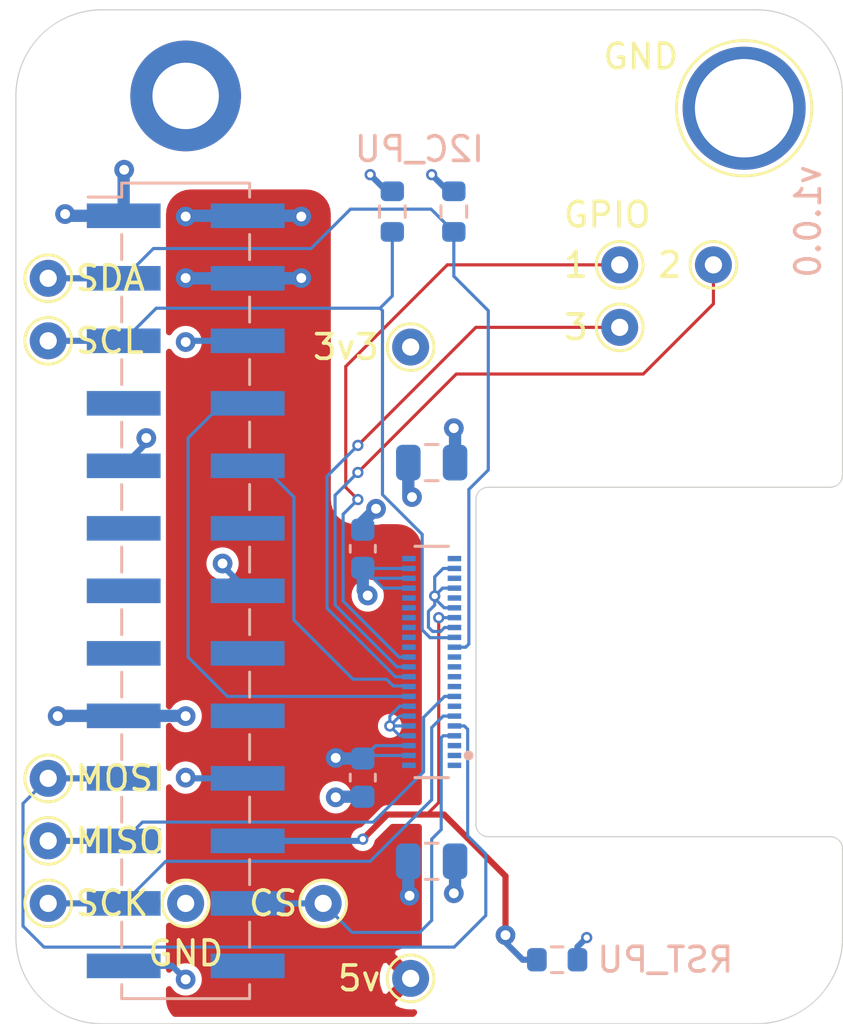
<source format=kicad_pcb>
(kicad_pcb (version 20171130) (host pcbnew 5.1.7-a382d34a8~88~ubuntu18.04.1)

  (general
    (thickness 1.6)
    (drawings 76)
    (tracks 224)
    (zones 0)
    (modules 27)
    (nets 39)
  )

  (page A4)
  (layers
    (0 F.Cu signal)
    (1 In1.Cu signal hide)
    (2 In2.Cu signal hide)
    (31 B.Cu signal)
    (32 B.Adhes user)
    (33 F.Adhes user)
    (34 B.Paste user)
    (35 F.Paste user)
    (36 B.SilkS user)
    (37 F.SilkS user)
    (38 B.Mask user)
    (39 F.Mask user)
    (40 Dwgs.User user)
    (41 Cmts.User user hide)
    (42 Eco1.User user hide)
    (43 Eco2.User user)
    (44 Edge.Cuts user)
    (45 Margin user hide)
    (46 B.CrtYd user hide)
    (47 F.CrtYd user hide)
    (48 B.Fab user hide)
    (49 F.Fab user hide)
  )

  (setup
    (last_trace_width 0.5)
    (user_trace_width 0.127)
    (user_trace_width 0.5)
    (trace_clearance 0.2)
    (zone_clearance 0.254)
    (zone_45_only no)
    (trace_min 0.127)
    (via_size 0.8)
    (via_drill 0.4)
    (via_min_size 0.4)
    (via_min_drill 0.254)
    (user_via 0.4572 0.254)
    (uvia_size 0.3)
    (uvia_drill 0.1)
    (uvias_allowed no)
    (uvia_min_size 0.2)
    (uvia_min_drill 0.1)
    (edge_width 0.05)
    (segment_width 0.2)
    (pcb_text_width 0.3)
    (pcb_text_size 1.5 1.5)
    (mod_edge_width 0.12)
    (mod_text_size 1 1)
    (mod_text_width 0.15)
    (pad_size 1.524 1.524)
    (pad_drill 0.762)
    (pad_to_mask_clearance 0)
    (aux_axis_origin 0 0)
    (grid_origin 34.958 42.826)
    (visible_elements FFFFFF7F)
    (pcbplotparams
      (layerselection 0x010fc_ffffffff)
      (usegerberextensions false)
      (usegerberattributes true)
      (usegerberadvancedattributes true)
      (creategerberjobfile true)
      (excludeedgelayer true)
      (linewidth 0.100000)
      (plotframeref false)
      (viasonmask false)
      (mode 1)
      (useauxorigin false)
      (hpglpennumber 1)
      (hpglpenspeed 20)
      (hpglpendiameter 15.000000)
      (psnegative false)
      (psa4output false)
      (plotreference true)
      (plotvalue true)
      (plotinvisibletext false)
      (padsonsilk false)
      (subtractmaskfromsilk false)
      (outputformat 1)
      (mirror false)
      (drillshape 1)
      (scaleselection 1)
      (outputdirectory ""))
  )

  (net 0 "")
  (net 1 GND)
  (net 2 +5V)
  (net 3 +3V3)
  (net 4 /RPI_SPI0_SCLK)
  (net 5 /RPI_SPI0_CE0)
  (net 6 /VO1_DATA10)
  (net 7 /RPI_SPI0_MOSI)
  (net 8 /VO1_DATA09)
  (net 9 /VO1_DATA11)
  (net 10 /RPI_SPI0_MISO)
  (net 11 /VO1_PIXCLK)
  (net 12 /GPIOOUT3)
  (net 13 /VO1_DATA08)
  (net 14 /GPIOOUT2)
  (net 15 /VO1_VSYNC)
  (net 16 /GPIOOUT1)
  (net 17 /VO1_HSYNC)
  (net 18 /FLASH_CS)
  (net 19 /IIC_SLV_SDA)
  (net 20 /FLASH_MISO)
  (net 21 /IIC_SLV_SCL)
  (net 22 /FLASH_WP)
  (net 23 /FLASH_HOLD)
  (net 24 /RPI_GPIO25)
  (net 25 /FLASH_SCK)
  (net 26 /FLASH_MOSI)
  (net 27 "Net-(J1-Pad17)")
  (net 28 /VDD33_FLASH)
  (net 29 /RPI_SPI0_CE1)
  (net 30 /RPI_GPIO24)
  (net 31 /RPI_GPIO23)
  (net 32 /RPI_GPIO22)
  (net 33 /RPI_GPIO27)
  (net 34 /RPI_GPIO18)
  (net 35 /RPI_GPIO17)
  (net 36 /RPI_RX)
  (net 37 /RPI_TX)
  (net 38 /RPI_GPIO4)

  (net_class Default "This is the default net class."
    (clearance 0.2)
    (trace_width 0.25)
    (via_dia 0.8)
    (via_drill 0.4)
    (uvia_dia 0.3)
    (uvia_drill 0.1)
    (add_net +3V3)
    (add_net +5V)
    (add_net /FLASH_CS)
    (add_net /FLASH_HOLD)
    (add_net /FLASH_MISO)
    (add_net /FLASH_SCK)
    (add_net /FLASH_WP)
    (add_net /GPIOOUT1)
    (add_net /GPIOOUT2)
    (add_net /GPIOOUT3)
    (add_net /IIC_SLV_SDA)
    (add_net /RPI_GPIO17)
    (add_net /RPI_GPIO18)
    (add_net /RPI_GPIO22)
    (add_net /RPI_GPIO23)
    (add_net /RPI_GPIO24)
    (add_net /RPI_GPIO27)
    (add_net /RPI_GPIO4)
    (add_net /RPI_RX)
    (add_net /RPI_SPI0_CE0)
    (add_net /RPI_SPI0_CE1)
    (add_net /RPI_SPI0_MISO)
    (add_net /RPI_SPI0_MOSI)
    (add_net /RPI_SPI0_SCLK)
    (add_net /RPI_TX)
    (add_net /VDD33_FLASH)
    (add_net /VO1_DATA08)
    (add_net /VO1_DATA09)
    (add_net /VO1_DATA10)
    (add_net /VO1_DATA11)
    (add_net /VO1_HSYNC)
    (add_net /VO1_PIXCLK)
    (add_net /VO1_VSYNC)
    (add_net "Net-(J1-Pad17)")
  )

  (net_class Tight ""
    (clearance 0.127)
    (trace_width 0.25)
    (via_dia 0.8)
    (via_drill 0.4)
    (uvia_dia 0.3)
    (uvia_drill 0.1)
    (add_net /FLASH_MOSI)
    (add_net /IIC_SLV_SCL)
    (add_net /RPI_GPIO25)
    (add_net GND)
  )

  (module WP7B-P040VA1-R8000:JAE_WP7B-P040VA1-R8000 locked (layer B.Cu) (tedit 634D5820) (tstamp 634D60D6)
    (at 34.958 42.826 270)
    (path /6347B439)
    (fp_text reference J1 (at -2.918 2.2064 270) (layer B.Fab)
      (effects (font (size 0.64 0.64) (thickness 0.15)) (justify mirror))
    )
    (fp_text value WP7B-P040VA1-R8000 (at 1.4 -2.7 270) (layer B.Fab) hide
      (effects (font (size 0.64 0.64) (thickness 0.15)) (justify mirror))
    )
    (fp_poly (pts (xy -4.6 0.65) (xy 2.6 0.65) (xy 2.6 0.4) (xy -4.6 0.4)) (layer Dwgs.User) (width 0.01))
    (fp_poly (pts (xy -4.6 -0.4) (xy 4.6 -0.4) (xy 4.6 -0.65) (xy -4.6 -0.65)) (layer Dwgs.User) (width 0.01))
    (fp_poly (pts (xy -4.6 0.65) (xy 4.6 0.625) (xy 4.6 0.375) (xy -4.6 0.4)) (layer Dwgs.User) (width 0.01))
    (fp_poly (pts (xy -4.6 -0.4) (xy 2.6 -0.4) (xy 2.6 -0.65) (xy -4.6 -0.65)) (layer Dwgs.User) (width 0.01))
    (fp_line (start 4.7 0.68) (end 4.7 -0.68) (layer B.SilkS) (width 0.127))
    (fp_line (start -4.7 -0.68) (end -4.7 0.68) (layer B.SilkS) (width 0.127))
    (fp_line (start 4.95 -1.45) (end -4.95 -1.45) (layer B.CrtYd) (width 0.05))
    (fp_line (start 4.95 1.45) (end 4.95 -1.45) (layer B.CrtYd) (width 0.05))
    (fp_line (start -4.95 1.45) (end 4.95 1.45) (layer B.CrtYd) (width 0.05))
    (fp_line (start -4.95 -1.45) (end -4.95 1.45) (layer B.CrtYd) (width 0.05))
    (fp_circle (center 3.8 -1.5) (end 3.9 -1.5) (layer B.Fab) (width 0.2))
    (fp_circle (center 3.8 -1.5) (end 3.9 -1.5) (layer B.SilkS) (width 0.2))
    (fp_line (start 4.7 -0.68) (end -4.7 -0.68) (layer B.Fab) (width 0.127))
    (fp_line (start 4.7 0.68) (end 4.7 -0.68) (layer B.Fab) (width 0.127))
    (fp_line (start -4.7 0.68) (end 4.7 0.68) (layer B.Fab) (width 0.127))
    (fp_line (start -4.7 -0.68) (end -4.7 0.68) (layer B.Fab) (width 0.127))
    (pad 5 smd rect (at 2.2 -0.925 180) (size 0.55 0.22) (layers B.Cu B.Paste B.Mask)
      (net 4 /RPI_SPI0_SCLK))
    (pad 3 smd rect (at 3 -0.925 180) (size 0.55 0.22) (layers B.Cu B.Paste B.Mask)
      (net 5 /RPI_SPI0_CE0))
    (pad 1 smd rect (at 3.8 -0.925 180) (size 0.55 0.22) (layers B.Cu B.Paste B.Mask)
      (net 6 /VO1_DATA10))
    (pad 4 smd rect (at 2.6 -0.925 180) (size 0.55 0.22) (layers B.Cu B.Paste B.Mask)
      (net 7 /RPI_SPI0_MOSI))
    (pad 2 smd rect (at 3.4 -0.925 180) (size 0.55 0.22) (layers B.Cu B.Paste B.Mask)
      (net 8 /VO1_DATA09))
    (pad 39 smd rect (at 3.4 0.925 180) (size 0.55 0.22) (layers B.Cu B.Paste B.Mask)
      (net 2 +5V))
    (pad 36 smd rect (at 2.2 0.925 180) (size 0.55 0.22) (layers B.Cu B.Paste B.Mask)
      (net 1 GND))
    (pad 38 smd rect (at 3 0.925 180) (size 0.55 0.22) (layers B.Cu B.Paste B.Mask)
      (net 1 GND))
    (pad 40 smd rect (at 3.8 0.925 180) (size 0.55 0.22) (layers B.Cu B.Paste B.Mask)
      (net 2 +5V))
    (pad 37 smd rect (at 2.6 0.925 180) (size 0.55 0.22) (layers B.Cu B.Paste B.Mask)
      (net 1 GND))
    (pad P1 smd rect (at 4.2 -0.925 180) (size 0.55 0.22) (layers B.Cu B.Paste B.Mask))
    (pad P4 smd rect (at 4.2 0.925 180) (size 0.55 0.22) (layers B.Cu B.Paste B.Mask))
    (pad P2 smd rect (at -4.2 -0.925 180) (size 0.55 0.22) (layers B.Cu B.Paste B.Mask))
    (pad P3 smd rect (at -4.2 0.925 180) (size 0.55 0.22) (layers B.Cu B.Paste B.Mask))
    (pad 35 smd rect (at 1.8 0.925 180) (size 0.55 0.22) (layers B.Cu B.Paste B.Mask)
      (net 1 GND))
    (pad 6 smd rect (at 1.8 -0.925 180) (size 0.55 0.22) (layers B.Cu B.Paste B.Mask)
      (net 9 /VO1_DATA11))
    (pad 34 smd rect (at 1.4 0.925 180) (size 0.55 0.22) (layers B.Cu B.Paste B.Mask)
      (net 37 /RPI_TX))
    (pad 7 smd rect (at 1.4 -0.925 180) (size 0.55 0.22) (layers B.Cu B.Paste B.Mask)
      (net 10 /RPI_SPI0_MISO))
    (pad 33 smd rect (at 1 0.925 180) (size 0.55 0.22) (layers B.Cu B.Paste B.Mask)
      (net 36 /RPI_RX))
    (pad 8 smd rect (at 1 -0.925 180) (size 0.55 0.22) (layers B.Cu B.Paste B.Mask)
      (net 11 /VO1_PIXCLK))
    (pad 32 smd rect (at 0.6 0.925 180) (size 0.55 0.22) (layers B.Cu B.Paste B.Mask)
      (net 12 /GPIOOUT3))
    (pad 9 smd rect (at 0.6 -0.925 180) (size 0.55 0.22) (layers B.Cu B.Paste B.Mask)
      (net 13 /VO1_DATA08))
    (pad 31 smd rect (at 0.2 0.925 180) (size 0.55 0.22) (layers B.Cu B.Paste B.Mask)
      (net 14 /GPIOOUT2))
    (pad 10 smd rect (at 0.2 -0.925 180) (size 0.55 0.22) (layers B.Cu B.Paste B.Mask)
      (net 15 /VO1_VSYNC))
    (pad 30 smd rect (at -0.2 0.925 180) (size 0.55 0.22) (layers B.Cu B.Paste B.Mask)
      (net 16 /GPIOOUT1))
    (pad 11 smd rect (at -0.2 -0.925 180) (size 0.55 0.22) (layers B.Cu B.Paste B.Mask)
      (net 17 /VO1_HSYNC))
    (pad 29 smd rect (at -0.6 0.925 180) (size 0.55 0.22) (layers B.Cu B.Paste B.Mask)
      (net 18 /FLASH_CS))
    (pad 12 smd rect (at -0.6 -0.925 180) (size 0.55 0.22) (layers B.Cu B.Paste B.Mask)
      (net 19 /IIC_SLV_SDA))
    (pad 28 smd rect (at -1 0.925 180) (size 0.55 0.22) (layers B.Cu B.Paste B.Mask)
      (net 20 /FLASH_MISO))
    (pad 13 smd rect (at -1 -0.925 180) (size 0.55 0.22) (layers B.Cu B.Paste B.Mask)
      (net 21 /IIC_SLV_SCL))
    (pad 27 smd rect (at -1.4 0.925 180) (size 0.55 0.22) (layers B.Cu B.Paste B.Mask)
      (net 22 /FLASH_WP))
    (pad 14 smd rect (at -1.4 -0.925 180) (size 0.55 0.22) (layers B.Cu B.Paste B.Mask)
      (net 1 GND))
    (pad 26 smd rect (at -1.8 0.925 180) (size 0.55 0.22) (layers B.Cu B.Paste B.Mask)
      (net 23 /FLASH_HOLD))
    (pad 15 smd rect (at -1.8 -0.925 180) (size 0.55 0.22) (layers B.Cu B.Paste B.Mask)
      (net 24 /RPI_GPIO25))
    (pad 25 smd rect (at -2.2 0.925 180) (size 0.55 0.22) (layers B.Cu B.Paste B.Mask)
      (net 25 /FLASH_SCK))
    (pad 16 smd rect (at -2.2 -0.925 180) (size 0.55 0.22) (layers B.Cu B.Paste B.Mask)
      (net 1 GND))
    (pad 24 smd rect (at -2.6 0.925 180) (size 0.55 0.22) (layers B.Cu B.Paste B.Mask)
      (net 26 /FLASH_MOSI))
    (pad 17 smd rect (at -2.6 -0.925 180) (size 0.55 0.22) (layers B.Cu B.Paste B.Mask)
      (net 27 "Net-(J1-Pad17)"))
    (pad 23 smd rect (at -3 0.925 180) (size 0.55 0.22) (layers B.Cu B.Paste B.Mask)
      (net 3 +3V3))
    (pad 18 smd rect (at -3 -0.925 180) (size 0.55 0.22) (layers B.Cu B.Paste B.Mask)
      (net 1 GND))
    (pad 22 smd rect (at -3.4 0.925 180) (size 0.55 0.22) (layers B.Cu B.Paste B.Mask)
      (net 3 +3V3))
    (pad 19 smd rect (at -3.4 -0.925 180) (size 0.55 0.22) (layers B.Cu B.Paste B.Mask)
      (net 28 /VDD33_FLASH))
    (pad 21 smd rect (at -3.8 0.925 180) (size 0.55 0.22) (layers B.Cu B.Paste B.Mask)
      (net 3 +3V3))
    (pad 20 smd rect (at -3.8 -0.925 180) (size 0.55 0.22) (layers B.Cu B.Paste B.Mask)
      (net 1 GND))
  )

  (module MountingHole:MountingHole_2.2mm_M2 locked (layer F.Cu) (tedit 56D1B4CB) (tstamp 634C025D)
    (at 40.458 51.526)
    (descr "Mounting Hole 2.2mm, no annular, M2")
    (tags "mounting hole 2.2mm no annular m2")
    (path /63CD5F72)
    (attr virtual)
    (fp_text reference H5 (at 0 -3.2) (layer F.Fab) hide
      (effects (font (size 1 1) (thickness 0.15)))
    )
    (fp_text value MountingHole (at 0 3.2) (layer F.Fab) hide
      (effects (font (size 1 1) (thickness 0.15)))
    )
    (fp_circle (center 0 0) (end 2.45 0) (layer F.CrtYd) (width 0.05))
    (fp_circle (center 0 0) (end 2.2 0) (layer Cmts.User) (width 0.15))
    (fp_text user %R (at 0.3 0) (layer F.Fab) hide
      (effects (font (size 1 1) (thickness 0.15)))
    )
    (pad 1 np_thru_hole circle (at 0 0) (size 2.2 2.2) (drill 2.2) (layers *.Cu *.Mask))
  )

  (module MountingHole:MountingHole_2.2mm_M2 (layer F.Cu) (tedit 56D1B4CB) (tstamp 634C0255)
    (at 47.458 51.526)
    (descr "Mounting Hole 2.2mm, no annular, M2")
    (tags "mounting hole 2.2mm no annular m2")
    (path /63CD5B5C)
    (attr virtual)
    (fp_text reference H4 (at 0 -3.2) (layer F.Fab) hide
      (effects (font (size 1 1) (thickness 0.15)))
    )
    (fp_text value MountingHole (at 0 3.2) (layer F.Fab) hide
      (effects (font (size 1 1) (thickness 0.15)))
    )
    (fp_text user %R (at 0.3 0) (layer F.Fab) hide
      (effects (font (size 1 1) (thickness 0.15)))
    )
    (fp_circle (center 0 0) (end 2.2 0) (layer Cmts.User) (width 0.15))
    (fp_circle (center 0 0) (end 2.45 0) (layer F.CrtYd) (width 0.05))
    (pad 1 np_thru_hole circle (at 0 0) (size 2.2 2.2) (drill 2.2) (layers *.Cu *.Mask))
  )

  (module MountingHole:MountingHole_2.2mm_M2 (layer F.Cu) (tedit 56D1B4CB) (tstamp 634C156E)
    (at 47.458 34.126)
    (descr "Mounting Hole 2.2mm, no annular, M2")
    (tags "mounting hole 2.2mm no annular m2")
    (path /63CD575E)
    (attr virtual)
    (fp_text reference H3 (at 0 -3.2) (layer F.Fab) hide
      (effects (font (size 1 1) (thickness 0.15)))
    )
    (fp_text value MountingHole (at 0 3.2) (layer F.Fab) hide
      (effects (font (size 1 1) (thickness 0.15)))
    )
    (fp_text user %R (at 0.3 0) (layer F.Fab) hide
      (effects (font (size 1 1) (thickness 0.15)))
    )
    (fp_circle (center 0 0) (end 2.2 0) (layer Cmts.User) (width 0.15))
    (fp_circle (center 0 0) (end 2.45 0) (layer F.CrtYd) (width 0.05))
    (pad 1 np_thru_hole circle (at 0 0) (size 2.2 2.2) (drill 2.2) (layers *.Cu *.Mask))
  )

  (module MountingHole:MountingHole_2.2mm_M2 (layer F.Cu) (tedit 56D1B4CB) (tstamp 634D621C)
    (at 40.458 34.126)
    (descr "Mounting Hole 2.2mm, no annular, M2")
    (tags "mounting hole 2.2mm no annular m2")
    (path /63CD5189)
    (attr virtual)
    (fp_text reference H2 (at 0 -3.2) (layer F.Fab) hide
      (effects (font (size 1 1) (thickness 0.15)))
    )
    (fp_text value MountingHole (at 0 3.2) (layer F.Fab) hide
      (effects (font (size 1 1) (thickness 0.15)))
    )
    (fp_text user %R (at 0.3 0) (layer F.Fab) hide
      (effects (font (size 1 1) (thickness 0.15)))
    )
    (fp_circle (center 0 0) (end 2.2 0) (layer Cmts.User) (width 0.15))
    (fp_circle (center 0 0) (end 2.45 0) (layer F.CrtYd) (width 0.05))
    (pad 1 np_thru_hole circle (at 0 0) (size 2.2 2.2) (drill 2.2) (layers *.Cu *.Mask))
  )

  (module TestPoint:TestPoint_THTPad_D1.5mm_Drill0.7mm (layer F.Cu) (tedit 5A0F774F) (tstamp 634A56DB)
    (at 19.37 29.776)
    (descr "THT pad as test Point, diameter 1.5mm, hole diameter 0.7mm")
    (tags "test point THT pad")
    (path /634B64CF)
    (attr virtual)
    (fp_text reference TP11 (at 0 -1.648) (layer F.Fab)
      (effects (font (size 1 1) (thickness 0.15)))
    )
    (fp_text value TestPoint (at 0 1.75) (layer F.Fab) hide
      (effects (font (size 1 1) (thickness 0.15)))
    )
    (fp_text user %R (at 0 -1.65) (layer F.Fab)
      (effects (font (size 1 1) (thickness 0.15)))
    )
    (fp_circle (center 0 0) (end 1.25 0) (layer F.CrtYd) (width 0.05))
    (fp_circle (center 0 0) (end 0 0.95) (layer F.SilkS) (width 0.12))
    (pad 1 thru_hole circle (at 0 0) (size 1.5 1.5) (drill 0.7) (layers *.Cu *.Mask)
      (net 21 /IIC_SLV_SCL))
  )

  (module TestPoint:TestPoint_THTPad_D1.5mm_Drill0.7mm (layer F.Cu) (tedit 5A0F774F) (tstamp 634A56D3)
    (at 19.37 27.236)
    (descr "THT pad as test Point, diameter 1.5mm, hole diameter 0.7mm")
    (tags "test point THT pad")
    (path /634B598A)
    (attr virtual)
    (fp_text reference TP10 (at 0 -1.648) (layer F.Fab)
      (effects (font (size 1 1) (thickness 0.15)))
    )
    (fp_text value TestPoint (at 0 1.75) (layer F.Fab) hide
      (effects (font (size 1 1) (thickness 0.15)))
    )
    (fp_text user %R (at 0 -1.65) (layer F.Fab)
      (effects (font (size 1 1) (thickness 0.15)))
    )
    (fp_circle (center 0 0) (end 1.25 0) (layer F.CrtYd) (width 0.05))
    (fp_circle (center 0 0) (end 0 0.95) (layer F.SilkS) (width 0.12))
    (pad 1 thru_hole circle (at 0 0) (size 1.5 1.5) (drill 0.7) (layers *.Cu *.Mask)
      (net 19 /IIC_SLV_SDA))
  )

  (module TestPoint:TestPoint_THTPad_D1.5mm_Drill0.7mm (layer F.Cu) (tedit 5A0F774F) (tstamp 634A4E3A)
    (at 34.102 30.03)
    (descr "THT pad as test Point, diameter 1.5mm, hole diameter 0.7mm")
    (tags "test point THT pad")
    (path /634B3DB8)
    (attr virtual)
    (fp_text reference TP5 (at 0 -1.648) (layer F.Fab)
      (effects (font (size 1 1) (thickness 0.15)))
    )
    (fp_text value TestPoint (at 0 1.75) (layer F.Fab) hide
      (effects (font (size 1 1) (thickness 0.15)))
    )
    (fp_text user %R (at 0 -1.65) (layer F.Fab)
      (effects (font (size 1 1) (thickness 0.15)))
    )
    (fp_circle (center 0 0) (end 1.25 0) (layer F.CrtYd) (width 0.05))
    (fp_circle (center 0 0) (end 0 0.95) (layer F.SilkS) (width 0.12))
    (pad 1 thru_hole circle (at 0 0) (size 1.5 1.5) (drill 0.7) (layers *.Cu *.Mask)
      (net 3 +3V3))
  )

  (module TestPoint:TestPoint_THTPad_D1.5mm_Drill0.7mm (layer F.Cu) (tedit 5A0F774F) (tstamp 634DBF96)
    (at 46.41 26.69)
    (descr "THT pad as test Point, diameter 1.5mm, hole diameter 0.7mm")
    (tags "test point THT pad")
    (path /63838A53)
    (attr virtual)
    (fp_text reference TP4 (at 0 -1.648) (layer F.Fab)
      (effects (font (size 1 1) (thickness 0.15)))
    )
    (fp_text value TestPoint (at 0 1.75) (layer F.Fab) hide
      (effects (font (size 1 1) (thickness 0.15)))
    )
    (fp_circle (center 0 0) (end 0 0.95) (layer F.SilkS) (width 0.12))
    (fp_circle (center 0 0) (end 1.25 0) (layer F.CrtYd) (width 0.05))
    (fp_text user %R (at 0 -1.65) (layer F.Fab)
      (effects (font (size 1 1) (thickness 0.15)))
    )
    (pad 1 thru_hole circle (at 0 0) (size 1.5 1.5) (drill 0.7) (layers *.Cu *.Mask)
      (net 14 /GPIOOUT2))
  )

  (module TestPoint:TestPoint_THTPad_D1.5mm_Drill0.7mm (layer F.Cu) (tedit 5A0F774F) (tstamp 634C1583)
    (at 42.6 29.23)
    (descr "THT pad as test Point, diameter 1.5mm, hole diameter 0.7mm")
    (tags "test point THT pad")
    (path /63838A59)
    (attr virtual)
    (fp_text reference TP3 (at 0 -1.648) (layer F.Fab)
      (effects (font (size 1 1) (thickness 0.15)))
    )
    (fp_text value TestPoint (at 0 1.75) (layer F.Fab) hide
      (effects (font (size 1 1) (thickness 0.15)))
    )
    (fp_circle (center 0 0) (end 0 0.95) (layer F.SilkS) (width 0.12))
    (fp_circle (center 0 0) (end 1.25 0) (layer F.CrtYd) (width 0.05))
    (fp_text user %R (at 0 -1.65) (layer F.Fab)
      (effects (font (size 1 1) (thickness 0.15)))
    )
    (pad 1 thru_hole circle (at 0 0) (size 1.5 1.5) (drill 0.7) (layers *.Cu *.Mask)
      (net 12 /GPIOOUT3))
  )

  (module TestPoint:TestPoint_THTPad_D1.5mm_Drill0.7mm (layer F.Cu) (tedit 5A0F774F) (tstamp 634DBF7E)
    (at 42.6 26.69)
    (descr "THT pad as test Point, diameter 1.5mm, hole diameter 0.7mm")
    (tags "test point THT pad")
    (path /63838A5F)
    (attr virtual)
    (fp_text reference TP2 (at 0 -1.648) (layer F.Fab)
      (effects (font (size 1 1) (thickness 0.15)))
    )
    (fp_text value TestPoint (at 0 1.75) (layer F.Fab) hide
      (effects (font (size 1 1) (thickness 0.15)))
    )
    (fp_circle (center 0 0) (end 0 0.95) (layer F.SilkS) (width 0.12))
    (fp_circle (center 0 0) (end 1.25 0) (layer F.CrtYd) (width 0.05))
    (fp_text user %R (at 0 -1.65) (layer F.Fab)
      (effects (font (size 1 1) (thickness 0.15)))
    )
    (pad 1 thru_hole circle (at 0 0) (size 1.5 1.5) (drill 0.7) (layers *.Cu *.Mask)
      (net 16 /GPIOOUT1))
  )

  (module TestPoint:TestPoint_THTPad_D1.5mm_Drill0.7mm (layer F.Cu) (tedit 5A0F774F) (tstamp 634A4E1A)
    (at 34.102 55.684)
    (descr "THT pad as test Point, diameter 1.5mm, hole diameter 0.7mm")
    (tags "test point THT pad")
    (path /634B450C)
    (attr virtual)
    (fp_text reference TP1 (at 0 -1.648) (layer F.Fab)
      (effects (font (size 1 1) (thickness 0.15)))
    )
    (fp_text value TestPoint (at 0 1.75) (layer F.Fab) hide
      (effects (font (size 1 1) (thickness 0.15)))
    )
    (fp_text user %R (at 0 -1.65) (layer F.Fab)
      (effects (font (size 1 1) (thickness 0.15)))
    )
    (fp_circle (center 0 0) (end 1.25 0) (layer F.CrtYd) (width 0.05))
    (fp_circle (center 0 0) (end 0 0.95) (layer F.SilkS) (width 0.12))
    (pad 1 thru_hole circle (at 0 0) (size 1.5 1.5) (drill 0.7) (layers *.Cu *.Mask)
      (net 2 +5V))
  )

  (module TestPoint:TestPoint_THTPad_D1.5mm_Drill0.7mm (layer F.Cu) (tedit 5A0F774F) (tstamp 634A44A3)
    (at 24.958 52.636)
    (descr "THT pad as test Point, diameter 1.5mm, hole diameter 0.7mm")
    (tags "test point THT pad")
    (path /63C79D92)
    (attr virtual)
    (fp_text reference TP14 (at 0 -1.648) (layer F.Fab)
      (effects (font (size 1 1) (thickness 0.15)))
    )
    (fp_text value TestPoint (at 0 1.75) (layer F.Fab) hide
      (effects (font (size 1 1) (thickness 0.15)))
    )
    (fp_text user %R (at 0 -1.65) (layer F.Fab)
      (effects (font (size 1 1) (thickness 0.15)))
    )
    (fp_circle (center 0 0) (end 1.25 0) (layer F.CrtYd) (width 0.05))
    (fp_circle (center 0 0) (end 0 0.95) (layer F.SilkS) (width 0.12))
    (pad 1 thru_hole circle (at 0 0) (size 1.5 1.5) (drill 0.7) (layers *.Cu *.Mask)
      (net 1 GND))
  )

  (module TestPoint:TestPoint_THTPad_D1.5mm_Drill0.7mm (layer F.Cu) (tedit 5A0F774F) (tstamp 634A3918)
    (at 19.37 50.096)
    (descr "THT pad as test Point, diameter 1.5mm, hole diameter 0.7mm")
    (tags "test point THT pad")
    (path /63C597A2)
    (attr virtual)
    (fp_text reference TP13 (at 0 -1.648) (layer F.Fab)
      (effects (font (size 1 1) (thickness 0.15)))
    )
    (fp_text value TestPoint (at 0 1.75) (layer F.Fab) hide
      (effects (font (size 1 1) (thickness 0.15)))
    )
    (fp_text user %R (at 0 -1.65) (layer F.Fab)
      (effects (font (size 1 1) (thickness 0.15)))
    )
    (fp_circle (center 0 0) (end 1.25 0) (layer F.CrtYd) (width 0.05))
    (fp_circle (center 0 0) (end 0 0.95) (layer F.SilkS) (width 0.12))
    (pad 1 thru_hole circle (at 0 0) (size 1.5 1.5) (drill 0.7) (layers *.Cu *.Mask)
      (net 10 /RPI_SPI0_MISO))
  )

  (module TestPoint:TestPoint_THTPad_D1.5mm_Drill0.7mm (layer F.Cu) (tedit 5A0F774F) (tstamp 634A3910)
    (at 19.37 52.636)
    (descr "THT pad as test Point, diameter 1.5mm, hole diameter 0.7mm")
    (tags "test point THT pad")
    (path /63C59277)
    (attr virtual)
    (fp_text reference TP12 (at 0 -1.648) (layer F.Fab)
      (effects (font (size 1 1) (thickness 0.15)))
    )
    (fp_text value TestPoint (at 0 1.75) (layer F.Fab) hide
      (effects (font (size 1 1) (thickness 0.15)))
    )
    (fp_text user %R (at 0 -1.65) (layer F.Fab)
      (effects (font (size 1 1) (thickness 0.15)))
    )
    (fp_circle (center 0 0) (end 1.25 0) (layer F.CrtYd) (width 0.05))
    (fp_circle (center 0 0) (end 0 0.95) (layer F.SilkS) (width 0.12))
    (pad 1 thru_hole circle (at 0 0) (size 1.5 1.5) (drill 0.7) (layers *.Cu *.Mask)
      (net 4 /RPI_SPI0_SCLK))
  )

  (module TestPoint:TestPoint_THTPad_D1.5mm_Drill0.7mm (layer F.Cu) (tedit 5A0F774F) (tstamp 634A38EC)
    (at 19.37 47.556)
    (descr "THT pad as test Point, diameter 1.5mm, hole diameter 0.7mm")
    (tags "test point THT pad")
    (path /63C58E3E)
    (attr virtual)
    (fp_text reference TP9 (at 0 -1.648) (layer F.Fab)
      (effects (font (size 1 1) (thickness 0.15)))
    )
    (fp_text value TestPoint (at 0 1.75) (layer F.Fab) hide
      (effects (font (size 1 1) (thickness 0.15)))
    )
    (fp_text user %R (at 0 -1.65) (layer F.Fab)
      (effects (font (size 1 1) (thickness 0.15)))
    )
    (fp_circle (center 0 0) (end 1.25 0) (layer F.CrtYd) (width 0.05))
    (fp_circle (center 0 0) (end 0 0.95) (layer F.SilkS) (width 0.12))
    (pad 1 thru_hole circle (at 0 0) (size 1.5 1.5) (drill 0.7) (layers *.Cu *.Mask)
      (net 7 /RPI_SPI0_MOSI))
  )

  (module TestPoint:TestPoint_THTPad_D1.5mm_Drill0.7mm (layer F.Cu) (tedit 5A0F774F) (tstamp 634A38E4)
    (at 30.546 52.636)
    (descr "THT pad as test Point, diameter 1.5mm, hole diameter 0.7mm")
    (tags "test point THT pad")
    (path /634B34ED)
    (attr virtual)
    (fp_text reference TP8 (at 0 -1.648) (layer F.Fab)
      (effects (font (size 1 1) (thickness 0.15)))
    )
    (fp_text value TestPoint (at 0 1.75) (layer F.Fab) hide
      (effects (font (size 1 1) (thickness 0.15)))
    )
    (fp_text user %R (at 0 -1.65) (layer F.Fab)
      (effects (font (size 1 1) (thickness 0.15)))
    )
    (fp_circle (center 0 0) (end 1.25 0) (layer F.CrtYd) (width 0.05))
    (fp_circle (center 0 0) (end 0 0.95) (layer F.SilkS) (width 0.12))
    (pad 1 thru_hole circle (at 0 0) (size 1.5 1.5) (drill 0.7) (layers *.Cu *.Mask)
      (net 5 /RPI_SPI0_CE0))
  )

  (module TestPoint:TestPoint_Plated_Hole_D4.0mm (layer F.Cu) (tedit 5A0F774F) (tstamp 634DBD58)
    (at 47.658 20.326)
    (descr "Plated Hole as test Point, diameter 4.0mm")
    (tags "test point plated hole")
    (path /634B13CB)
    (attr virtual)
    (fp_text reference TP6 (at 0 -3.548) (layer F.Fab)
      (effects (font (size 1 1) (thickness 0.15)))
    )
    (fp_text value TestPoint (at 0 3.55) (layer F.Fab) hide
      (effects (font (size 1 1) (thickness 0.15)))
    )
    (fp_text user %R (at 0 -3.55) (layer F.Fab)
      (effects (font (size 1 1) (thickness 0.15)))
    )
    (fp_circle (center 0 0) (end 3 0) (layer F.CrtYd) (width 0.05))
    (fp_circle (center 0 0) (end 0 2.75) (layer F.SilkS) (width 0.12))
    (pad 1 thru_hole circle (at 0 0) (size 5 5) (drill 4) (layers *.Cu *.Mask)
      (net 1 GND))
  )

  (module MountingHole:MountingHole_2.7mm_M2.5_ISO7380_Pad locked (layer F.Cu) (tedit 56D1B4CB) (tstamp 634A13B9)
    (at 24.958 19.826)
    (descr "Mounting Hole 2.7mm, M2.5, ISO7380")
    (tags "mounting hole 2.7mm m2.5 iso7380")
    (path /63A96842)
    (attr virtual)
    (fp_text reference H1 (at 0 -3.25) (layer F.Fab)
      (effects (font (size 1 1) (thickness 0.15)))
    )
    (fp_text value To_RPI (at 0 3.25) (layer F.Fab)
      (effects (font (size 1 1) (thickness 0.15)))
    )
    (fp_text user %R (at 0.3 0) (layer F.Fab)
      (effects (font (size 1 1) (thickness 0.15)))
    )
    (fp_circle (center 0 0) (end 2.25 0) (layer Cmts.User) (width 0.15))
    (fp_circle (center 0 0) (end 2.5 0) (layer F.CrtYd) (width 0.05))
    (pad 1 thru_hole circle (at 0 0) (size 4.5 4.5) (drill 2.7) (layers *.Cu *.Mask)
      (net 1 GND))
  )

  (module Resistor_SMD:R_0603_1608Metric (layer B.Cu) (tedit 5F68FEEE) (tstamp 6349E026)
    (at 33.358 24.526 270)
    (descr "Resistor SMD 0603 (1608 Metric), square (rectangular) end terminal, IPC_7351 nominal, (Body size source: IPC-SM-782 page 72, https://www.pcb-3d.com/wordpress/wp-content/uploads/ipc-sm-782a_amendment_1_and_2.pdf), generated with kicad-footprint-generator")
    (tags resistor)
    (path /63481D85)
    (attr smd)
    (fp_text reference R3 (at 0 1.43 90) (layer B.SilkS) hide
      (effects (font (size 1 1) (thickness 0.15)) (justify mirror))
    )
    (fp_text value PU (at 0 -1.43 90) (layer B.Fab)
      (effects (font (size 1 1) (thickness 0.15)) (justify mirror))
    )
    (fp_line (start 1.48 -0.73) (end -1.48 -0.73) (layer B.CrtYd) (width 0.05))
    (fp_line (start 1.48 0.73) (end 1.48 -0.73) (layer B.CrtYd) (width 0.05))
    (fp_line (start -1.48 0.73) (end 1.48 0.73) (layer B.CrtYd) (width 0.05))
    (fp_line (start -1.48 -0.73) (end -1.48 0.73) (layer B.CrtYd) (width 0.05))
    (fp_line (start -0.237258 -0.5225) (end 0.237258 -0.5225) (layer B.SilkS) (width 0.12))
    (fp_line (start -0.237258 0.5225) (end 0.237258 0.5225) (layer B.SilkS) (width 0.12))
    (fp_line (start 0.8 -0.4125) (end -0.8 -0.4125) (layer B.Fab) (width 0.1))
    (fp_line (start 0.8 0.4125) (end 0.8 -0.4125) (layer B.Fab) (width 0.1))
    (fp_line (start -0.8 0.4125) (end 0.8 0.4125) (layer B.Fab) (width 0.1))
    (fp_line (start -0.8 -0.4125) (end -0.8 0.4125) (layer B.Fab) (width 0.1))
    (fp_text user %R (at 0 0 90) (layer B.Fab)
      (effects (font (size 0.4 0.4) (thickness 0.06)) (justify mirror))
    )
    (pad 1 smd roundrect (at -0.825 0 270) (size 0.8 0.95) (layers B.Cu B.Paste B.Mask) (roundrect_rratio 0.25)
      (net 3 +3V3))
    (pad 2 smd roundrect (at 0.825 0 270) (size 0.8 0.95) (layers B.Cu B.Paste B.Mask) (roundrect_rratio 0.25)
      (net 21 /IIC_SLV_SCL))
    (model ${KISYS3DMOD}/Resistor_SMD.3dshapes/R_0603_1608Metric.wrl
      (at (xyz 0 0 0))
      (scale (xyz 1 1 1))
      (rotate (xyz 0 0 0))
    )
  )

  (module Resistor_SMD:R_0603_1608Metric (layer B.Cu) (tedit 5F68FEEE) (tstamp 6349E015)
    (at 40.058 54.926 180)
    (descr "Resistor SMD 0603 (1608 Metric), square (rectangular) end terminal, IPC_7351 nominal, (Body size source: IPC-SM-782 page 72, https://www.pcb-3d.com/wordpress/wp-content/uploads/ipc-sm-782a_amendment_1_and_2.pdf), generated with kicad-footprint-generator")
    (tags resistor)
    (path /6376A48C)
    (attr smd)
    (fp_text reference R2 (at 0 1.43) (layer B.SilkS) hide
      (effects (font (size 1 1) (thickness 0.15)) (justify mirror))
    )
    (fp_text value PU (at 0 -1.43) (layer B.Fab)
      (effects (font (size 1 1) (thickness 0.15)) (justify mirror))
    )
    (fp_text user %R (at 0 0) (layer B.Fab)
      (effects (font (size 0.4 0.4) (thickness 0.06)) (justify mirror))
    )
    (fp_line (start -0.8 -0.4125) (end -0.8 0.4125) (layer B.Fab) (width 0.1))
    (fp_line (start -0.8 0.4125) (end 0.8 0.4125) (layer B.Fab) (width 0.1))
    (fp_line (start 0.8 0.4125) (end 0.8 -0.4125) (layer B.Fab) (width 0.1))
    (fp_line (start 0.8 -0.4125) (end -0.8 -0.4125) (layer B.Fab) (width 0.1))
    (fp_line (start -0.237258 0.5225) (end 0.237258 0.5225) (layer B.SilkS) (width 0.12))
    (fp_line (start -0.237258 -0.5225) (end 0.237258 -0.5225) (layer B.SilkS) (width 0.12))
    (fp_line (start -1.48 -0.73) (end -1.48 0.73) (layer B.CrtYd) (width 0.05))
    (fp_line (start -1.48 0.73) (end 1.48 0.73) (layer B.CrtYd) (width 0.05))
    (fp_line (start 1.48 0.73) (end 1.48 -0.73) (layer B.CrtYd) (width 0.05))
    (fp_line (start 1.48 -0.73) (end -1.48 -0.73) (layer B.CrtYd) (width 0.05))
    (pad 2 smd roundrect (at 0.825 0 180) (size 0.8 0.95) (layers B.Cu B.Paste B.Mask) (roundrect_rratio 0.25)
      (net 24 /RPI_GPIO25))
    (pad 1 smd roundrect (at -0.825 0 180) (size 0.8 0.95) (layers B.Cu B.Paste B.Mask) (roundrect_rratio 0.25)
      (net 3 +3V3))
    (model ${KISYS3DMOD}/Resistor_SMD.3dshapes/R_0603_1608Metric.wrl
      (at (xyz 0 0 0))
      (scale (xyz 1 1 1))
      (rotate (xyz 0 0 0))
    )
  )

  (module Resistor_SMD:R_0603_1608Metric (layer B.Cu) (tedit 5F68FEEE) (tstamp 6349E004)
    (at 35.858 24.526 270)
    (descr "Resistor SMD 0603 (1608 Metric), square (rectangular) end terminal, IPC_7351 nominal, (Body size source: IPC-SM-782 page 72, https://www.pcb-3d.com/wordpress/wp-content/uploads/ipc-sm-782a_amendment_1_and_2.pdf), generated with kicad-footprint-generator")
    (tags resistor)
    (path /63480D8F)
    (attr smd)
    (fp_text reference R1 (at 0 1.43 90) (layer B.SilkS) hide
      (effects (font (size 1 1) (thickness 0.15)) (justify mirror))
    )
    (fp_text value PU (at 0 -1.43 90) (layer B.Fab)
      (effects (font (size 1 1) (thickness 0.15)) (justify mirror))
    )
    (fp_text user %R (at 0 0 90) (layer B.Fab)
      (effects (font (size 0.4 0.4) (thickness 0.06)) (justify mirror))
    )
    (fp_line (start -0.8 -0.4125) (end -0.8 0.4125) (layer B.Fab) (width 0.1))
    (fp_line (start -0.8 0.4125) (end 0.8 0.4125) (layer B.Fab) (width 0.1))
    (fp_line (start 0.8 0.4125) (end 0.8 -0.4125) (layer B.Fab) (width 0.1))
    (fp_line (start 0.8 -0.4125) (end -0.8 -0.4125) (layer B.Fab) (width 0.1))
    (fp_line (start -0.237258 0.5225) (end 0.237258 0.5225) (layer B.SilkS) (width 0.12))
    (fp_line (start -0.237258 -0.5225) (end 0.237258 -0.5225) (layer B.SilkS) (width 0.12))
    (fp_line (start -1.48 -0.73) (end -1.48 0.73) (layer B.CrtYd) (width 0.05))
    (fp_line (start -1.48 0.73) (end 1.48 0.73) (layer B.CrtYd) (width 0.05))
    (fp_line (start 1.48 0.73) (end 1.48 -0.73) (layer B.CrtYd) (width 0.05))
    (fp_line (start 1.48 -0.73) (end -1.48 -0.73) (layer B.CrtYd) (width 0.05))
    (pad 2 smd roundrect (at 0.825 0 270) (size 0.8 0.95) (layers B.Cu B.Paste B.Mask) (roundrect_rratio 0.25)
      (net 19 /IIC_SLV_SDA))
    (pad 1 smd roundrect (at -0.825 0 270) (size 0.8 0.95) (layers B.Cu B.Paste B.Mask) (roundrect_rratio 0.25)
      (net 3 +3V3))
    (model ${KISYS3DMOD}/Resistor_SMD.3dshapes/R_0603_1608Metric.wrl
      (at (xyz 0 0 0))
      (scale (xyz 1 1 1))
      (rotate (xyz 0 0 0))
    )
  )

  (module Connector_PinSocket_2.54mm:PinSocket_2x13_P2.54mm_Vertical_SMD locked (layer B.Cu) (tedit 5A19A41B) (tstamp 6349DFB9)
    (at 24.958 39.936 180)
    (descr "surface-mounted straight socket strip, 2x13, 2.54mm pitch, double cols (from Kicad 4.0.7), script generated")
    (tags "Surface mounted socket strip SMD 2x13 2.54mm double row")
    (path /63485994)
    (attr smd)
    (fp_text reference J3 (at 0 18.01) (layer B.SilkS) hide
      (effects (font (size 1 1) (thickness 0.15)) (justify mirror))
    )
    (fp_text value Conn_02x13_Odd_Even (at 0 -18.01) (layer B.Fab) hide
      (effects (font (size 1 1) (thickness 0.15)) (justify mirror))
    )
    (fp_text user %R (at 0 0 270) (layer B.Fab)
      (effects (font (size 1 1) (thickness 0.15)) (justify mirror))
    )
    (fp_line (start -2.6 16.57) (end 2.6 16.57) (layer B.SilkS) (width 0.12))
    (fp_line (start 2.6 16.57) (end 2.6 16) (layer B.SilkS) (width 0.12))
    (fp_line (start 2.6 14.48) (end 2.6 13.46) (layer B.SilkS) (width 0.12))
    (fp_line (start 2.6 11.94) (end 2.6 10.92) (layer B.SilkS) (width 0.12))
    (fp_line (start 2.6 9.4) (end 2.6 8.38) (layer B.SilkS) (width 0.12))
    (fp_line (start 2.6 6.86) (end 2.6 5.84) (layer B.SilkS) (width 0.12))
    (fp_line (start 2.6 4.32) (end 2.6 3.3) (layer B.SilkS) (width 0.12))
    (fp_line (start 2.6 1.78) (end 2.6 0.76) (layer B.SilkS) (width 0.12))
    (fp_line (start 2.6 -0.76) (end 2.6 -1.78) (layer B.SilkS) (width 0.12))
    (fp_line (start 2.6 -3.3) (end 2.6 -4.32) (layer B.SilkS) (width 0.12))
    (fp_line (start 2.6 -5.84) (end 2.6 -6.86) (layer B.SilkS) (width 0.12))
    (fp_line (start 2.6 -8.38) (end 2.6 -9.4) (layer B.SilkS) (width 0.12))
    (fp_line (start 2.6 -10.92) (end 2.6 -11.94) (layer B.SilkS) (width 0.12))
    (fp_line (start 2.6 -13.46) (end 2.6 -14.48) (layer B.SilkS) (width 0.12))
    (fp_line (start 2.6 -16) (end 2.6 -16.57) (layer B.SilkS) (width 0.12))
    (fp_line (start -2.6 -16.57) (end 2.6 -16.57) (layer B.SilkS) (width 0.12))
    (fp_line (start -2.6 16.57) (end -2.6 16) (layer B.SilkS) (width 0.12))
    (fp_line (start -2.6 14.48) (end -2.6 13.46) (layer B.SilkS) (width 0.12))
    (fp_line (start -2.6 11.94) (end -2.6 10.92) (layer B.SilkS) (width 0.12))
    (fp_line (start -2.6 9.4) (end -2.6 8.38) (layer B.SilkS) (width 0.12))
    (fp_line (start -2.6 6.86) (end -2.6 5.84) (layer B.SilkS) (width 0.12))
    (fp_line (start -2.6 4.32) (end -2.6 3.3) (layer B.SilkS) (width 0.12))
    (fp_line (start -2.6 1.78) (end -2.6 0.76) (layer B.SilkS) (width 0.12))
    (fp_line (start -2.6 -0.76) (end -2.6 -1.78) (layer B.SilkS) (width 0.12))
    (fp_line (start -2.6 -3.3) (end -2.6 -4.32) (layer B.SilkS) (width 0.12))
    (fp_line (start -2.6 -5.84) (end -2.6 -6.86) (layer B.SilkS) (width 0.12))
    (fp_line (start -2.6 -8.38) (end -2.6 -9.4) (layer B.SilkS) (width 0.12))
    (fp_line (start -2.6 -10.92) (end -2.6 -11.94) (layer B.SilkS) (width 0.12))
    (fp_line (start -2.6 -13.46) (end -2.6 -14.48) (layer B.SilkS) (width 0.12))
    (fp_line (start -2.6 -16) (end -2.6 -16.57) (layer B.SilkS) (width 0.12))
    (fp_line (start 2.6 16) (end 3.96 16) (layer B.SilkS) (width 0.12))
    (fp_line (start -2.54 16.51) (end 1.54 16.51) (layer B.Fab) (width 0.1))
    (fp_line (start 1.54 16.51) (end 2.54 15.51) (layer B.Fab) (width 0.1))
    (fp_line (start 2.54 15.51) (end 2.54 -16.51) (layer B.Fab) (width 0.1))
    (fp_line (start 2.54 -16.51) (end -2.54 -16.51) (layer B.Fab) (width 0.1))
    (fp_line (start -2.54 -16.51) (end -2.54 16.51) (layer B.Fab) (width 0.1))
    (fp_line (start -3.92 15.56) (end -2.54 15.56) (layer B.Fab) (width 0.1))
    (fp_line (start -2.54 14.92) (end -3.92 14.92) (layer B.Fab) (width 0.1))
    (fp_line (start -3.92 14.92) (end -3.92 15.56) (layer B.Fab) (width 0.1))
    (fp_line (start 2.54 15.56) (end 3.92 15.56) (layer B.Fab) (width 0.1))
    (fp_line (start 3.92 15.56) (end 3.92 14.92) (layer B.Fab) (width 0.1))
    (fp_line (start 3.92 14.92) (end 2.54 14.92) (layer B.Fab) (width 0.1))
    (fp_line (start -3.92 13.02) (end -2.54 13.02) (layer B.Fab) (width 0.1))
    (fp_line (start -2.54 12.38) (end -3.92 12.38) (layer B.Fab) (width 0.1))
    (fp_line (start -3.92 12.38) (end -3.92 13.02) (layer B.Fab) (width 0.1))
    (fp_line (start 2.54 13.02) (end 3.92 13.02) (layer B.Fab) (width 0.1))
    (fp_line (start 3.92 13.02) (end 3.92 12.38) (layer B.Fab) (width 0.1))
    (fp_line (start 3.92 12.38) (end 2.54 12.38) (layer B.Fab) (width 0.1))
    (fp_line (start -3.92 10.48) (end -2.54 10.48) (layer B.Fab) (width 0.1))
    (fp_line (start -2.54 9.84) (end -3.92 9.84) (layer B.Fab) (width 0.1))
    (fp_line (start -3.92 9.84) (end -3.92 10.48) (layer B.Fab) (width 0.1))
    (fp_line (start 2.54 10.48) (end 3.92 10.48) (layer B.Fab) (width 0.1))
    (fp_line (start 3.92 10.48) (end 3.92 9.84) (layer B.Fab) (width 0.1))
    (fp_line (start 3.92 9.84) (end 2.54 9.84) (layer B.Fab) (width 0.1))
    (fp_line (start -3.92 7.94) (end -2.54 7.94) (layer B.Fab) (width 0.1))
    (fp_line (start -2.54 7.3) (end -3.92 7.3) (layer B.Fab) (width 0.1))
    (fp_line (start -3.92 7.3) (end -3.92 7.94) (layer B.Fab) (width 0.1))
    (fp_line (start 2.54 7.94) (end 3.92 7.94) (layer B.Fab) (width 0.1))
    (fp_line (start 3.92 7.94) (end 3.92 7.3) (layer B.Fab) (width 0.1))
    (fp_line (start 3.92 7.3) (end 2.54 7.3) (layer B.Fab) (width 0.1))
    (fp_line (start -3.92 5.4) (end -2.54 5.4) (layer B.Fab) (width 0.1))
    (fp_line (start -2.54 4.76) (end -3.92 4.76) (layer B.Fab) (width 0.1))
    (fp_line (start -3.92 4.76) (end -3.92 5.4) (layer B.Fab) (width 0.1))
    (fp_line (start 2.54 5.4) (end 3.92 5.4) (layer B.Fab) (width 0.1))
    (fp_line (start 3.92 5.4) (end 3.92 4.76) (layer B.Fab) (width 0.1))
    (fp_line (start 3.92 4.76) (end 2.54 4.76) (layer B.Fab) (width 0.1))
    (fp_line (start -3.92 2.86) (end -2.54 2.86) (layer B.Fab) (width 0.1))
    (fp_line (start -2.54 2.22) (end -3.92 2.22) (layer B.Fab) (width 0.1))
    (fp_line (start -3.92 2.22) (end -3.92 2.86) (layer B.Fab) (width 0.1))
    (fp_line (start 2.54 2.86) (end 3.92 2.86) (layer B.Fab) (width 0.1))
    (fp_line (start 3.92 2.86) (end 3.92 2.22) (layer B.Fab) (width 0.1))
    (fp_line (start 3.92 2.22) (end 2.54 2.22) (layer B.Fab) (width 0.1))
    (fp_line (start -3.92 0.32) (end -2.54 0.32) (layer B.Fab) (width 0.1))
    (fp_line (start -2.54 -0.32) (end -3.92 -0.32) (layer B.Fab) (width 0.1))
    (fp_line (start -3.92 -0.32) (end -3.92 0.32) (layer B.Fab) (width 0.1))
    (fp_line (start 2.54 0.32) (end 3.92 0.32) (layer B.Fab) (width 0.1))
    (fp_line (start 3.92 0.32) (end 3.92 -0.32) (layer B.Fab) (width 0.1))
    (fp_line (start 3.92 -0.32) (end 2.54 -0.32) (layer B.Fab) (width 0.1))
    (fp_line (start -3.92 -2.22) (end -2.54 -2.22) (layer B.Fab) (width 0.1))
    (fp_line (start -2.54 -2.86) (end -3.92 -2.86) (layer B.Fab) (width 0.1))
    (fp_line (start -3.92 -2.86) (end -3.92 -2.22) (layer B.Fab) (width 0.1))
    (fp_line (start 2.54 -2.22) (end 3.92 -2.22) (layer B.Fab) (width 0.1))
    (fp_line (start 3.92 -2.22) (end 3.92 -2.86) (layer B.Fab) (width 0.1))
    (fp_line (start 3.92 -2.86) (end 2.54 -2.86) (layer B.Fab) (width 0.1))
    (fp_line (start -3.92 -4.76) (end -2.54 -4.76) (layer B.Fab) (width 0.1))
    (fp_line (start -2.54 -5.4) (end -3.92 -5.4) (layer B.Fab) (width 0.1))
    (fp_line (start -3.92 -5.4) (end -3.92 -4.76) (layer B.Fab) (width 0.1))
    (fp_line (start 2.54 -4.76) (end 3.92 -4.76) (layer B.Fab) (width 0.1))
    (fp_line (start 3.92 -4.76) (end 3.92 -5.4) (layer B.Fab) (width 0.1))
    (fp_line (start 3.92 -5.4) (end 2.54 -5.4) (layer B.Fab) (width 0.1))
    (fp_line (start -3.92 -7.3) (end -2.54 -7.3) (layer B.Fab) (width 0.1))
    (fp_line (start -2.54 -7.94) (end -3.92 -7.94) (layer B.Fab) (width 0.1))
    (fp_line (start -3.92 -7.94) (end -3.92 -7.3) (layer B.Fab) (width 0.1))
    (fp_line (start 2.54 -7.3) (end 3.92 -7.3) (layer B.Fab) (width 0.1))
    (fp_line (start 3.92 -7.3) (end 3.92 -7.94) (layer B.Fab) (width 0.1))
    (fp_line (start 3.92 -7.94) (end 2.54 -7.94) (layer B.Fab) (width 0.1))
    (fp_line (start -3.92 -9.84) (end -2.54 -9.84) (layer B.Fab) (width 0.1))
    (fp_line (start -2.54 -10.48) (end -3.92 -10.48) (layer B.Fab) (width 0.1))
    (fp_line (start -3.92 -10.48) (end -3.92 -9.84) (layer B.Fab) (width 0.1))
    (fp_line (start 2.54 -9.84) (end 3.92 -9.84) (layer B.Fab) (width 0.1))
    (fp_line (start 3.92 -9.84) (end 3.92 -10.48) (layer B.Fab) (width 0.1))
    (fp_line (start 3.92 -10.48) (end 2.54 -10.48) (layer B.Fab) (width 0.1))
    (fp_line (start -3.92 -12.38) (end -2.54 -12.38) (layer B.Fab) (width 0.1))
    (fp_line (start -2.54 -13.02) (end -3.92 -13.02) (layer B.Fab) (width 0.1))
    (fp_line (start -3.92 -13.02) (end -3.92 -12.38) (layer B.Fab) (width 0.1))
    (fp_line (start 2.54 -12.38) (end 3.92 -12.38) (layer B.Fab) (width 0.1))
    (fp_line (start 3.92 -12.38) (end 3.92 -13.02) (layer B.Fab) (width 0.1))
    (fp_line (start 3.92 -13.02) (end 2.54 -13.02) (layer B.Fab) (width 0.1))
    (fp_line (start -3.92 -14.92) (end -2.54 -14.92) (layer B.Fab) (width 0.1))
    (fp_line (start -2.54 -15.56) (end -3.92 -15.56) (layer B.Fab) (width 0.1))
    (fp_line (start -3.92 -15.56) (end -3.92 -14.92) (layer B.Fab) (width 0.1))
    (fp_line (start 2.54 -14.92) (end 3.92 -14.92) (layer B.Fab) (width 0.1))
    (fp_line (start 3.92 -14.92) (end 3.92 -15.56) (layer B.Fab) (width 0.1))
    (fp_line (start 3.92 -15.56) (end 2.54 -15.56) (layer B.Fab) (width 0.1))
    (fp_line (start -4.55 17.05) (end 4.5 17.05) (layer B.CrtYd) (width 0.05))
    (fp_line (start 4.5 17.05) (end 4.5 -17) (layer B.CrtYd) (width 0.05))
    (fp_line (start 4.5 -17) (end -4.55 -17) (layer B.CrtYd) (width 0.05))
    (fp_line (start -4.55 -17) (end -4.55 17.05) (layer B.CrtYd) (width 0.05))
    (pad 26 smd rect (at -2.52 -15.24 180) (size 3 1) (layers B.Cu B.Paste B.Mask)
      (net 29 /RPI_SPI0_CE1))
    (pad 25 smd rect (at 2.52 -15.24 180) (size 3 1) (layers B.Cu B.Paste B.Mask)
      (net 1 GND))
    (pad 24 smd rect (at -2.52 -12.7 180) (size 3 1) (layers B.Cu B.Paste B.Mask)
      (net 5 /RPI_SPI0_CE0))
    (pad 23 smd rect (at 2.52 -12.7 180) (size 3 1) (layers B.Cu B.Paste B.Mask)
      (net 4 /RPI_SPI0_SCLK))
    (pad 22 smd rect (at -2.52 -10.16 180) (size 3 1) (layers B.Cu B.Paste B.Mask)
      (net 24 /RPI_GPIO25))
    (pad 21 smd rect (at 2.52 -10.16 180) (size 3 1) (layers B.Cu B.Paste B.Mask)
      (net 10 /RPI_SPI0_MISO))
    (pad 20 smd rect (at -2.52 -7.62 180) (size 3 1) (layers B.Cu B.Paste B.Mask)
      (net 1 GND))
    (pad 19 smd rect (at 2.52 -7.62 180) (size 3 1) (layers B.Cu B.Paste B.Mask)
      (net 7 /RPI_SPI0_MOSI))
    (pad 18 smd rect (at -2.52 -5.08 180) (size 3 1) (layers B.Cu B.Paste B.Mask)
      (net 30 /RPI_GPIO24))
    (pad 17 smd rect (at 2.52 -5.08 180) (size 3 1) (layers B.Cu B.Paste B.Mask)
      (net 3 +3V3))
    (pad 16 smd rect (at -2.52 -2.54 180) (size 3 1) (layers B.Cu B.Paste B.Mask)
      (net 31 /RPI_GPIO23))
    (pad 15 smd rect (at 2.52 -2.54 180) (size 3 1) (layers B.Cu B.Paste B.Mask)
      (net 32 /RPI_GPIO22))
    (pad 14 smd rect (at -2.52 0 180) (size 3 1) (layers B.Cu B.Paste B.Mask)
      (net 1 GND))
    (pad 13 smd rect (at 2.52 0 180) (size 3 1) (layers B.Cu B.Paste B.Mask)
      (net 33 /RPI_GPIO27))
    (pad 12 smd rect (at -2.52 2.54 180) (size 3 1) (layers B.Cu B.Paste B.Mask)
      (net 34 /RPI_GPIO18))
    (pad 11 smd rect (at 2.52 2.54 180) (size 3 1) (layers B.Cu B.Paste B.Mask)
      (net 35 /RPI_GPIO17))
    (pad 10 smd rect (at -2.52 5.08 180) (size 3 1) (layers B.Cu B.Paste B.Mask)
      (net 36 /RPI_RX))
    (pad 9 smd rect (at 2.52 5.08 180) (size 3 1) (layers B.Cu B.Paste B.Mask)
      (net 1 GND))
    (pad 8 smd rect (at -2.52 7.62 180) (size 3 1) (layers B.Cu B.Paste B.Mask)
      (net 37 /RPI_TX))
    (pad 7 smd rect (at 2.52 7.62 180) (size 3 1) (layers B.Cu B.Paste B.Mask)
      (net 38 /RPI_GPIO4))
    (pad 6 smd rect (at -2.52 10.16 180) (size 3 1) (layers B.Cu B.Paste B.Mask)
      (net 1 GND))
    (pad 5 smd rect (at 2.52 10.16 180) (size 3 1) (layers B.Cu B.Paste B.Mask)
      (net 21 /IIC_SLV_SCL))
    (pad 4 smd rect (at -2.52 12.7 180) (size 3 1) (layers B.Cu B.Paste B.Mask)
      (net 2 +5V))
    (pad 3 smd rect (at 2.52 12.7 180) (size 3 1) (layers B.Cu B.Paste B.Mask)
      (net 19 /IIC_SLV_SDA))
    (pad 2 smd rect (at -2.52 15.24 180) (size 3 1) (layers B.Cu B.Paste B.Mask)
      (net 2 +5V))
    (pad 1 smd rect (at 2.52 15.24 180) (size 3 1) (layers B.Cu B.Paste B.Mask)
      (net 3 +3V3))
    (model ${KISYS3DMOD}/Connector_PinSocket_2.54mm.3dshapes/PinSocket_2x13_P2.54mm_Vertical_SMD.wrl
      (at (xyz 0 0 0))
      (scale (xyz 1 1 1))
      (rotate (xyz 0 0 0))
    )
  )

  (module Capacitor_SMD:C_0603_1608Metric (layer B.Cu) (tedit 5F68FEEE) (tstamp 6349DECE)
    (at 32.158 38.226 90)
    (descr "Capacitor SMD 0603 (1608 Metric), square (rectangular) end terminal, IPC_7351 nominal, (Body size source: IPC-SM-782 page 76, https://www.pcb-3d.com/wordpress/wp-content/uploads/ipc-sm-782a_amendment_1_and_2.pdf), generated with kicad-footprint-generator")
    (tags capacitor)
    (path /6348313C)
    (attr smd)
    (fp_text reference C4 (at 0 1.43 90) (layer B.SilkS) hide
      (effects (font (size 1 1) (thickness 0.15)) (justify mirror))
    )
    (fp_text value 100nF (at 0 -1.43 90) (layer B.Fab)
      (effects (font (size 1 1) (thickness 0.15)) (justify mirror))
    )
    (fp_text user %R (at 0 0 90) (layer B.Fab)
      (effects (font (size 0.4 0.4) (thickness 0.06)) (justify mirror))
    )
    (fp_line (start -0.8 -0.4) (end -0.8 0.4) (layer B.Fab) (width 0.1))
    (fp_line (start -0.8 0.4) (end 0.8 0.4) (layer B.Fab) (width 0.1))
    (fp_line (start 0.8 0.4) (end 0.8 -0.4) (layer B.Fab) (width 0.1))
    (fp_line (start 0.8 -0.4) (end -0.8 -0.4) (layer B.Fab) (width 0.1))
    (fp_line (start -0.14058 0.51) (end 0.14058 0.51) (layer B.SilkS) (width 0.12))
    (fp_line (start -0.14058 -0.51) (end 0.14058 -0.51) (layer B.SilkS) (width 0.12))
    (fp_line (start -1.48 -0.73) (end -1.48 0.73) (layer B.CrtYd) (width 0.05))
    (fp_line (start -1.48 0.73) (end 1.48 0.73) (layer B.CrtYd) (width 0.05))
    (fp_line (start 1.48 0.73) (end 1.48 -0.73) (layer B.CrtYd) (width 0.05))
    (fp_line (start 1.48 -0.73) (end -1.48 -0.73) (layer B.CrtYd) (width 0.05))
    (pad 2 smd roundrect (at 0.775 0 90) (size 0.9 0.95) (layers B.Cu B.Paste B.Mask) (roundrect_rratio 0.25)
      (net 1 GND))
    (pad 1 smd roundrect (at -0.775 0 90) (size 0.9 0.95) (layers B.Cu B.Paste B.Mask) (roundrect_rratio 0.25)
      (net 3 +3V3))
    (model ${KISYS3DMOD}/Capacitor_SMD.3dshapes/C_0603_1608Metric.wrl
      (at (xyz 0 0 0))
      (scale (xyz 1 1 1))
      (rotate (xyz 0 0 0))
    )
  )

  (module Capacitor_SMD:C_0805_2012Metric (layer B.Cu) (tedit 5F68FEEE) (tstamp 6349DEBD)
    (at 34.958 34.726)
    (descr "Capacitor SMD 0805 (2012 Metric), square (rectangular) end terminal, IPC_7351 nominal, (Body size source: IPC-SM-782 page 76, https://www.pcb-3d.com/wordpress/wp-content/uploads/ipc-sm-782a_amendment_1_and_2.pdf, https://docs.google.com/spreadsheets/d/1BsfQQcO9C6DZCsRaXUlFlo91Tg2WpOkGARC1WS5S8t0/edit?usp=sharing), generated with kicad-footprint-generator")
    (tags capacitor)
    (path /634824E8)
    (attr smd)
    (fp_text reference C3 (at 0 1.68) (layer B.SilkS) hide
      (effects (font (size 1 1) (thickness 0.15)) (justify mirror))
    )
    (fp_text value 10uF (at 0 -1.68) (layer B.Fab)
      (effects (font (size 1 1) (thickness 0.15)) (justify mirror))
    )
    (fp_text user %R (at 0 0) (layer B.Fab)
      (effects (font (size 0.5 0.5) (thickness 0.08)) (justify mirror))
    )
    (fp_line (start -1 -0.625) (end -1 0.625) (layer B.Fab) (width 0.1))
    (fp_line (start -1 0.625) (end 1 0.625) (layer B.Fab) (width 0.1))
    (fp_line (start 1 0.625) (end 1 -0.625) (layer B.Fab) (width 0.1))
    (fp_line (start 1 -0.625) (end -1 -0.625) (layer B.Fab) (width 0.1))
    (fp_line (start -0.261252 0.735) (end 0.261252 0.735) (layer B.SilkS) (width 0.12))
    (fp_line (start -0.261252 -0.735) (end 0.261252 -0.735) (layer B.SilkS) (width 0.12))
    (fp_line (start -1.7 -0.98) (end -1.7 0.98) (layer B.CrtYd) (width 0.05))
    (fp_line (start -1.7 0.98) (end 1.7 0.98) (layer B.CrtYd) (width 0.05))
    (fp_line (start 1.7 0.98) (end 1.7 -0.98) (layer B.CrtYd) (width 0.05))
    (fp_line (start 1.7 -0.98) (end -1.7 -0.98) (layer B.CrtYd) (width 0.05))
    (pad 2 smd roundrect (at 0.95 0) (size 1 1.45) (layers B.Cu B.Paste B.Mask) (roundrect_rratio 0.25)
      (net 1 GND))
    (pad 1 smd roundrect (at -0.95 0) (size 1 1.45) (layers B.Cu B.Paste B.Mask) (roundrect_rratio 0.25)
      (net 3 +3V3))
    (model ${KISYS3DMOD}/Capacitor_SMD.3dshapes/C_0805_2012Metric.wrl
      (at (xyz 0 0 0))
      (scale (xyz 1 1 1))
      (rotate (xyz 0 0 0))
    )
  )

  (module Capacitor_SMD:C_0603_1608Metric (layer B.Cu) (tedit 5F68FEEE) (tstamp 6349DEAC)
    (at 32.158 47.526 270)
    (descr "Capacitor SMD 0603 (1608 Metric), square (rectangular) end terminal, IPC_7351 nominal, (Body size source: IPC-SM-782 page 76, https://www.pcb-3d.com/wordpress/wp-content/uploads/ipc-sm-782a_amendment_1_and_2.pdf), generated with kicad-footprint-generator")
    (tags capacitor)
    (path /634923D2)
    (attr smd)
    (fp_text reference C2 (at 0 1.43 90) (layer B.SilkS) hide
      (effects (font (size 1 1) (thickness 0.15)) (justify mirror))
    )
    (fp_text value 100nF (at 0 -1.43 90) (layer B.Fab)
      (effects (font (size 1 1) (thickness 0.15)) (justify mirror))
    )
    (fp_text user %R (at 0 0 90) (layer B.Fab)
      (effects (font (size 0.4 0.4) (thickness 0.06)) (justify mirror))
    )
    (fp_line (start -0.8 -0.4) (end -0.8 0.4) (layer B.Fab) (width 0.1))
    (fp_line (start -0.8 0.4) (end 0.8 0.4) (layer B.Fab) (width 0.1))
    (fp_line (start 0.8 0.4) (end 0.8 -0.4) (layer B.Fab) (width 0.1))
    (fp_line (start 0.8 -0.4) (end -0.8 -0.4) (layer B.Fab) (width 0.1))
    (fp_line (start -0.14058 0.51) (end 0.14058 0.51) (layer B.SilkS) (width 0.12))
    (fp_line (start -0.14058 -0.51) (end 0.14058 -0.51) (layer B.SilkS) (width 0.12))
    (fp_line (start -1.48 -0.73) (end -1.48 0.73) (layer B.CrtYd) (width 0.05))
    (fp_line (start -1.48 0.73) (end 1.48 0.73) (layer B.CrtYd) (width 0.05))
    (fp_line (start 1.48 0.73) (end 1.48 -0.73) (layer B.CrtYd) (width 0.05))
    (fp_line (start 1.48 -0.73) (end -1.48 -0.73) (layer B.CrtYd) (width 0.05))
    (pad 2 smd roundrect (at 0.775 0 270) (size 0.9 0.95) (layers B.Cu B.Paste B.Mask) (roundrect_rratio 0.25)
      (net 1 GND))
    (pad 1 smd roundrect (at -0.775 0 270) (size 0.9 0.95) (layers B.Cu B.Paste B.Mask) (roundrect_rratio 0.25)
      (net 2 +5V))
    (model ${KISYS3DMOD}/Capacitor_SMD.3dshapes/C_0603_1608Metric.wrl
      (at (xyz 0 0 0))
      (scale (xyz 1 1 1))
      (rotate (xyz 0 0 0))
    )
  )

  (module Capacitor_SMD:C_0805_2012Metric (layer B.Cu) (tedit 5F68FEEE) (tstamp 6349DE9B)
    (at 34.958 50.926)
    (descr "Capacitor SMD 0805 (2012 Metric), square (rectangular) end terminal, IPC_7351 nominal, (Body size source: IPC-SM-782 page 76, https://www.pcb-3d.com/wordpress/wp-content/uploads/ipc-sm-782a_amendment_1_and_2.pdf, https://docs.google.com/spreadsheets/d/1BsfQQcO9C6DZCsRaXUlFlo91Tg2WpOkGARC1WS5S8t0/edit?usp=sharing), generated with kicad-footprint-generator")
    (tags capacitor)
    (path /634923CC)
    (attr smd)
    (fp_text reference C1 (at 0 1.68) (layer B.SilkS) hide
      (effects (font (size 1 1) (thickness 0.15)) (justify mirror))
    )
    (fp_text value 10uF (at 0 -1.68) (layer B.Fab)
      (effects (font (size 1 1) (thickness 0.15)) (justify mirror))
    )
    (fp_text user %R (at 0 0) (layer B.Fab)
      (effects (font (size 0.5 0.5) (thickness 0.08)) (justify mirror))
    )
    (fp_line (start -1 -0.625) (end -1 0.625) (layer B.Fab) (width 0.1))
    (fp_line (start -1 0.625) (end 1 0.625) (layer B.Fab) (width 0.1))
    (fp_line (start 1 0.625) (end 1 -0.625) (layer B.Fab) (width 0.1))
    (fp_line (start 1 -0.625) (end -1 -0.625) (layer B.Fab) (width 0.1))
    (fp_line (start -0.261252 0.735) (end 0.261252 0.735) (layer B.SilkS) (width 0.12))
    (fp_line (start -0.261252 -0.735) (end 0.261252 -0.735) (layer B.SilkS) (width 0.12))
    (fp_line (start -1.7 -0.98) (end -1.7 0.98) (layer B.CrtYd) (width 0.05))
    (fp_line (start -1.7 0.98) (end 1.7 0.98) (layer B.CrtYd) (width 0.05))
    (fp_line (start 1.7 0.98) (end 1.7 -0.98) (layer B.CrtYd) (width 0.05))
    (fp_line (start 1.7 -0.98) (end -1.7 -0.98) (layer B.CrtYd) (width 0.05))
    (pad 2 smd roundrect (at 0.95 0) (size 1 1.45) (layers B.Cu B.Paste B.Mask) (roundrect_rratio 0.25)
      (net 1 GND))
    (pad 1 smd roundrect (at -0.95 0) (size 1 1.45) (layers B.Cu B.Paste B.Mask) (roundrect_rratio 0.25)
      (net 2 +5V))
    (model ${KISYS3DMOD}/Capacitor_SMD.3dshapes/C_0805_2012Metric.wrl
      (at (xyz 0 0 0))
      (scale (xyz 1 1 1))
      (rotate (xyz 0 0 0))
    )
  )

  (gr_text v1.0.0 (at 50.258 24.926 90) (layer B.SilkS)
    (effects (font (size 1 1) (thickness 0.15)) (justify mirror))
  )
  (gr_arc (start 48.958 51.826) (end 48.458 51.826) (angle -90) (layer Dwgs.User) (width 0.12) (tstamp 634D5DCE))
  (gr_arc (start 45.958 51.826) (end 45.958 52.326) (angle -90) (layer Dwgs.User) (width 0.12) (tstamp 634D5DCE))
  (gr_arc (start 38.958 51.826) (end 38.958 52.326) (angle -90) (layer Dwgs.User) (width 0.12) (tstamp 634D5DCE))
  (gr_arc (start 41.958 51.826) (end 41.458 51.826) (angle -90) (layer Dwgs.User) (width 0.12) (tstamp 634D5DCE))
  (gr_arc (start 45.958 33.826) (end 46.458 33.826) (angle -90) (layer Dwgs.User) (width 0.12) (tstamp 634D5DCE))
  (gr_arc (start 48.958 33.826) (end 48.958 33.326) (angle -90) (layer Dwgs.User) (width 0.12) (tstamp 634D5DCE))
  (gr_arc (start 41.958 33.826) (end 41.958 33.326) (angle -90) (layer Dwgs.User) (width 0.12) (tstamp 634D5DCE))
  (gr_arc (start 38.958 33.826) (end 39.458 33.826) (angle -90) (layer Dwgs.User) (width 0.12) (tstamp 634D5DCE))
  (gr_line (start 48.958 33.326) (end 50.058 33.326) (layer Dwgs.User) (width 0.12) (tstamp 634D5DB4))
  (gr_line (start 37.758 33.326) (end 38.958 33.326) (layer Dwgs.User) (width 0.12) (tstamp 634D5DB0))
  (gr_line (start 50.058 52.326) (end 48.958 52.326) (layer Dwgs.User) (width 0.12) (tstamp 634D5DA8))
  (gr_line (start 37.758 52.326) (end 38.958 52.326) (layer Dwgs.User) (width 0.12) (tstamp 634D5DA0))
  (gr_arc (start 47.458 51.526) (end 48.458 51.526) (angle -180) (layer Dwgs.User) (width 0.12) (tstamp 634D5D51))
  (gr_arc (start 40.458 51.526) (end 41.458 51.526) (angle -180) (layer Dwgs.User) (width 0.12) (tstamp 634D5D51))
  (gr_arc (start 47.458 34.126) (end 46.458 34.126) (angle -180) (layer Dwgs.User) (width 0.12))
  (gr_arc (start 40.458 34.126) (end 39.458 34.126) (angle -180) (layer Dwgs.User) (width 0.12))
  (gr_line (start 48.458 51.526) (end 48.458 51.826) (layer Dwgs.User) (width 0.12))
  (gr_line (start 46.458 51.526) (end 46.458 51.826) (layer Dwgs.User) (width 0.12))
  (gr_line (start 41.458 51.526) (end 41.458 51.826) (layer Dwgs.User) (width 0.12))
  (gr_line (start 39.458 51.526) (end 39.458 51.826) (layer Dwgs.User) (width 0.12))
  (gr_line (start 48.458 34.126) (end 48.458 33.826) (layer Dwgs.User) (width 0.12))
  (gr_line (start 46.458 34.126) (end 46.458 33.826) (layer Dwgs.User) (width 0.12))
  (gr_line (start 41.458 34.126) (end 41.458 33.826) (layer Dwgs.User) (width 0.12))
  (gr_line (start 39.458 34.126) (end 39.458 33.826) (layer Dwgs.User) (width 0.12))
  (gr_arc (start 37.758 33.826) (end 37.758 33.326) (angle -90) (layer Dwgs.User) (width 0.12) (tstamp 634D5B08))
  (gr_arc (start 50.058 33.826) (end 50.558 33.826) (angle -90) (layer Dwgs.User) (width 0.12) (tstamp 634D5B08))
  (gr_arc (start 50.058 51.826) (end 50.058 52.326) (angle -90) (layer Dwgs.User) (width 0.12) (tstamp 634D5B08))
  (gr_arc (start 37.758 51.826) (end 37.258 51.826) (angle -90) (layer Dwgs.User) (width 0.12) (tstamp 634D5B08))
  (gr_arc (start 33.458 48.226) (end 32.958 48.226) (angle -90) (layer Dwgs.User) (width 0.12) (tstamp 634D5B08))
  (gr_arc (start 33.458 37.426) (end 33.458 36.926) (angle -90) (layer Dwgs.User) (width 0.12) (tstamp 634D5B08))
  (gr_arc (start 36.758 36.426) (end 36.758 36.926) (angle -90) (layer Dwgs.User) (width 0.12))
  (gr_arc (start 36.758 49.226) (end 37.258 49.226) (angle -90) (layer Dwgs.User) (width 0.12))
  (gr_arc (start 48.158 19.826) (end 51.658 19.826) (angle -90) (layer Edge.Cuts) (width 0.05) (tstamp 634D56A2))
  (gr_arc (start 48.158 54.026) (end 48.158 57.526) (angle -90) (layer Edge.Cuts) (width 0.05) (tstamp 634D56A2))
  (gr_arc (start 21.558 54.026) (end 18.058 54.026) (angle -90) (layer Edge.Cuts) (width 0.05) (tstamp 634D56A2))
  (gr_arc (start 21.558 19.826) (end 21.558 16.326) (angle -90) (layer Edge.Cuts) (width 0.05))
  (gr_arc (start 51.158 50.426) (end 51.658 50.426) (angle -90) (layer Edge.Cuts) (width 0.05))
  (gr_arc (start 51.158 35.226) (end 51.158 35.726) (angle -90) (layer Edge.Cuts) (width 0.05))
  (gr_arc (start 37.258 36.226) (end 37.258 35.726) (angle -90) (layer Edge.Cuts) (width 0.05))
  (gr_arc (start 37.258 49.426) (end 36.758 49.426) (angle -90) (layer Edge.Cuts) (width 0.05))
  (gr_text GND (at 24.958 54.668) (layer F.SilkS) (tstamp 634C194A)
    (effects (font (size 1 1) (thickness 0.15)))
  )
  (gr_text GND (at 43.458 18.226) (layer F.SilkS) (tstamp 634DBD4F)
    (effects (font (size 1 1) (thickness 0.15)))
  )
  (gr_circle (center 24.958 48.826) (end 25.158 48.626) (layer Dwgs.User) (width 0.15) (tstamp 634D6242))
  (gr_line (start 51.658 54.026) (end 51.658 50.426) (layer Edge.Cuts) (width 0.05) (tstamp 634D561D))
  (gr_line (start 37.258 35.726) (end 51.158 35.726) (layer Edge.Cuts) (width 0.05))
  (gr_line (start 36.758 49.426) (end 36.758 36.226) (layer Edge.Cuts) (width 0.05) (tstamp 634D56E0))
  (gr_line (start 51.158 49.926) (end 37.258 49.926) (layer Edge.Cuts) (width 0.05))
  (gr_line (start 37.458 33.426) (end 50.358 52.226) (layer Dwgs.User) (width 0.12) (tstamp 634ACF33))
  (gr_line (start 50.358 33.426) (end 37.458 52.226) (layer Dwgs.User) (width 0.12) (tstamp 634ACF2F))
  (gr_line (start 48.158 57.526) (end 21.558 57.526) (layer Edge.Cuts) (width 0.05))
  (gr_line (start 51.658 19.826) (end 51.658 35.226) (layer Edge.Cuts) (width 0.05))
  (gr_line (start 21.558 16.326) (end 48.158 16.326) (layer Edge.Cuts) (width 0.05))
  (gr_line (start 18.058 54.026) (end 18.058 19.826) (layer Edge.Cuts) (width 0.05))
  (gr_line (start 36.758 36.926) (end 33.458 36.926) (layer Dwgs.User) (width 0.12) (tstamp 634A62DF))
  (gr_line (start 37.258 51.826) (end 37.258 49.226) (layer Dwgs.User) (width 0.12))
  (gr_line (start 32.958 37.426) (end 32.958 48.226) (layer Dwgs.User) (width 0.12) (tstamp 634A62D4))
  (gr_line (start 37.258 33.826) (end 37.258 36.426) (layer Dwgs.User) (width 0.12))
  (gr_line (start 45.958 33.326) (end 41.958 33.326) (layer Dwgs.User) (width 0.12))
  (gr_line (start 36.758 48.726) (end 33.458 48.726) (layer Dwgs.User) (width 0.12))
  (gr_line (start 45.958 52.326) (end 41.958 52.326) (layer Dwgs.User) (width 0.12) (tstamp 634C08A4))
  (gr_line (start 50.558 33.826) (end 50.558 51.826) (layer Dwgs.User) (width 0.12))
  (gr_text 5v (at 31.054 55.684) (layer F.SilkS)
    (effects (font (size 1 1) (thickness 0.15)) (justify left))
  )
  (gr_text 3v3 (at 30.038 30.03) (layer F.SilkS)
    (effects (font (size 1 1) (thickness 0.15)) (justify left))
  )
  (gr_text CS (at 28.514 52.636) (layer F.SilkS)
    (effects (font (size 1 1) (thickness 0.15)))
  )
  (gr_text SCK (at 20.386 52.636) (layer F.SilkS)
    (effects (font (size 1 1) (thickness 0.15)) (justify left))
  )
  (gr_text MISO (at 20.386 50.096) (layer F.SilkS)
    (effects (font (size 1 1) (thickness 0.15)) (justify left))
  )
  (gr_text MOSI (at 20.386 47.556) (layer F.SilkS)
    (effects (font (size 1 1) (thickness 0.15)) (justify left))
  )
  (gr_text SCL (at 20.386 29.776) (layer F.SilkS)
    (effects (font (size 1 1) (thickness 0.15)) (justify left))
  )
  (gr_text SDA (at 20.386 27.236) (layer F.SilkS)
    (effects (font (size 1 1) (thickness 0.15)) (justify left))
  )
  (gr_text 3 (at 40.822 29.23) (layer F.SilkS) (tstamp 634DBFA5)
    (effects (font (size 1 1) (thickness 0.15)))
  )
  (gr_text 2 (at 44.632 26.69) (layer F.SilkS) (tstamp 634DBF8D)
    (effects (font (size 1 1) (thickness 0.15)))
  )
  (gr_text 1 (at 40.822 26.69) (layer F.SilkS) (tstamp 634DBF72)
    (effects (font (size 1 1) (thickness 0.15)))
  )
  (gr_text GPIO (at 42.092 24.658) (layer F.SilkS) (tstamp 634DBF75)
    (effects (font (size 1 1) (thickness 0.15)))
  )
  (gr_text I2C_PU (at 34.458 21.988) (layer B.SilkS)
    (effects (font (size 1 1) (thickness 0.15)) (justify mirror))
  )
  (gr_text RST_PU (at 44.458 54.926) (layer B.SilkS)
    (effects (font (size 1 1) (thickness 0.15)) (justify mirror))
  )

  (via (at 24.958 55.726) (size 0.8) (drill 0.4) (layers F.Cu B.Cu) (net 1))
  (segment (start 24.408 55.176) (end 24.958 55.726) (width 0.25) (layer B.Cu) (net 1))
  (segment (start 22.438 55.176) (end 24.408 55.176) (width 0.25) (layer B.Cu) (net 1))
  (via (at 24.958 47.526) (size 0.8) (drill 0.4) (layers F.Cu B.Cu) (net 1))
  (segment (start 27.478 47.556) (end 24.988 47.556) (width 0.25) (layer B.Cu) (net 1))
  (segment (start 24.988 47.556) (end 24.958 47.526) (width 0.25) (layer B.Cu) (net 1))
  (via (at 24.958 29.826) (size 0.8) (drill 0.4) (layers F.Cu B.Cu) (net 1))
  (segment (start 27.478 29.776) (end 25.008 29.776) (width 0.25) (layer B.Cu) (net 1))
  (segment (start 25.008 29.776) (end 24.958 29.826) (width 0.25) (layer B.Cu) (net 1))
  (segment (start 35.883 39.026) (end 35.423698 39.026) (width 0.127) (layer B.Cu) (net 1))
  (segment (start 35.423698 39.026) (end 35.080873 39.368825) (width 0.127) (layer B.Cu) (net 1))
  (segment (start 35.883 39.826) (end 35.401775 39.826) (width 0.127) (layer B.Cu) (net 1))
  (segment (start 35.401775 39.826) (end 35.080873 40.146902) (width 0.127) (layer B.Cu) (net 1))
  (segment (start 35.080873 39.368825) (end 35.080873 40.146902) (width 0.127) (layer B.Cu) (net 1))
  (via (at 35.080873 40.146902) (size 0.4572) (drill 0.254) (layers F.Cu B.Cu) (net 1))
  (segment (start 35.883 40.626) (end 35.4636 40.626) (width 0.127) (layer B.Cu) (net 1))
  (segment (start 35.4636 40.626) (end 35.080873 40.243273) (width 0.127) (layer B.Cu) (net 1))
  (segment (start 35.080873 40.243273) (end 35.080873 40.146902) (width 0.127) (layer B.Cu) (net 1))
  (segment (start 33.658 45.826) (end 33.258 45.426) (width 0.127) (layer B.Cu) (net 1))
  (segment (start 34.033 45.826) (end 33.658 45.826) (width 0.127) (layer B.Cu) (net 1))
  (segment (start 34.033 45.426) (end 33.258 45.426) (width 0.127) (layer B.Cu) (net 1))
  (segment (start 33.658 45.026) (end 33.258 45.426) (width 0.127) (layer B.Cu) (net 1))
  (segment (start 34.033 45.026) (end 33.658 45.026) (width 0.127) (layer B.Cu) (net 1))
  (via (at 33.258 45.426) (size 0.4572) (drill 0.254) (layers F.Cu B.Cu) (net 1))
  (segment (start 34.033 44.626) (end 33.658 44.626) (width 0.127) (layer B.Cu) (net 1))
  (segment (start 33.658 44.626) (end 33.258 45.026) (width 0.127) (layer B.Cu) (net 1))
  (segment (start 33.258 45.026) (end 33.258 45.426) (width 0.127) (layer B.Cu) (net 1))
  (segment (start 27.478 39.936) (end 26.458 38.916) (width 0.25) (layer B.Cu) (net 1))
  (segment (start 26.458 38.916) (end 26.458 38.826) (width 0.25) (layer B.Cu) (net 1))
  (via (at 26.458 38.826) (size 0.8) (drill 0.4) (layers F.Cu B.Cu) (net 1))
  (segment (start 23.358 33.936) (end 23.358 33.726) (width 0.25) (layer B.Cu) (net 1))
  (segment (start 22.438 34.856) (end 23.358 33.936) (width 0.25) (layer B.Cu) (net 1))
  (via (at 23.358 33.726) (size 0.8) (drill 0.4) (layers F.Cu B.Cu) (net 1))
  (via (at 31.058 48.326) (size 0.8) (drill 0.4) (layers F.Cu B.Cu) (net 1))
  (segment (start 32.158 48.301) (end 31.083 48.301) (width 0.5) (layer B.Cu) (net 1))
  (segment (start 31.083 48.301) (end 31.058 48.326) (width 0.5) (layer B.Cu) (net 1))
  (via (at 35.858 52.226) (size 0.8) (drill 0.4) (layers F.Cu B.Cu) (net 1))
  (segment (start 35.908 50.926) (end 35.908 52.176) (width 0.5) (layer B.Cu) (net 1))
  (segment (start 35.908 52.176) (end 35.858 52.226) (width 0.5) (layer B.Cu) (net 1))
  (via (at 35.858 33.326) (size 0.8) (drill 0.4) (layers F.Cu B.Cu) (net 1))
  (segment (start 35.908 34.726) (end 35.908 33.376) (width 0.5) (layer B.Cu) (net 1))
  (segment (start 35.908 33.376) (end 35.858 33.326) (width 0.5) (layer B.Cu) (net 1))
  (via (at 32.697229 36.600324) (size 0.8) (drill 0.4) (layers F.Cu B.Cu) (net 1))
  (segment (start 32.158 37.451) (end 32.158 37.139553) (width 0.5) (layer B.Cu) (net 1))
  (segment (start 32.158 37.139553) (end 32.697229 36.600324) (width 0.5) (layer B.Cu) (net 1))
  (segment (start 34.825512 40.772082) (end 35.080873 40.516721) (width 0.127) (layer B.Cu) (net 1))
  (segment (start 34.997247 41.585534) (end 34.825512 41.413799) (width 0.127) (layer B.Cu) (net 1))
  (segment (start 35.321466 41.585534) (end 34.997247 41.585534) (width 0.127) (layer B.Cu) (net 1))
  (segment (start 34.825512 41.413799) (end 34.825512 40.772082) (width 0.127) (layer B.Cu) (net 1))
  (segment (start 35.883 41.426) (end 35.481 41.426) (width 0.127) (layer B.Cu) (net 1))
  (segment (start 35.481 41.426) (end 35.321466 41.585534) (width 0.127) (layer B.Cu) (net 1))
  (segment (start 35.080873 40.516721) (end 35.080873 40.146902) (width 0.127) (layer B.Cu) (net 1))
  (via (at 29.658 24.726) (size 0.8) (drill 0.4) (layers F.Cu B.Cu) (net 2))
  (segment (start 27.478 24.696) (end 29.628 24.696) (width 0.5) (layer B.Cu) (net 2))
  (segment (start 29.628 24.696) (end 29.658 24.726) (width 0.5) (layer B.Cu) (net 2))
  (segment (start 27.478 27.236) (end 29.648 27.236) (width 0.5) (layer B.Cu) (net 2))
  (via (at 29.658 27.226) (size 0.8) (drill 0.4) (layers F.Cu B.Cu) (net 2))
  (segment (start 29.648 27.236) (end 29.658 27.226) (width 0.5) (layer B.Cu) (net 2))
  (via (at 24.958 27.226) (size 0.8) (drill 0.4) (layers F.Cu B.Cu) (net 2))
  (segment (start 24.968 27.236) (end 24.958 27.226) (width 0.5) (layer B.Cu) (net 2))
  (segment (start 27.478 27.236) (end 24.968 27.236) (width 0.5) (layer B.Cu) (net 2))
  (via (at 24.958 24.726) (size 0.8) (drill 0.4) (layers F.Cu B.Cu) (net 2))
  (segment (start 27.478 24.696) (end 24.988 24.696) (width 0.5) (layer B.Cu) (net 2))
  (segment (start 24.988 24.696) (end 24.958 24.726) (width 0.5) (layer B.Cu) (net 2))
  (via (at 31.058 46.726) (size 0.8) (drill 0.4) (layers F.Cu B.Cu) (net 2))
  (segment (start 32.158 46.751) (end 30.983 46.751) (width 0.5) (layer B.Cu) (net 2))
  (segment (start 30.983 46.751) (end 30.958 46.726) (width 0.5) (layer B.Cu) (net 2))
  (segment (start 32.283 46.626) (end 34.033 46.626) (width 0.127) (layer B.Cu) (net 2))
  (segment (start 32.158 46.751) (end 32.283 46.626) (width 0.127) (layer B.Cu) (net 2))
  (segment (start 32.683 46.226) (end 32.158 46.751) (width 0.127) (layer B.Cu) (net 2))
  (segment (start 34.033 46.226) (end 32.683 46.226) (width 0.127) (layer B.Cu) (net 2))
  (via (at 34.058002 52.326) (size 0.8) (drill 0.4) (layers F.Cu B.Cu) (net 2))
  (segment (start 34.008 52.275998) (end 34.058002 52.326) (width 0.5) (layer B.Cu) (net 2))
  (segment (start 34.008 50.926) (end 34.008 52.275998) (width 0.5) (layer B.Cu) (net 2))
  (via (at 41.258 54.026) (size 0.4572) (drill 0.254) (layers F.Cu B.Cu) (net 3))
  (segment (start 40.883 54.926) (end 40.883 54.401) (width 0.25) (layer B.Cu) (net 3))
  (segment (start 40.883 54.401) (end 41.258 54.026) (width 0.25) (layer B.Cu) (net 3))
  (via (at 32.458 23.026) (size 0.4572) (drill 0.254) (layers F.Cu B.Cu) (net 3))
  (segment (start 33.358 23.701) (end 33.133 23.701) (width 0.25) (layer B.Cu) (net 3))
  (segment (start 33.133 23.701) (end 32.458 23.026) (width 0.25) (layer B.Cu) (net 3))
  (via (at 34.958 23.026) (size 0.4572) (drill 0.254) (layers F.Cu B.Cu) (net 3))
  (segment (start 35.858 23.701) (end 35.633 23.701) (width 0.25) (layer B.Cu) (net 3))
  (segment (start 35.633 23.701) (end 34.958 23.026) (width 0.25) (layer B.Cu) (net 3))
  (via (at 32.358 40.126) (size 0.8) (drill 0.4) (layers F.Cu B.Cu) (net 3))
  (segment (start 32.158 39.001) (end 32.158 39.926) (width 0.5) (layer B.Cu) (net 3))
  (segment (start 32.158 39.926) (end 32.358 40.126) (width 0.5) (layer B.Cu) (net 3))
  (segment (start 34.008 35.976) (end 34.158 36.126) (width 0.5) (layer B.Cu) (net 3))
  (via (at 34.158 36.126) (size 0.8) (drill 0.4) (layers F.Cu B.Cu) (net 3))
  (segment (start 34.008 34.726) (end 34.008 35.976) (width 0.5) (layer B.Cu) (net 3))
  (segment (start 32.983 39.826) (end 32.158 39.001) (width 0.127) (layer B.Cu) (net 3))
  (segment (start 34.033 39.826) (end 32.983 39.826) (width 0.127) (layer B.Cu) (net 3))
  (segment (start 32.583 39.426) (end 32.158 39.001) (width 0.127) (layer B.Cu) (net 3))
  (segment (start 34.033 39.426) (end 32.583 39.426) (width 0.127) (layer B.Cu) (net 3))
  (segment (start 32.183 39.026) (end 32.158 39.001) (width 0.127) (layer B.Cu) (net 3))
  (segment (start 34.033 39.026) (end 32.183 39.026) (width 0.127) (layer B.Cu) (net 3))
  (via (at 24.958 45.026) (size 0.8) (drill 0.4) (layers F.Cu B.Cu) (net 3))
  (segment (start 22.438 45.016) (end 24.948 45.016) (width 0.5) (layer B.Cu) (net 3))
  (segment (start 24.948 45.016) (end 24.958 45.026) (width 0.5) (layer B.Cu) (net 3))
  (segment (start 22.438 45.016) (end 19.768 45.016) (width 0.5) (layer B.Cu) (net 3))
  (via (at 19.758 45.026) (size 0.8) (drill 0.4) (layers F.Cu B.Cu) (net 3))
  (segment (start 19.768 45.016) (end 19.758 45.026) (width 0.5) (layer B.Cu) (net 3))
  (segment (start 22.438 24.696) (end 20.127998 24.696) (width 0.5) (layer B.Cu) (net 3))
  (via (at 20.058 24.626002) (size 0.8) (drill 0.4) (layers F.Cu B.Cu) (net 3))
  (segment (start 20.127998 24.696) (end 20.058 24.626002) (width 0.5) (layer B.Cu) (net 3))
  (segment (start 22.438 24.696) (end 22.438 22.846) (width 0.5) (layer B.Cu) (net 3))
  (via (at 22.458 22.826) (size 0.8) (drill 0.4) (layers F.Cu B.Cu) (net 3))
  (segment (start 22.438 22.846) (end 22.458 22.826) (width 0.5) (layer B.Cu) (net 3))
  (segment (start 22.438 52.636) (end 19.37 52.636) (width 0.25) (layer B.Cu) (net 4))
  (segment (start 24.148 50.926) (end 22.438 52.636) (width 0.127) (layer B.Cu) (net 4))
  (segment (start 32.458 50.926) (end 24.148 50.926) (width 0.127) (layer B.Cu) (net 4))
  (segment (start 34.958 48.426) (end 32.458 50.926) (width 0.127) (layer B.Cu) (net 4))
  (segment (start 34.958 45.491698) (end 34.958 48.426) (width 0.127) (layer B.Cu) (net 4))
  (segment (start 35.423698 45.026) (end 34.958 45.491698) (width 0.127) (layer B.Cu) (net 4))
  (segment (start 35.883 45.026) (end 35.423698 45.026) (width 0.127) (layer B.Cu) (net 4))
  (segment (start 27.478 52.636) (end 30.546 52.636) (width 0.25) (layer B.Cu) (net 5))
  (segment (start 35.344499 45.905199) (end 35.423698 45.826) (width 0.127) (layer B.Cu) (net 5))
  (segment (start 30.546 52.636) (end 31.72451 53.81451) (width 0.127) (layer B.Cu) (net 5))
  (segment (start 31.72451 53.81451) (end 34.470704 53.81451) (width 0.127) (layer B.Cu) (net 5))
  (segment (start 34.958 53.327214) (end 34.958 50.026) (width 0.127) (layer B.Cu) (net 5))
  (segment (start 34.470704 53.81451) (end 34.958 53.327214) (width 0.127) (layer B.Cu) (net 5))
  (segment (start 34.958 50.026) (end 35.344499 49.639501) (width 0.127) (layer B.Cu) (net 5))
  (segment (start 35.423698 45.826) (end 35.883 45.826) (width 0.127) (layer B.Cu) (net 5))
  (segment (start 35.344499 49.639501) (end 35.344499 45.905199) (width 0.127) (layer B.Cu) (net 5))
  (segment (start 22.438 47.556) (end 19.37 47.556) (width 0.25) (layer B.Cu) (net 7))
  (segment (start 36.421501 49.889501) (end 36.421501 45.562501) (width 0.127) (layer B.Cu) (net 7))
  (segment (start 18.34651 53.558812) (end 19.200197 54.412499) (width 0.127) (layer B.Cu) (net 7))
  (segment (start 36.285 45.426) (end 35.883 45.426) (width 0.127) (layer B.Cu) (net 7))
  (segment (start 19.200197 54.412499) (end 35.871501 54.412499) (width 0.127) (layer B.Cu) (net 7))
  (segment (start 18.34651 48.57949) (end 18.34651 53.558812) (width 0.127) (layer B.Cu) (net 7))
  (segment (start 37.158 50.626) (end 36.421501 49.889501) (width 0.127) (layer B.Cu) (net 7))
  (segment (start 37.158 53.126) (end 37.158 50.626) (width 0.127) (layer B.Cu) (net 7))
  (segment (start 35.871501 54.412499) (end 37.158 53.126) (width 0.127) (layer B.Cu) (net 7))
  (segment (start 36.421501 45.562501) (end 36.285 45.426) (width 0.127) (layer B.Cu) (net 7))
  (segment (start 19.37 47.556) (end 18.34651 48.57949) (width 0.127) (layer B.Cu) (net 7))
  (segment (start 19.37 50.096) (end 22.438 50.096) (width 0.25) (layer B.Cu) (net 10))
  (segment (start 22.438 50.096) (end 23.201501 49.332499) (width 0.127) (layer B.Cu) (net 10))
  (segment (start 32.585803 49.332499) (end 34.630989 47.287313) (width 0.127) (layer B.Cu) (net 10))
  (segment (start 23.201501 49.332499) (end 32.585803 49.332499) (width 0.127) (layer B.Cu) (net 10))
  (segment (start 35.481 44.226) (end 35.883 44.226) (width 0.127) (layer B.Cu) (net 10))
  (segment (start 34.630989 45.076011) (end 35.481 44.226) (width 0.127) (layer B.Cu) (net 10))
  (segment (start 34.630989 47.287313) (end 34.630989 45.076011) (width 0.127) (layer B.Cu) (net 10))
  (via (at 31.957998 34.026002) (size 0.4572) (drill 0.254) (layers F.Cu B.Cu) (net 12))
  (segment (start 36.754 29.23) (end 31.957998 34.026002) (width 0.127) (layer F.Cu) (net 12))
  (segment (start 42.6 29.23) (end 36.754 29.23) (width 0.127) (layer F.Cu) (net 12))
  (segment (start 30.703978 40.645362) (end 30.703978 35.280022) (width 0.127) (layer B.Cu) (net 12))
  (segment (start 30.703978 35.280022) (end 31.957998 34.026002) (width 0.127) (layer B.Cu) (net 12))
  (segment (start 33.484616 43.426) (end 30.703978 40.645362) (width 0.127) (layer B.Cu) (net 12))
  (segment (start 34.033 43.426) (end 33.484616 43.426) (width 0.127) (layer B.Cu) (net 12))
  (via (at 31.957996 35.125996) (size 0.4572) (drill 0.254) (layers F.Cu B.Cu) (net 14))
  (segment (start 35.957992 31.126) (end 31.957996 35.125996) (width 0.127) (layer F.Cu) (net 14))
  (segment (start 43.558 31.126) (end 35.957992 31.126) (width 0.127) (layer F.Cu) (net 14))
  (segment (start 46.41 26.69) (end 46.41 28.274) (width 0.127) (layer F.Cu) (net 14))
  (segment (start 46.41 28.274) (end 43.558 31.126) (width 0.127) (layer F.Cu) (net 14))
  (segment (start 31.030989 40.50991) (end 31.030989 36.053003) (width 0.127) (layer B.Cu) (net 14))
  (segment (start 33.547079 43.026) (end 31.030989 40.50991) (width 0.127) (layer B.Cu) (net 14))
  (segment (start 34.033 43.026) (end 33.547079 43.026) (width 0.127) (layer B.Cu) (net 14))
  (segment (start 31.030989 36.053003) (end 31.957996 35.125996) (width 0.127) (layer B.Cu) (net 14))
  (via (at 31.958 36.226) (size 0.4572) (drill 0.254) (layers F.Cu B.Cu) (net 16))
  (segment (start 31.465895 35.733895) (end 31.958 36.226) (width 0.127) (layer F.Cu) (net 16))
  (segment (start 42.6 26.69) (end 35.594 26.69) (width 0.127) (layer F.Cu) (net 16))
  (segment (start 31.465895 30.818105) (end 31.465895 35.733895) (width 0.127) (layer F.Cu) (net 16))
  (segment (start 35.594 26.69) (end 31.465895 30.818105) (width 0.127) (layer F.Cu) (net 16))
  (segment (start 31.358 36.826) (end 31.958 36.226) (width 0.127) (layer B.Cu) (net 16))
  (segment (start 31.358 40.353) (end 31.358 36.826) (width 0.127) (layer B.Cu) (net 16))
  (segment (start 33.631 42.626) (end 31.358 40.353) (width 0.127) (layer B.Cu) (net 16))
  (segment (start 34.033 42.626) (end 33.631 42.626) (width 0.127) (layer B.Cu) (net 16))
  (segment (start 19.37 27.236) (end 22.438 27.236) (width 0.25) (layer B.Cu) (net 19))
  (segment (start 34.933 24.426) (end 35.858 25.351) (width 0.127) (layer B.Cu) (net 19))
  (segment (start 31.658 24.426) (end 34.933 24.426) (width 0.127) (layer B.Cu) (net 19))
  (segment (start 30.058 26.026) (end 31.658 24.426) (width 0.127) (layer B.Cu) (net 19))
  (segment (start 22.438 27.236) (end 23.648 26.026) (width 0.127) (layer B.Cu) (net 19))
  (segment (start 23.648 26.026) (end 30.058 26.026) (width 0.127) (layer B.Cu) (net 19))
  (segment (start 35.858 27.151) (end 35.858 25.351) (width 0.127) (layer B.Cu) (net 19))
  (segment (start 37.258 35.026) (end 37.258 28.551) (width 0.127) (layer B.Cu) (net 19))
  (segment (start 36.342302 42.226) (end 36.358 42.210302) (width 0.127) (layer B.Cu) (net 19))
  (segment (start 37.258 28.551) (end 35.858 27.151) (width 0.127) (layer B.Cu) (net 19))
  (segment (start 35.883 42.226) (end 36.342302 42.226) (width 0.127) (layer B.Cu) (net 19))
  (segment (start 36.358 42.210302) (end 36.358 42.199501) (width 0.127) (layer B.Cu) (net 19))
  (segment (start 36.46949 35.81451) (end 37.258 35.026) (width 0.127) (layer B.Cu) (net 19))
  (segment (start 36.358 42.199501) (end 36.368801 42.199501) (width 0.127) (layer B.Cu) (net 19))
  (segment (start 36.368801 42.199501) (end 36.46949 42.098812) (width 0.127) (layer B.Cu) (net 19))
  (segment (start 36.46949 42.098812) (end 36.46949 35.81451) (width 0.127) (layer B.Cu) (net 19))
  (segment (start 22.438 29.776) (end 19.37 29.776) (width 0.25) (layer B.Cu) (net 21))
  (segment (start 33.358 27.951) (end 33.358 25.351) (width 0.127) (layer B.Cu) (net 21))
  (segment (start 32.858 28.451) (end 33.358 27.951) (width 0.127) (layer B.Cu) (net 21))
  (segment (start 23.763 28.451) (end 32.858 28.451) (width 0.127) (layer B.Cu) (net 21))
  (segment (start 22.438 29.776) (end 23.763 28.451) (width 0.127) (layer B.Cu) (net 21))
  (segment (start 32.958 28.551) (end 32.858 28.451) (width 0.127) (layer B.Cu) (net 21))
  (segment (start 35.869455 41.839545) (end 34.892033 41.839545) (width 0.127) (layer B.Cu) (net 21))
  (segment (start 34.892033 41.839545) (end 34.571501 41.519013) (width 0.127) (layer B.Cu) (net 21))
  (segment (start 35.883 41.826) (end 35.869455 41.839545) (width 0.127) (layer B.Cu) (net 21))
  (segment (start 34.571501 37.639501) (end 32.958 36.026) (width 0.127) (layer B.Cu) (net 21))
  (segment (start 32.958 36.026) (end 32.958 28.551) (width 0.127) (layer B.Cu) (net 21))
  (segment (start 34.571501 41.519013) (end 34.571501 37.639501) (width 0.127) (layer B.Cu) (net 21))
  (via (at 35.244648 41.026) (size 0.4572) (drill 0.254) (layers F.Cu B.Cu) (net 24))
  (segment (start 35.883 41.026) (end 35.244648 41.026) (width 0.127) (layer B.Cu) (net 24))
  (via (at 32.158004 50.026) (size 0.4572) (drill 0.254) (layers F.Cu B.Cu) (net 24))
  (segment (start 32.088004 50.096) (end 32.158004 50.026) (width 0.25) (layer B.Cu) (net 24))
  (segment (start 27.478 50.096) (end 32.088004 50.096) (width 0.25) (layer B.Cu) (net 24))
  (segment (start 33.158004 49.026) (end 32.158004 50.026) (width 0.25) (layer F.Cu) (net 24))
  (segment (start 34.558 49.026) (end 33.158004 49.026) (width 0.25) (layer F.Cu) (net 24))
  (segment (start 34.758 49.026) (end 34.558 49.026) (width 0.127) (layer F.Cu) (net 24))
  (segment (start 35.244648 41.026) (end 35.244648 48.539352) (width 0.127) (layer F.Cu) (net 24))
  (segment (start 35.244648 48.539352) (end 34.758 49.026) (width 0.127) (layer F.Cu) (net 24))
  (segment (start 34.558 49.026) (end 35.458 49.026) (width 0.25) (layer F.Cu) (net 24))
  (via (at 37.958 53.926) (size 0.8) (drill 0.4) (layers F.Cu B.Cu) (net 24))
  (segment (start 35.458 49.026) (end 37.958 51.526) (width 0.25) (layer F.Cu) (net 24))
  (segment (start 37.958 51.526) (end 37.958 53.926) (width 0.25) (layer F.Cu) (net 24))
  (segment (start 38.658 54.926) (end 39.233 54.926) (width 0.25) (layer B.Cu) (net 24))
  (segment (start 37.958 53.926) (end 37.958 54.226) (width 0.25) (layer B.Cu) (net 24))
  (segment (start 37.958 54.226) (end 38.658 54.926) (width 0.25) (layer B.Cu) (net 24))
  (segment (start 28.088 34.856) (end 27.478 34.856) (width 0.127) (layer B.Cu) (net 36))
  (segment (start 29.358 36.126) (end 28.088 34.856) (width 0.127) (layer B.Cu) (net 36))
  (segment (start 33.122155 43.526) (end 31.758 43.526) (width 0.127) (layer B.Cu) (net 36))
  (segment (start 34.033 43.826) (end 34.006501 43.799501) (width 0.127) (layer B.Cu) (net 36))
  (segment (start 33.395656 43.799501) (end 33.122155 43.526) (width 0.127) (layer B.Cu) (net 36))
  (segment (start 34.006501 43.799501) (end 33.395656 43.799501) (width 0.127) (layer B.Cu) (net 36))
  (segment (start 31.758 43.526) (end 29.358 41.126) (width 0.127) (layer B.Cu) (net 36))
  (segment (start 29.358 41.126) (end 29.358 36.126) (width 0.127) (layer B.Cu) (net 36))
  (segment (start 26.468 32.316) (end 27.478 32.316) (width 0.127) (layer B.Cu) (net 37))
  (segment (start 25.058 33.726) (end 26.468 32.316) (width 0.127) (layer B.Cu) (net 37))
  (segment (start 25.058 42.628151) (end 25.058 33.726) (width 0.127) (layer B.Cu) (net 37))
  (segment (start 34.033 44.226) (end 26.655849 44.226) (width 0.127) (layer B.Cu) (net 37))
  (segment (start 26.655849 44.226) (end 25.058 42.628151) (width 0.127) (layer B.Cu) (net 37))

  (zone (net 1) (net_name GND) (layer In2.Cu) (tstamp 634EF774) (hatch edge 0.508)
    (connect_pads (clearance 0.254))
    (min_thickness 0.254)
    (fill yes (arc_segments 32) (thermal_gap 0.508) (thermal_bridge_width 0.508))
    (polygon
      (pts
        (xy 51.658 62.726) (xy 18.158 62.726) (xy 18.158 16.326) (xy 51.658 16.326)
      )
    )
    (filled_polygon
      (pts
        (xy 48.75858 16.792834) (xy 49.336288 16.967255) (xy 49.869118 17.250566) (xy 50.33677 17.631972) (xy 50.721429 18.096946)
        (xy 51.00845 18.627781) (xy 51.186898 19.204255) (xy 51.251989 19.823545) (xy 51.252 19.826837) (xy 51.252001 35.206139)
        (xy 51.248301 35.243878) (xy 51.243107 35.261079) (xy 51.234672 35.276944) (xy 51.223322 35.29086) (xy 51.209472 35.302318)
        (xy 51.193672 35.310861) (xy 51.176511 35.316173) (xy 51.140099 35.32) (xy 48.336783 35.32) (xy 48.402083 35.276368)
        (xy 48.608368 35.070083) (xy 48.770445 34.827517) (xy 48.882086 34.557992) (xy 48.939 34.271866) (xy 48.939 33.980134)
        (xy 48.882086 33.694008) (xy 48.770445 33.424483) (xy 48.608368 33.181917) (xy 48.402083 32.975632) (xy 48.159517 32.813555)
        (xy 47.889992 32.701914) (xy 47.603866 32.645) (xy 47.312134 32.645) (xy 47.026008 32.701914) (xy 46.756483 32.813555)
        (xy 46.513917 32.975632) (xy 46.307632 33.181917) (xy 46.145555 33.424483) (xy 46.033914 33.694008) (xy 45.977 33.980134)
        (xy 45.977 34.271866) (xy 46.033914 34.557992) (xy 46.145555 34.827517) (xy 46.307632 35.070083) (xy 46.513917 35.276368)
        (xy 46.579217 35.32) (xy 41.336783 35.32) (xy 41.402083 35.276368) (xy 41.608368 35.070083) (xy 41.770445 34.827517)
        (xy 41.882086 34.557992) (xy 41.939 34.271866) (xy 41.939 33.980134) (xy 41.882086 33.694008) (xy 41.770445 33.424483)
        (xy 41.608368 33.181917) (xy 41.402083 32.975632) (xy 41.159517 32.813555) (xy 40.889992 32.701914) (xy 40.603866 32.645)
        (xy 40.312134 32.645) (xy 40.026008 32.701914) (xy 39.756483 32.813555) (xy 39.513917 32.975632) (xy 39.307632 33.181917)
        (xy 39.145555 33.424483) (xy 39.033914 33.694008) (xy 38.977 33.980134) (xy 38.977 34.271866) (xy 39.033914 34.557992)
        (xy 39.145555 34.827517) (xy 39.307632 35.070083) (xy 39.513917 35.276368) (xy 39.579217 35.32) (xy 37.238059 35.32)
        (xy 37.220756 35.321704) (xy 37.217714 35.321683) (xy 37.212072 35.322236) (xy 37.115023 35.332436) (xy 37.078957 35.339839)
        (xy 37.042831 35.346731) (xy 37.037404 35.348369) (xy 36.944185 35.377225) (xy 36.910238 35.391495) (xy 36.876142 35.405271)
        (xy 36.871143 35.407928) (xy 36.871139 35.40793) (xy 36.871136 35.407932) (xy 36.785299 35.454345) (xy 36.754793 35.474922)
        (xy 36.724003 35.49507) (xy 36.719609 35.498653) (xy 36.64442 35.560855) (xy 36.618452 35.587005) (xy 36.592204 35.612709)
        (xy 36.588595 35.617071) (xy 36.588587 35.617079) (xy 36.588581 35.617088) (xy 36.526914 35.692698) (xy 36.506553 35.723342)
        (xy 36.485758 35.753714) (xy 36.483061 35.758701) (xy 36.437249 35.844862) (xy 36.423221 35.878898) (xy 36.408733 35.912701)
        (xy 36.407056 35.918116) (xy 36.378851 36.011534) (xy 36.371699 36.047655) (xy 36.364053 36.083628) (xy 36.36346 36.089266)
        (xy 36.353938 36.186383) (xy 36.353938 36.186393) (xy 36.352001 36.206059) (xy 36.352 49.44594) (xy 36.353704 49.463243)
        (xy 36.353683 49.466287) (xy 36.354236 49.471929) (xy 36.364436 49.568977) (xy 36.371839 49.605043) (xy 36.378731 49.641169)
        (xy 36.380369 49.646596) (xy 36.409225 49.739815) (xy 36.423495 49.773762) (xy 36.437271 49.807858) (xy 36.439926 49.812853)
        (xy 36.43993 49.812861) (xy 36.439935 49.812868) (xy 36.486344 49.898701) (xy 36.506944 49.929242) (xy 36.52707 49.959997)
        (xy 36.530653 49.964391) (xy 36.592855 50.03958) (xy 36.619005 50.065548) (xy 36.644709 50.091796) (xy 36.649071 50.095405)
        (xy 36.649079 50.095413) (xy 36.649088 50.095419) (xy 36.724697 50.157086) (xy 36.75536 50.177459) (xy 36.785714 50.198242)
        (xy 36.790701 50.200939) (xy 36.876861 50.246751) (xy 36.910911 50.260785) (xy 36.944701 50.275267) (xy 36.950116 50.276944)
        (xy 37.043534 50.305149) (xy 37.079625 50.312295) (xy 37.115628 50.319948) (xy 37.121257 50.320539) (xy 37.121262 50.32054)
        (xy 37.121266 50.32054) (xy 37.218383 50.330063) (xy 37.218393 50.330063) (xy 37.238059 50.332) (xy 39.579217 50.332)
        (xy 39.513917 50.375632) (xy 39.307632 50.581917) (xy 39.145555 50.824483) (xy 39.033914 51.094008) (xy 38.977 51.380134)
        (xy 38.977 51.671866) (xy 39.033914 51.957992) (xy 39.145555 52.227517) (xy 39.307632 52.470083) (xy 39.513917 52.676368)
        (xy 39.756483 52.838445) (xy 40.026008 52.950086) (xy 40.312134 53.007) (xy 40.603866 53.007) (xy 40.889992 52.950086)
        (xy 41.159517 52.838445) (xy 41.402083 52.676368) (xy 41.608368 52.470083) (xy 41.770445 52.227517) (xy 41.882086 51.957992)
        (xy 41.939 51.671866) (xy 41.939 51.380134) (xy 41.882086 51.094008) (xy 41.770445 50.824483) (xy 41.608368 50.581917)
        (xy 41.402083 50.375632) (xy 41.336783 50.332) (xy 46.579217 50.332) (xy 46.513917 50.375632) (xy 46.307632 50.581917)
        (xy 46.145555 50.824483) (xy 46.033914 51.094008) (xy 45.977 51.380134) (xy 45.977 51.671866) (xy 46.033914 51.957992)
        (xy 46.145555 52.227517) (xy 46.307632 52.470083) (xy 46.513917 52.676368) (xy 46.756483 52.838445) (xy 47.026008 52.950086)
        (xy 47.312134 53.007) (xy 47.603866 53.007) (xy 47.889992 52.950086) (xy 48.159517 52.838445) (xy 48.402083 52.676368)
        (xy 48.608368 52.470083) (xy 48.770445 52.227517) (xy 48.882086 51.957992) (xy 48.939 51.671866) (xy 48.939 51.380134)
        (xy 48.882086 51.094008) (xy 48.770445 50.824483) (xy 48.608368 50.581917) (xy 48.402083 50.375632) (xy 48.336783 50.332)
        (xy 51.138147 50.332) (xy 51.175881 50.3357) (xy 51.193078 50.340892) (xy 51.208943 50.349328) (xy 51.222861 50.36068)
        (xy 51.234317 50.374528) (xy 51.242861 50.39033) (xy 51.248173 50.407489) (xy 51.252001 50.44391) (xy 51.252 54.006146)
        (xy 51.191166 54.62658) (xy 51.016745 55.20429) (xy 50.733434 55.737118) (xy 50.352032 56.204765) (xy 49.887057 56.589427)
        (xy 49.356222 56.876449) (xy 48.779745 57.054898) (xy 48.160455 57.119989) (xy 48.157163 57.12) (xy 21.577854 57.12)
        (xy 20.95742 57.059166) (xy 20.37971 56.884745) (xy 19.846882 56.601434) (xy 19.379235 56.220032) (xy 18.994573 55.755057)
        (xy 18.895922 55.572606) (xy 32.971 55.572606) (xy 32.971 55.795394) (xy 33.014464 56.0139) (xy 33.099721 56.219729)
        (xy 33.223495 56.40497) (xy 33.38103 56.562505) (xy 33.566271 56.686279) (xy 33.7721 56.771536) (xy 33.990606 56.815)
        (xy 34.213394 56.815) (xy 34.4319 56.771536) (xy 34.637729 56.686279) (xy 34.82297 56.562505) (xy 34.980505 56.40497)
        (xy 35.104279 56.219729) (xy 35.189536 56.0139) (xy 35.233 55.795394) (xy 35.233 55.572606) (xy 35.189536 55.3541)
        (xy 35.104279 55.148271) (xy 34.980505 54.96303) (xy 34.82297 54.805495) (xy 34.637729 54.681721) (xy 34.4319 54.596464)
        (xy 34.213394 54.553) (xy 33.990606 54.553) (xy 33.7721 54.596464) (xy 33.566271 54.681721) (xy 33.38103 54.805495)
        (xy 33.223495 54.96303) (xy 33.099721 55.148271) (xy 33.014464 55.3541) (xy 32.971 55.572606) (xy 18.895922 55.572606)
        (xy 18.707551 55.224222) (xy 18.529102 54.647745) (xy 18.464011 54.028455) (xy 18.464 54.025163) (xy 18.464 53.315821)
        (xy 18.491495 53.35697) (xy 18.64903 53.514505) (xy 18.834271 53.638279) (xy 19.0401 53.723536) (xy 19.258606 53.767)
        (xy 19.481394 53.767) (xy 19.6999 53.723536) (xy 19.905729 53.638279) (xy 19.973504 53.592993) (xy 24.180612 53.592993)
        (xy 24.246137 53.83186) (xy 24.493116 53.94776) (xy 24.75796 54.01325) (xy 25.030492 54.025812) (xy 25.300238 53.984965)
        (xy 25.556832 53.892277) (xy 25.63765 53.849078) (xy 37.177 53.849078) (xy 37.177 54.002922) (xy 37.207013 54.153809)
        (xy 37.265887 54.295942) (xy 37.351358 54.423859) (xy 37.460141 54.532642) (xy 37.588058 54.618113) (xy 37.730191 54.676987)
        (xy 37.881078 54.707) (xy 38.034922 54.707) (xy 38.185809 54.676987) (xy 38.327942 54.618113) (xy 38.455859 54.532642)
        (xy 38.564642 54.423859) (xy 38.650113 54.295942) (xy 38.708987 54.153809) (xy 38.739 54.002922) (xy 38.739 53.96596)
        (xy 40.6484 53.96596) (xy 40.6484 54.08604) (xy 40.671826 54.203814) (xy 40.717779 54.314754) (xy 40.784492 54.414598)
        (xy 40.869402 54.499508) (xy 40.969246 54.566221) (xy 41.080186 54.612174) (xy 41.19796 54.6356) (xy 41.31804 54.6356)
        (xy 41.435814 54.612174) (xy 41.546754 54.566221) (xy 41.646598 54.499508) (xy 41.731508 54.414598) (xy 41.798221 54.314754)
        (xy 41.844174 54.203814) (xy 41.8676 54.08604) (xy 41.8676 53.96596) (xy 41.844174 53.848186) (xy 41.798221 53.737246)
        (xy 41.731508 53.637402) (xy 41.646598 53.552492) (xy 41.546754 53.485779) (xy 41.435814 53.439826) (xy 41.31804 53.4164)
        (xy 41.19796 53.4164) (xy 41.080186 53.439826) (xy 40.969246 53.485779) (xy 40.869402 53.552492) (xy 40.784492 53.637402)
        (xy 40.717779 53.737246) (xy 40.671826 53.848186) (xy 40.6484 53.96596) (xy 38.739 53.96596) (xy 38.739 53.849078)
        (xy 38.708987 53.698191) (xy 38.650113 53.556058) (xy 38.564642 53.428141) (xy 38.455859 53.319358) (xy 38.327942 53.233887)
        (xy 38.185809 53.175013) (xy 38.034922 53.145) (xy 37.881078 53.145) (xy 37.730191 53.175013) (xy 37.588058 53.233887)
        (xy 37.460141 53.319358) (xy 37.351358 53.428141) (xy 37.265887 53.556058) (xy 37.207013 53.698191) (xy 37.177 53.849078)
        (xy 25.63765 53.849078) (xy 25.669863 53.83186) (xy 25.735388 53.592993) (xy 24.958 52.815605) (xy 24.180612 53.592993)
        (xy 19.973504 53.592993) (xy 20.09097 53.514505) (xy 20.248505 53.35697) (xy 20.372279 53.171729) (xy 20.457536 52.9659)
        (xy 20.501 52.747394) (xy 20.501 52.708492) (xy 23.568188 52.708492) (xy 23.609035 52.978238) (xy 23.701723 53.234832)
        (xy 23.76214 53.347863) (xy 24.001007 53.413388) (xy 24.778395 52.636) (xy 25.137605 52.636) (xy 25.914993 53.413388)
        (xy 26.15386 53.347863) (xy 26.26976 53.100884) (xy 26.33525 52.83604) (xy 26.347812 52.563508) (xy 26.341922 52.524606)
        (xy 29.415 52.524606) (xy 29.415 52.747394) (xy 29.458464 52.9659) (xy 29.543721 53.171729) (xy 29.667495 53.35697)
        (xy 29.82503 53.514505) (xy 30.010271 53.638279) (xy 30.2161 53.723536) (xy 30.434606 53.767) (xy 30.657394 53.767)
        (xy 30.8759 53.723536) (xy 31.081729 53.638279) (xy 31.26697 53.514505) (xy 31.424505 53.35697) (xy 31.548279 53.171729)
        (xy 31.633536 52.9659) (xy 31.677 52.747394) (xy 31.677 52.524606) (xy 31.633536 52.3061) (xy 31.609917 52.249078)
        (xy 33.277002 52.249078) (xy 33.277002 52.402922) (xy 33.307015 52.553809) (xy 33.365889 52.695942) (xy 33.45136 52.823859)
        (xy 33.560143 52.932642) (xy 33.68806 53.018113) (xy 33.830193 53.076987) (xy 33.98108 53.107) (xy 34.134924 53.107)
        (xy 34.285811 53.076987) (xy 34.427944 53.018113) (xy 34.555861 52.932642) (xy 34.664644 52.823859) (xy 34.750115 52.695942)
        (xy 34.808989 52.553809) (xy 34.839002 52.402922) (xy 34.839002 52.249078) (xy 34.808989 52.098191) (xy 34.750115 51.956058)
        (xy 34.664644 51.828141) (xy 34.555861 51.719358) (xy 34.427944 51.633887) (xy 34.285811 51.575013) (xy 34.134924 51.545)
        (xy 33.98108 51.545) (xy 33.830193 51.575013) (xy 33.68806 51.633887) (xy 33.560143 51.719358) (xy 33.45136 51.828141)
        (xy 33.365889 51.956058) (xy 33.307015 52.098191) (xy 33.277002 52.249078) (xy 31.609917 52.249078) (xy 31.548279 52.100271)
        (xy 31.424505 51.91503) (xy 31.26697 51.757495) (xy 31.081729 51.633721) (xy 30.8759 51.548464) (xy 30.657394 51.505)
        (xy 30.434606 51.505) (xy 30.2161 51.548464) (xy 30.010271 51.633721) (xy 29.82503 51.757495) (xy 29.667495 51.91503)
        (xy 29.543721 52.100271) (xy 29.458464 52.3061) (xy 29.415 52.524606) (xy 26.341922 52.524606) (xy 26.306965 52.293762)
        (xy 26.214277 52.037168) (xy 26.15386 51.924137) (xy 25.914993 51.858612) (xy 25.137605 52.636) (xy 24.778395 52.636)
        (xy 24.001007 51.858612) (xy 23.76214 51.924137) (xy 23.64624 52.171116) (xy 23.58075 52.43596) (xy 23.568188 52.708492)
        (xy 20.501 52.708492) (xy 20.501 52.524606) (xy 20.457536 52.3061) (xy 20.372279 52.100271) (xy 20.248505 51.91503)
        (xy 20.09097 51.757495) (xy 19.973505 51.679007) (xy 24.180612 51.679007) (xy 24.958 52.456395) (xy 25.735388 51.679007)
        (xy 25.669863 51.44014) (xy 25.422884 51.32424) (xy 25.15804 51.25875) (xy 24.885508 51.246188) (xy 24.615762 51.287035)
        (xy 24.359168 51.379723) (xy 24.246137 51.44014) (xy 24.180612 51.679007) (xy 19.973505 51.679007) (xy 19.905729 51.633721)
        (xy 19.6999 51.548464) (xy 19.481394 51.505) (xy 19.258606 51.505) (xy 19.0401 51.548464) (xy 18.834271 51.633721)
        (xy 18.64903 51.757495) (xy 18.491495 51.91503) (xy 18.464 51.956179) (xy 18.464 50.775821) (xy 18.491495 50.81697)
        (xy 18.64903 50.974505) (xy 18.834271 51.098279) (xy 19.0401 51.183536) (xy 19.258606 51.227) (xy 19.481394 51.227)
        (xy 19.6999 51.183536) (xy 19.905729 51.098279) (xy 20.09097 50.974505) (xy 20.248505 50.81697) (xy 20.372279 50.631729)
        (xy 20.457536 50.4259) (xy 20.501 50.207394) (xy 20.501 49.984606) (xy 20.497292 49.96596) (xy 31.548404 49.96596)
        (xy 31.548404 50.08604) (xy 31.57183 50.203814) (xy 31.617783 50.314754) (xy 31.684496 50.414598) (xy 31.769406 50.499508)
        (xy 31.86925 50.566221) (xy 31.98019 50.612174) (xy 32.097964 50.6356) (xy 32.218044 50.6356) (xy 32.335818 50.612174)
        (xy 32.446758 50.566221) (xy 32.546602 50.499508) (xy 32.631512 50.414598) (xy 32.698225 50.314754) (xy 32.744178 50.203814)
        (xy 32.767604 50.08604) (xy 32.767604 49.96596) (xy 32.744178 49.848186) (xy 32.698225 49.737246) (xy 32.631512 49.637402)
        (xy 32.546602 49.552492) (xy 32.446758 49.485779) (xy 32.335818 49.439826) (xy 32.218044 49.4164) (xy 32.097964 49.4164)
        (xy 31.98019 49.439826) (xy 31.86925 49.485779) (xy 31.769406 49.552492) (xy 31.684496 49.637402) (xy 31.617783 49.737246)
        (xy 31.57183 49.848186) (xy 31.548404 49.96596) (xy 20.497292 49.96596) (xy 20.457536 49.7661) (xy 20.372279 49.560271)
        (xy 20.248505 49.37503) (xy 20.09097 49.217495) (xy 19.905729 49.093721) (xy 19.6999 49.008464) (xy 19.481394 48.965)
        (xy 19.258606 48.965) (xy 19.0401 49.008464) (xy 18.834271 49.093721) (xy 18.64903 49.217495) (xy 18.491495 49.37503)
        (xy 18.464 49.416179) (xy 18.464 48.235821) (xy 18.491495 48.27697) (xy 18.64903 48.434505) (xy 18.834271 48.558279)
        (xy 19.0401 48.643536) (xy 19.258606 48.687) (xy 19.481394 48.687) (xy 19.6999 48.643536) (xy 19.905729 48.558279)
        (xy 20.09097 48.434505) (xy 20.248505 48.27697) (xy 20.372279 48.091729) (xy 20.457536 47.8859) (xy 20.501 47.667394)
        (xy 20.501 47.444606) (xy 20.457536 47.2261) (xy 20.372279 47.020271) (xy 20.248505 46.83503) (xy 20.09097 46.677495)
        (xy 20.048441 46.649078) (xy 30.277 46.649078) (xy 30.277 46.802922) (xy 30.307013 46.953809) (xy 30.365887 47.095942)
        (xy 30.451358 47.223859) (xy 30.560141 47.332642) (xy 30.688058 47.418113) (xy 30.830191 47.476987) (xy 30.981078 47.507)
        (xy 31.134922 47.507) (xy 31.285809 47.476987) (xy 31.427942 47.418113) (xy 31.555859 47.332642) (xy 31.664642 47.223859)
        (xy 31.750113 47.095942) (xy 31.808987 46.953809) (xy 31.839 46.802922) (xy 31.839 46.649078) (xy 31.808987 46.498191)
        (xy 31.750113 46.356058) (xy 31.664642 46.228141) (xy 31.555859 46.119358) (xy 31.427942 46.033887) (xy 31.285809 45.975013)
        (xy 31.134922 45.945) (xy 30.981078 45.945) (xy 30.830191 45.975013) (xy 30.688058 46.033887) (xy 30.560141 46.119358)
        (xy 30.451358 46.228141) (xy 30.365887 46.356058) (xy 30.307013 46.498191) (xy 30.277 46.649078) (xy 20.048441 46.649078)
        (xy 19.905729 46.553721) (xy 19.6999 46.468464) (xy 19.481394 46.425) (xy 19.258606 46.425) (xy 19.0401 46.468464)
        (xy 18.834271 46.553721) (xy 18.64903 46.677495) (xy 18.491495 46.83503) (xy 18.464 46.876179) (xy 18.464 44.949078)
        (xy 18.977 44.949078) (xy 18.977 45.102922) (xy 19.007013 45.253809) (xy 19.065887 45.395942) (xy 19.151358 45.523859)
        (xy 19.260141 45.632642) (xy 19.388058 45.718113) (xy 19.530191 45.776987) (xy 19.681078 45.807) (xy 19.834922 45.807)
        (xy 19.985809 45.776987) (xy 20.127942 45.718113) (xy 20.255859 45.632642) (xy 20.364642 45.523859) (xy 20.450113 45.395942)
        (xy 20.508987 45.253809) (xy 20.539 45.102922) (xy 20.539 44.949078) (xy 24.177 44.949078) (xy 24.177 45.102922)
        (xy 24.207013 45.253809) (xy 24.265887 45.395942) (xy 24.351358 45.523859) (xy 24.460141 45.632642) (xy 24.588058 45.718113)
        (xy 24.730191 45.776987) (xy 24.881078 45.807) (xy 25.034922 45.807) (xy 25.185809 45.776987) (xy 25.327942 45.718113)
        (xy 25.455859 45.632642) (xy 25.564642 45.523859) (xy 25.650113 45.395942) (xy 25.708987 45.253809) (xy 25.739 45.102922)
        (xy 25.739 44.949078) (xy 25.708987 44.798191) (xy 25.650113 44.656058) (xy 25.564642 44.528141) (xy 25.455859 44.419358)
        (xy 25.327942 44.333887) (xy 25.185809 44.275013) (xy 25.034922 44.245) (xy 24.881078 44.245) (xy 24.730191 44.275013)
        (xy 24.588058 44.333887) (xy 24.460141 44.419358) (xy 24.351358 44.528141) (xy 24.265887 44.656058) (xy 24.207013 44.798191)
        (xy 24.177 44.949078) (xy 20.539 44.949078) (xy 20.508987 44.798191) (xy 20.450113 44.656058) (xy 20.364642 44.528141)
        (xy 20.255859 44.419358) (xy 20.127942 44.333887) (xy 19.985809 44.275013) (xy 19.834922 44.245) (xy 19.681078 44.245)
        (xy 19.530191 44.275013) (xy 19.388058 44.333887) (xy 19.260141 44.419358) (xy 19.151358 44.528141) (xy 19.065887 44.656058)
        (xy 19.007013 44.798191) (xy 18.977 44.949078) (xy 18.464 44.949078) (xy 18.464 40.96596) (xy 34.635048 40.96596)
        (xy 34.635048 41.08604) (xy 34.658474 41.203814) (xy 34.704427 41.314754) (xy 34.77114 41.414598) (xy 34.85605 41.499508)
        (xy 34.955894 41.566221) (xy 35.066834 41.612174) (xy 35.184608 41.6356) (xy 35.304688 41.6356) (xy 35.422462 41.612174)
        (xy 35.533402 41.566221) (xy 35.633246 41.499508) (xy 35.718156 41.414598) (xy 35.784869 41.314754) (xy 35.830822 41.203814)
        (xy 35.854248 41.08604) (xy 35.854248 40.96596) (xy 35.830822 40.848186) (xy 35.784869 40.737246) (xy 35.718156 40.637402)
        (xy 35.633246 40.552492) (xy 35.533402 40.485779) (xy 35.422462 40.439826) (xy 35.304688 40.4164) (xy 35.184608 40.4164)
        (xy 35.066834 40.439826) (xy 34.955894 40.485779) (xy 34.85605 40.552492) (xy 34.77114 40.637402) (xy 34.704427 40.737246)
        (xy 34.658474 40.848186) (xy 34.635048 40.96596) (xy 18.464 40.96596) (xy 18.464 40.049078) (xy 31.577 40.049078)
        (xy 31.577 40.202922) (xy 31.607013 40.353809) (xy 31.665887 40.495942) (xy 31.751358 40.623859) (xy 31.860141 40.732642)
        (xy 31.988058 40.818113) (xy 32.130191 40.876987) (xy 32.281078 40.907) (xy 32.434922 40.907) (xy 32.585809 40.876987)
        (xy 32.727942 40.818113) (xy 32.855859 40.732642) (xy 32.964642 40.623859) (xy 33.050113 40.495942) (xy 33.108987 40.353809)
        (xy 33.139 40.202922) (xy 33.139 40.049078) (xy 33.108987 39.898191) (xy 33.050113 39.756058) (xy 32.964642 39.628141)
        (xy 32.855859 39.519358) (xy 32.727942 39.433887) (xy 32.585809 39.375013) (xy 32.434922 39.345) (xy 32.281078 39.345)
        (xy 32.130191 39.375013) (xy 31.988058 39.433887) (xy 31.860141 39.519358) (xy 31.751358 39.628141) (xy 31.665887 39.756058)
        (xy 31.607013 39.898191) (xy 31.577 40.049078) (xy 18.464 40.049078) (xy 18.464 35.065956) (xy 31.348396 35.065956)
        (xy 31.348396 35.186036) (xy 31.371822 35.30381) (xy 31.417775 35.41475) (xy 31.484488 35.514594) (xy 31.569398 35.599504)
        (xy 31.669242 35.666217) (xy 31.692857 35.675999) (xy 31.669246 35.685779) (xy 31.569402 35.752492) (xy 31.484492 35.837402)
        (xy 31.417779 35.937246) (xy 31.371826 36.048186) (xy 31.3484 36.16596) (xy 31.3484 36.28604) (xy 31.371826 36.403814)
        (xy 31.417779 36.514754) (xy 31.484492 36.614598) (xy 31.569402 36.699508) (xy 31.669246 36.766221) (xy 31.780186 36.812174)
        (xy 31.89796 36.8356) (xy 32.01804 36.8356) (xy 32.135814 36.812174) (xy 32.246754 36.766221) (xy 32.346598 36.699508)
        (xy 32.431508 36.614598) (xy 32.498221 36.514754) (xy 32.544174 36.403814) (xy 32.5676 36.28604) (xy 32.5676 36.16596)
        (xy 32.544352 36.049078) (xy 33.377 36.049078) (xy 33.377 36.202922) (xy 33.407013 36.353809) (xy 33.465887 36.495942)
        (xy 33.551358 36.623859) (xy 33.660141 36.732642) (xy 33.788058 36.818113) (xy 33.930191 36.876987) (xy 34.081078 36.907)
        (xy 34.234922 36.907) (xy 34.385809 36.876987) (xy 34.527942 36.818113) (xy 34.655859 36.732642) (xy 34.764642 36.623859)
        (xy 34.850113 36.495942) (xy 34.908987 36.353809) (xy 34.939 36.202922) (xy 34.939 36.049078) (xy 34.908987 35.898191)
        (xy 34.850113 35.756058) (xy 34.764642 35.628141) (xy 34.655859 35.519358) (xy 34.527942 35.433887) (xy 34.385809 35.375013)
        (xy 34.234922 35.345) (xy 34.081078 35.345) (xy 33.930191 35.375013) (xy 33.788058 35.433887) (xy 33.660141 35.519358)
        (xy 33.551358 35.628141) (xy 33.465887 35.756058) (xy 33.407013 35.898191) (xy 33.377 36.049078) (xy 32.544352 36.049078)
        (xy 32.544174 36.048186) (xy 32.498221 35.937246) (xy 32.431508 35.837402) (xy 32.346598 35.752492) (xy 32.246754 35.685779)
        (xy 32.223139 35.675997) (xy 32.24675 35.666217) (xy 32.346594 35.599504) (xy 32.431504 35.514594) (xy 32.498217 35.41475)
        (xy 32.54417 35.30381) (xy 32.567596 35.186036) (xy 32.567596 35.065956) (xy 32.54417 34.948182) (xy 32.498217 34.837242)
        (xy 32.431504 34.737398) (xy 32.346594 34.652488) (xy 32.24675 34.585775) (xy 32.22315 34.575999) (xy 32.246752 34.566223)
        (xy 32.346596 34.49951) (xy 32.431506 34.4146) (xy 32.498219 34.314756) (xy 32.544172 34.203816) (xy 32.567598 34.086042)
        (xy 32.567598 33.965962) (xy 32.544172 33.848188) (xy 32.498219 33.737248) (xy 32.431506 33.637404) (xy 32.346596 33.552494)
        (xy 32.246752 33.485781) (xy 32.135812 33.439828) (xy 32.018038 33.416402) (xy 31.897958 33.416402) (xy 31.780184 33.439828)
        (xy 31.669244 33.485781) (xy 31.5694 33.552494) (xy 31.48449 33.637404) (xy 31.417777 33.737248) (xy 31.371824 33.848188)
        (xy 31.348398 33.965962) (xy 31.348398 34.086042) (xy 31.371824 34.203816) (xy 31.417777 34.314756) (xy 31.48449 34.4146)
        (xy 31.5694 34.49951) (xy 31.669244 34.566223) (xy 31.692844 34.575999) (xy 31.669242 34.585775) (xy 31.569398 34.652488)
        (xy 31.484488 34.737398) (xy 31.417775 34.837242) (xy 31.371822 34.948182) (xy 31.348396 35.065956) (xy 18.464 35.065956)
        (xy 18.464 30.455821) (xy 18.491495 30.49697) (xy 18.64903 30.654505) (xy 18.834271 30.778279) (xy 19.0401 30.863536)
        (xy 19.258606 30.907) (xy 19.481394 30.907) (xy 19.6999 30.863536) (xy 19.905729 30.778279) (xy 20.09097 30.654505)
        (xy 20.248505 30.49697) (xy 20.372279 30.311729) (xy 20.457536 30.1059) (xy 20.494791 29.918606) (xy 32.971 29.918606)
        (xy 32.971 30.141394) (xy 33.014464 30.3599) (xy 33.099721 30.565729) (xy 33.223495 30.75097) (xy 33.38103 30.908505)
        (xy 33.566271 31.032279) (xy 33.7721 31.117536) (xy 33.990606 31.161) (xy 34.213394 31.161) (xy 34.4319 31.117536)
        (xy 34.637729 31.032279) (xy 34.82297 30.908505) (xy 34.980505 30.75097) (xy 35.104279 30.565729) (xy 35.189536 30.3599)
        (xy 35.233 30.141394) (xy 35.233 29.918606) (xy 35.189536 29.7001) (xy 35.104279 29.494271) (xy 34.980505 29.30903)
        (xy 34.82297 29.151495) (xy 34.773749 29.118606) (xy 41.469 29.118606) (xy 41.469 29.341394) (xy 41.512464 29.5599)
        (xy 41.597721 29.765729) (xy 41.721495 29.95097) (xy 41.87903 30.108505) (xy 42.064271 30.232279) (xy 42.2701 30.317536)
        (xy 42.488606 30.361) (xy 42.711394 30.361) (xy 42.9299 30.317536) (xy 43.135729 30.232279) (xy 43.32097 30.108505)
        (xy 43.478505 29.95097) (xy 43.602279 29.765729) (xy 43.687536 29.5599) (xy 43.731 29.341394) (xy 43.731 29.118606)
        (xy 43.687536 28.9001) (xy 43.602279 28.694271) (xy 43.478505 28.50903) (xy 43.32097 28.351495) (xy 43.135729 28.227721)
        (xy 42.9299 28.142464) (xy 42.711394 28.099) (xy 42.488606 28.099) (xy 42.2701 28.142464) (xy 42.064271 28.227721)
        (xy 41.87903 28.351495) (xy 41.721495 28.50903) (xy 41.597721 28.694271) (xy 41.512464 28.9001) (xy 41.469 29.118606)
        (xy 34.773749 29.118606) (xy 34.637729 29.027721) (xy 34.4319 28.942464) (xy 34.213394 28.899) (xy 33.990606 28.899)
        (xy 33.7721 28.942464) (xy 33.566271 29.027721) (xy 33.38103 29.151495) (xy 33.223495 29.30903) (xy 33.099721 29.494271)
        (xy 33.014464 29.7001) (xy 32.971 29.918606) (xy 20.494791 29.918606) (xy 20.501 29.887394) (xy 20.501 29.664606)
        (xy 20.457536 29.4461) (xy 20.372279 29.240271) (xy 20.248505 29.05503) (xy 20.09097 28.897495) (xy 19.905729 28.773721)
        (xy 19.6999 28.688464) (xy 19.481394 28.645) (xy 19.258606 28.645) (xy 19.0401 28.688464) (xy 18.834271 28.773721)
        (xy 18.64903 28.897495) (xy 18.491495 29.05503) (xy 18.464 29.096179) (xy 18.464 27.915821) (xy 18.491495 27.95697)
        (xy 18.64903 28.114505) (xy 18.834271 28.238279) (xy 19.0401 28.323536) (xy 19.258606 28.367) (xy 19.481394 28.367)
        (xy 19.6999 28.323536) (xy 19.905729 28.238279) (xy 20.09097 28.114505) (xy 20.248505 27.95697) (xy 20.372279 27.771729)
        (xy 20.457536 27.5659) (xy 20.501 27.347394) (xy 20.501 27.149078) (xy 24.177 27.149078) (xy 24.177 27.302922)
        (xy 24.207013 27.453809) (xy 24.265887 27.595942) (xy 24.351358 27.723859) (xy 24.460141 27.832642) (xy 24.588058 27.918113)
        (xy 24.730191 27.976987) (xy 24.881078 28.007) (xy 25.034922 28.007) (xy 25.185809 27.976987) (xy 25.327942 27.918113)
        (xy 25.455859 27.832642) (xy 25.564642 27.723859) (xy 25.650113 27.595942) (xy 25.708987 27.453809) (xy 25.739 27.302922)
        (xy 25.739 27.149078) (xy 28.877 27.149078) (xy 28.877 27.302922) (xy 28.907013 27.453809) (xy 28.965887 27.595942)
        (xy 29.051358 27.723859) (xy 29.160141 27.832642) (xy 29.288058 27.918113) (xy 29.430191 27.976987) (xy 29.581078 28.007)
        (xy 29.734922 28.007) (xy 29.885809 27.976987) (xy 30.027942 27.918113) (xy 30.155859 27.832642) (xy 30.264642 27.723859)
        (xy 30.350113 27.595942) (xy 30.408987 27.453809) (xy 30.439 27.302922) (xy 30.439 27.149078) (xy 30.408987 26.998191)
        (xy 30.350113 26.856058) (xy 30.264642 26.728141) (xy 30.155859 26.619358) (xy 30.09487 26.578606) (xy 41.469 26.578606)
        (xy 41.469 26.801394) (xy 41.512464 27.0199) (xy 41.597721 27.225729) (xy 41.721495 27.41097) (xy 41.87903 27.568505)
        (xy 42.064271 27.692279) (xy 42.2701 27.777536) (xy 42.488606 27.821) (xy 42.711394 27.821) (xy 42.9299 27.777536)
        (xy 43.135729 27.692279) (xy 43.32097 27.568505) (xy 43.478505 27.41097) (xy 43.602279 27.225729) (xy 43.687536 27.0199)
        (xy 43.731 26.801394) (xy 43.731 26.578606) (xy 45.279 26.578606) (xy 45.279 26.801394) (xy 45.322464 27.0199)
        (xy 45.407721 27.225729) (xy 45.531495 27.41097) (xy 45.68903 27.568505) (xy 45.874271 27.692279) (xy 46.0801 27.777536)
        (xy 46.298606 27.821) (xy 46.521394 27.821) (xy 46.7399 27.777536) (xy 46.945729 27.692279) (xy 47.13097 27.568505)
        (xy 47.288505 27.41097) (xy 47.412279 27.225729) (xy 47.497536 27.0199) (xy 47.541 26.801394) (xy 47.541 26.578606)
        (xy 47.497536 26.3601) (xy 47.412279 26.154271) (xy 47.288505 25.96903) (xy 47.13097 25.811495) (xy 46.945729 25.687721)
        (xy 46.7399 25.602464) (xy 46.521394 25.559) (xy 46.298606 25.559) (xy 46.0801 25.602464) (xy 45.874271 25.687721)
        (xy 45.68903 25.811495) (xy 45.531495 25.96903) (xy 45.407721 26.154271) (xy 45.322464 26.3601) (xy 45.279 26.578606)
        (xy 43.731 26.578606) (xy 43.687536 26.3601) (xy 43.602279 26.154271) (xy 43.478505 25.96903) (xy 43.32097 25.811495)
        (xy 43.135729 25.687721) (xy 42.9299 25.602464) (xy 42.711394 25.559) (xy 42.488606 25.559) (xy 42.2701 25.602464)
        (xy 42.064271 25.687721) (xy 41.87903 25.811495) (xy 41.721495 25.96903) (xy 41.597721 26.154271) (xy 41.512464 26.3601)
        (xy 41.469 26.578606) (xy 30.09487 26.578606) (xy 30.027942 26.533887) (xy 29.885809 26.475013) (xy 29.734922 26.445)
        (xy 29.581078 26.445) (xy 29.430191 26.475013) (xy 29.288058 26.533887) (xy 29.160141 26.619358) (xy 29.051358 26.728141)
        (xy 28.965887 26.856058) (xy 28.907013 26.998191) (xy 28.877 27.149078) (xy 25.739 27.149078) (xy 25.708987 26.998191)
        (xy 25.650113 26.856058) (xy 25.564642 26.728141) (xy 25.455859 26.619358) (xy 25.327942 26.533887) (xy 25.185809 26.475013)
        (xy 25.034922 26.445) (xy 24.881078 26.445) (xy 24.730191 26.475013) (xy 24.588058 26.533887) (xy 24.460141 26.619358)
        (xy 24.351358 26.728141) (xy 24.265887 26.856058) (xy 24.207013 26.998191) (xy 24.177 27.149078) (xy 20.501 27.149078)
        (xy 20.501 27.124606) (xy 20.457536 26.9061) (xy 20.372279 26.700271) (xy 20.248505 26.51503) (xy 20.09097 26.357495)
        (xy 19.905729 26.233721) (xy 19.6999 26.148464) (xy 19.481394 26.105) (xy 19.258606 26.105) (xy 19.0401 26.148464)
        (xy 18.834271 26.233721) (xy 18.64903 26.357495) (xy 18.491495 26.51503) (xy 18.464 26.556179) (xy 18.464 24.54908)
        (xy 19.277 24.54908) (xy 19.277 24.702924) (xy 19.307013 24.853811) (xy 19.365887 24.995944) (xy 19.451358 25.123861)
        (xy 19.560141 25.232644) (xy 19.688058 25.318115) (xy 19.830191 25.376989) (xy 19.981078 25.407002) (xy 20.134922 25.407002)
        (xy 20.285809 25.376989) (xy 20.427942 25.318115) (xy 20.555859 25.232644) (xy 20.664642 25.123861) (xy 20.750113 24.995944)
        (xy 20.808987 24.853811) (xy 20.839 24.702924) (xy 20.839 24.649078) (xy 24.177 24.649078) (xy 24.177 24.802922)
        (xy 24.207013 24.953809) (xy 24.265887 25.095942) (xy 24.351358 25.223859) (xy 24.460141 25.332642) (xy 24.588058 25.418113)
        (xy 24.730191 25.476987) (xy 24.881078 25.507) (xy 25.034922 25.507) (xy 25.185809 25.476987) (xy 25.327942 25.418113)
        (xy 25.455859 25.332642) (xy 25.564642 25.223859) (xy 25.650113 25.095942) (xy 25.708987 24.953809) (xy 25.739 24.802922)
        (xy 25.739 24.649078) (xy 28.877 24.649078) (xy 28.877 24.802922) (xy 28.907013 24.953809) (xy 28.965887 25.095942)
        (xy 29.051358 25.223859) (xy 29.160141 25.332642) (xy 29.288058 25.418113) (xy 29.430191 25.476987) (xy 29.581078 25.507)
        (xy 29.734922 25.507) (xy 29.885809 25.476987) (xy 30.027942 25.418113) (xy 30.155859 25.332642) (xy 30.264642 25.223859)
        (xy 30.350113 25.095942) (xy 30.408987 24.953809) (xy 30.439 24.802922) (xy 30.439 24.649078) (xy 30.408987 24.498191)
        (xy 30.350113 24.356058) (xy 30.264642 24.228141) (xy 30.155859 24.119358) (xy 30.027942 24.033887) (xy 29.885809 23.975013)
        (xy 29.734922 23.945) (xy 29.581078 23.945) (xy 29.430191 23.975013) (xy 29.288058 24.033887) (xy 29.160141 24.119358)
        (xy 29.051358 24.228141) (xy 28.965887 24.356058) (xy 28.907013 24.498191) (xy 28.877 24.649078) (xy 25.739 24.649078)
        (xy 25.708987 24.498191) (xy 25.650113 24.356058) (xy 25.564642 24.228141) (xy 25.455859 24.119358) (xy 25.327942 24.033887)
        (xy 25.185809 23.975013) (xy 25.034922 23.945) (xy 24.881078 23.945) (xy 24.730191 23.975013) (xy 24.588058 24.033887)
        (xy 24.460141 24.119358) (xy 24.351358 24.228141) (xy 24.265887 24.356058) (xy 24.207013 24.498191) (xy 24.177 24.649078)
        (xy 20.839 24.649078) (xy 20.839 24.54908) (xy 20.808987 24.398193) (xy 20.750113 24.25606) (xy 20.664642 24.128143)
        (xy 20.555859 24.01936) (xy 20.427942 23.933889) (xy 20.285809 23.875015) (xy 20.134922 23.845002) (xy 19.981078 23.845002)
        (xy 19.830191 23.875015) (xy 19.688058 23.933889) (xy 19.560141 24.01936) (xy 19.451358 24.128143) (xy 19.365887 24.25606)
        (xy 19.307013 24.398193) (xy 19.277 24.54908) (xy 18.464 24.54908) (xy 18.464 22.749078) (xy 21.677 22.749078)
        (xy 21.677 22.902922) (xy 21.707013 23.053809) (xy 21.765887 23.195942) (xy 21.851358 23.323859) (xy 21.960141 23.432642)
        (xy 22.088058 23.518113) (xy 22.230191 23.576987) (xy 22.381078 23.607) (xy 22.534922 23.607) (xy 22.685809 23.576987)
        (xy 22.827942 23.518113) (xy 22.955859 23.432642) (xy 23.064642 23.323859) (xy 23.150113 23.195942) (xy 23.208987 23.053809)
        (xy 23.226461 22.96596) (xy 31.8484 22.96596) (xy 31.8484 23.08604) (xy 31.871826 23.203814) (xy 31.917779 23.314754)
        (xy 31.984492 23.414598) (xy 32.069402 23.499508) (xy 32.169246 23.566221) (xy 32.280186 23.612174) (xy 32.39796 23.6356)
        (xy 32.51804 23.6356) (xy 32.635814 23.612174) (xy 32.746754 23.566221) (xy 32.846598 23.499508) (xy 32.931508 23.414598)
        (xy 32.998221 23.314754) (xy 33.044174 23.203814) (xy 33.0676 23.08604) (xy 33.0676 22.96596) (xy 34.3484 22.96596)
        (xy 34.3484 23.08604) (xy 34.371826 23.203814) (xy 34.417779 23.314754) (xy 34.484492 23.414598) (xy 34.569402 23.499508)
        (xy 34.669246 23.566221) (xy 34.780186 23.612174) (xy 34.89796 23.6356) (xy 35.01804 23.6356) (xy 35.135814 23.612174)
        (xy 35.246754 23.566221) (xy 35.346598 23.499508) (xy 35.431508 23.414598) (xy 35.498221 23.314754) (xy 35.544174 23.203814)
        (xy 35.5676 23.08604) (xy 35.5676 22.96596) (xy 35.544174 22.848186) (xy 35.498221 22.737246) (xy 35.431508 22.637402)
        (xy 35.346598 22.552492) (xy 35.311661 22.529148) (xy 45.634457 22.529148) (xy 45.910627 22.947118) (xy 46.455557 23.237649)
        (xy 47.046696 23.416287) (xy 47.661328 23.476168) (xy 48.275831 23.41499) (xy 48.866592 23.235103) (xy 49.405373 22.947118)
        (xy 49.681543 22.529148) (xy 47.658 20.505605) (xy 45.634457 22.529148) (xy 35.311661 22.529148) (xy 35.246754 22.485779)
        (xy 35.135814 22.439826) (xy 35.01804 22.4164) (xy 34.89796 22.4164) (xy 34.780186 22.439826) (xy 34.669246 22.485779)
        (xy 34.569402 22.552492) (xy 34.484492 22.637402) (xy 34.417779 22.737246) (xy 34.371826 22.848186) (xy 34.3484 22.96596)
        (xy 33.0676 22.96596) (xy 33.044174 22.848186) (xy 32.998221 22.737246) (xy 32.931508 22.637402) (xy 32.846598 22.552492)
        (xy 32.746754 22.485779) (xy 32.635814 22.439826) (xy 32.51804 22.4164) (xy 32.39796 22.4164) (xy 32.280186 22.439826)
        (xy 32.169246 22.485779) (xy 32.069402 22.552492) (xy 31.984492 22.637402) (xy 31.917779 22.737246) (xy 31.871826 22.848186)
        (xy 31.8484 22.96596) (xy 23.226461 22.96596) (xy 23.239 22.902922) (xy 23.239 22.749078) (xy 23.208987 22.598191)
        (xy 23.150113 22.456058) (xy 23.064642 22.328141) (xy 22.955859 22.219358) (xy 22.827942 22.133887) (xy 22.685809 22.075013)
        (xy 22.534922 22.045) (xy 22.381078 22.045) (xy 22.230191 22.075013) (xy 22.088058 22.133887) (xy 21.960141 22.219358)
        (xy 21.851358 22.328141) (xy 21.765887 22.456058) (xy 21.707013 22.598191) (xy 21.677 22.749078) (xy 18.464 22.749078)
        (xy 18.464 21.85134) (xy 23.112265 21.85134) (xy 23.358416 22.243704) (xy 23.860822 22.509312) (xy 24.405393 22.671801)
        (xy 24.971199 22.724928) (xy 25.536498 22.666652) (xy 26.079566 22.49921) (xy 26.557584 22.243704) (xy 26.803735 21.85134)
        (xy 24.958 20.005605) (xy 23.112265 21.85134) (xy 18.464 21.85134) (xy 18.464 19.845854) (xy 18.464652 19.839199)
        (xy 22.059072 19.839199) (xy 22.117348 20.404498) (xy 22.28479 20.947566) (xy 22.540296 21.425584) (xy 22.93266 21.671735)
        (xy 24.778395 19.826) (xy 25.137605 19.826) (xy 26.98334 21.671735) (xy 27.375704 21.425584) (xy 27.641312 20.923178)
        (xy 27.803801 20.378607) (xy 27.808428 20.329328) (xy 44.507832 20.329328) (xy 44.56901 20.943831) (xy 44.748897 21.534592)
        (xy 45.036882 22.073373) (xy 45.454852 22.349543) (xy 47.478395 20.326) (xy 47.837605 20.326) (xy 49.861148 22.349543)
        (xy 50.279118 22.073373) (xy 50.569649 21.528443) (xy 50.748287 20.937304) (xy 50.808168 20.322672) (xy 50.74699 19.708169)
        (xy 50.567103 19.117408) (xy 50.279118 18.578627) (xy 49.861148 18.302457) (xy 47.837605 20.326) (xy 47.478395 20.326)
        (xy 45.454852 18.302457) (xy 45.036882 18.578627) (xy 44.746351 19.123557) (xy 44.567713 19.714696) (xy 44.507832 20.329328)
        (xy 27.808428 20.329328) (xy 27.856928 19.812801) (xy 27.798652 19.247502) (xy 27.63121 18.704434) (xy 27.375704 18.226416)
        (xy 27.210624 18.122852) (xy 45.634457 18.122852) (xy 47.658 20.146395) (xy 49.681543 18.122852) (xy 49.405373 17.704882)
        (xy 48.860443 17.414351) (xy 48.269304 17.235713) (xy 47.654672 17.175832) (xy 47.040169 17.23701) (xy 46.449408 17.416897)
        (xy 45.910627 17.704882) (xy 45.634457 18.122852) (xy 27.210624 18.122852) (xy 26.98334 17.980265) (xy 25.137605 19.826)
        (xy 24.778395 19.826) (xy 22.93266 17.980265) (xy 22.540296 18.226416) (xy 22.274688 18.728822) (xy 22.112199 19.273393)
        (xy 22.059072 19.839199) (xy 18.464652 19.839199) (xy 18.524834 19.22542) (xy 18.699255 18.647712) (xy 18.982566 18.114882)
        (xy 19.238838 17.80066) (xy 23.112265 17.80066) (xy 24.958 19.646395) (xy 26.803735 17.80066) (xy 26.557584 17.408296)
        (xy 26.055178 17.142688) (xy 25.510607 16.980199) (xy 24.944801 16.927072) (xy 24.379502 16.985348) (xy 23.836434 17.15279)
        (xy 23.358416 17.408296) (xy 23.112265 17.80066) (xy 19.238838 17.80066) (xy 19.363972 17.64723) (xy 19.828946 17.262571)
        (xy 20.359781 16.97555) (xy 20.936255 16.797102) (xy 21.555545 16.732011) (xy 21.558837 16.732) (xy 48.138146 16.732)
      )
    )
  )
  (zone (net 3) (net_name +3V3) (layer In1.Cu) (tstamp 634EF771) (hatch edge 0.508)
    (connect_pads (clearance 0.508))
    (min_thickness 0.254)
    (fill yes (arc_segments 32) (thermal_gap 0.508) (thermal_bridge_width 0.508))
    (polygon
      (pts
        (xy 51.658 62.726) (xy 18.158 62.726) (xy 18.158 16.326) (xy 51.658 16.326)
      )
    )
    (filled_polygon
      (pts
        (xy 24.116477 17.051869) (xy 23.59144 17.269346) (xy 23.11892 17.585074) (xy 22.717074 17.98692) (xy 22.401346 18.45944)
        (xy 22.183869 18.984477) (xy 22.073 19.541852) (xy 22.073 20.110148) (xy 22.183869 20.667523) (xy 22.401346 21.19256)
        (xy 22.717074 21.66508) (xy 23.11892 22.066926) (xy 23.59144 22.382654) (xy 24.116477 22.600131) (xy 24.673852 22.711)
        (xy 25.242148 22.711) (xy 25.799523 22.600131) (xy 26.32456 22.382654) (xy 26.79708 22.066926) (xy 27.198926 21.66508)
        (xy 27.514654 21.19256) (xy 27.732131 20.667523) (xy 27.843 20.110148) (xy 27.843 20.017229) (xy 44.523 20.017229)
        (xy 44.523 20.634771) (xy 44.643476 21.240446) (xy 44.879799 21.810979) (xy 45.222886 22.324446) (xy 45.659554 22.761114)
        (xy 46.173021 23.104201) (xy 46.743554 23.340524) (xy 47.349229 23.461) (xy 47.966771 23.461) (xy 48.572446 23.340524)
        (xy 49.142979 23.104201) (xy 49.656446 22.761114) (xy 50.093114 22.324446) (xy 50.436201 21.810979) (xy 50.672524 21.240446)
        (xy 50.793 20.634771) (xy 50.793 20.017229) (xy 50.672524 19.411554) (xy 50.436201 18.841021) (xy 50.093114 18.327554)
        (xy 49.656446 17.890886) (xy 49.142979 17.547799) (xy 48.572446 17.311476) (xy 47.966771 17.191) (xy 47.349229 17.191)
        (xy 46.743554 17.311476) (xy 46.173021 17.547799) (xy 45.659554 17.890886) (xy 45.222886 18.327554) (xy 44.879799 18.841021)
        (xy 44.643476 19.411554) (xy 44.523 20.017229) (xy 27.843 20.017229) (xy 27.843 19.541852) (xy 27.732131 18.984477)
        (xy 27.514654 18.45944) (xy 27.198926 17.98692) (xy 26.79708 17.585074) (xy 26.32456 17.269346) (xy 25.799523 17.051869)
        (xy 25.468378 16.986) (xy 48.125721 16.986) (xy 48.70901 17.043192) (xy 49.239036 17.203216) (xy 49.727879 17.46314)
        (xy 50.156931 17.813065) (xy 50.509844 18.239664) (xy 50.773173 18.726681) (xy 50.936894 19.255578) (xy 50.998 19.83696)
        (xy 50.998001 35.066) (xy 48.916579 35.066) (xy 48.995537 34.947831) (xy 49.126325 34.632081) (xy 49.193 34.296883)
        (xy 49.193 33.955117) (xy 49.126325 33.619919) (xy 48.995537 33.304169) (xy 48.805663 33.020002) (xy 48.563998 32.778337)
        (xy 48.279831 32.588463) (xy 47.964081 32.457675) (xy 47.628883 32.391) (xy 47.287117 32.391) (xy 46.951919 32.457675)
        (xy 46.636169 32.588463) (xy 46.352002 32.778337) (xy 46.110337 33.020002) (xy 45.920463 33.304169) (xy 45.789675 33.619919)
        (xy 45.723 33.955117) (xy 45.723 34.296883) (xy 45.789675 34.632081) (xy 45.920463 34.947831) (xy 45.999421 35.066)
        (xy 41.916579 35.066) (xy 41.995537 34.947831) (xy 42.126325 34.632081) (xy 42.193 34.296883) (xy 42.193 33.955117)
        (xy 42.126325 33.619919) (xy 41.995537 33.304169) (xy 41.805663 33.020002) (xy 41.563998 32.778337) (xy 41.279831 32.588463)
        (xy 40.964081 32.457675) (xy 40.628883 32.391) (xy 40.287117 32.391) (xy 39.951919 32.457675) (xy 39.636169 32.588463)
        (xy 39.352002 32.778337) (xy 39.110337 33.020002) (xy 38.920463 33.304169) (xy 38.789675 33.619919) (xy 38.723 33.955117)
        (xy 38.723 34.296883) (xy 38.789675 34.632081) (xy 38.920463 34.947831) (xy 38.999421 35.066) (xy 37.225581 35.066)
        (xy 37.197671 35.068749) (xy 37.194693 35.068728) (xy 37.185522 35.069627) (xy 37.13736 35.074689) (xy 37.128617 35.07555)
        (xy 37.128325 35.075638) (xy 37.088473 35.079827) (xy 37.029854 35.09186) (xy 36.971116 35.103064) (xy 36.962294 35.105728)
        (xy 36.869075 35.134584) (xy 36.813937 35.157762) (xy 36.758463 35.180175) (xy 36.750334 35.184498) (xy 36.75033 35.1845)
        (xy 36.750327 35.184502) (xy 36.664489 35.230915) (xy 36.614913 35.264355) (xy 36.564844 35.297119) (xy 36.557703 35.302943)
        (xy 36.482514 35.365145) (xy 36.440361 35.407594) (xy 36.397629 35.449439) (xy 36.391755 35.45654) (xy 36.330079 35.532161)
        (xy 36.296988 35.581966) (xy 36.263174 35.63135) (xy 36.258792 35.639456) (xy 36.21298 35.725617) (xy 36.190191 35.780909)
        (xy 36.166622 35.835898) (xy 36.163897 35.844701) (xy 36.135692 35.938119) (xy 36.124067 35.996826) (xy 36.111635 36.055316)
        (xy 36.110673 36.06447) (xy 36.110672 36.064476) (xy 36.110672 36.064481) (xy 36.10115 36.161598) (xy 36.10115 36.161608)
        (xy 36.098001 36.193581) (xy 36.098001 40.889425) (xy 36.075061 40.774097) (xy 36.009961 40.616932) (xy 35.91545 40.475487)
        (xy 35.890046 40.450083) (xy 35.911286 40.398805) (xy 35.944473 40.231959) (xy 35.944473 40.061845) (xy 35.911286 39.894999)
        (xy 35.846186 39.737834) (xy 35.751675 39.596389) (xy 35.631386 39.4761) (xy 35.489941 39.381589) (xy 35.332776 39.316489)
        (xy 35.16593 39.283302) (xy 34.995816 39.283302) (xy 34.82897 39.316489) (xy 34.671805 39.381589) (xy 34.53036 39.4761)
        (xy 34.410071 39.596389) (xy 34.31556 39.737834) (xy 34.25046 39.894999) (xy 34.217273 40.061845) (xy 34.217273 40.231959)
        (xy 34.25046 40.398805) (xy 34.31556 40.55597) (xy 34.410071 40.697415) (xy 34.435475 40.722819) (xy 34.414235 40.774097)
        (xy 34.381048 40.940943) (xy 34.381048 41.111057) (xy 34.414235 41.277903) (xy 34.479335 41.435068) (xy 34.573846 41.576513)
        (xy 34.694135 41.696802) (xy 34.83558 41.791313) (xy 34.992745 41.856413) (xy 35.159591 41.8896) (xy 35.329705 41.8896)
        (xy 35.496551 41.856413) (xy 35.653716 41.791313) (xy 35.795161 41.696802) (xy 35.91545 41.576513) (xy 36.009961 41.435068)
        (xy 36.075061 41.277903) (xy 36.098001 41.162575) (xy 36.098 49.458418) (xy 36.100749 49.486328) (xy 36.100728 49.489308)
        (xy 36.101627 49.498479) (xy 36.106691 49.546663) (xy 36.10755 49.555382) (xy 36.107638 49.555673) (xy 36.111827 49.595527)
        (xy 36.123861 49.654152) (xy 36.135064 49.712884) (xy 36.137728 49.721706) (xy 36.166584 49.814925) (xy 36.189767 49.870075)
        (xy 36.212175 49.925537) (xy 36.216502 49.933673) (xy 36.262914 50.019511) (xy 36.296362 50.069098) (xy 36.329119 50.119156)
        (xy 36.334943 50.126297) (xy 36.397145 50.201486) (xy 36.439594 50.243639) (xy 36.481439 50.286371) (xy 36.48854 50.292245)
        (xy 36.56416 50.353921) (xy 36.614025 50.387052) (xy 36.66335 50.420825) (xy 36.671445 50.425202) (xy 36.671448 50.425204)
        (xy 36.671451 50.425205) (xy 36.671456 50.425208) (xy 36.757617 50.47102) (xy 36.812909 50.493809) (xy 36.867898 50.517378)
        (xy 36.876701 50.520103) (xy 36.970119 50.548308) (xy 37.028826 50.559933) (xy 37.087316 50.572365) (xy 37.09647 50.573327)
        (xy 37.096476 50.573328) (xy 37.096481 50.573328) (xy 37.193598 50.58285) (xy 37.225581 50.586) (xy 38.999421 50.586)
        (xy 38.920463 50.704169) (xy 38.789675 51.019919) (xy 38.723 51.355117) (xy 38.723 51.696883) (xy 38.789675 52.032081)
        (xy 38.920463 52.347831) (xy 39.110337 52.631998) (xy 39.352002 52.873663) (xy 39.636169 53.063537) (xy 39.951919 53.194325)
        (xy 40.287117 53.261) (xy 40.628883 53.261) (xy 40.964081 53.194325) (xy 41.279831 53.063537) (xy 41.563998 52.873663)
        (xy 41.805663 52.631998) (xy 41.995537 52.347831) (xy 42.126325 52.032081) (xy 42.193 51.696883) (xy 42.193 51.355117)
        (xy 42.126325 51.019919) (xy 41.995537 50.704169) (xy 41.916579 50.586) (xy 45.999421 50.586) (xy 45.920463 50.704169)
        (xy 45.789675 51.019919) (xy 45.723 51.355117) (xy 45.723 51.696883) (xy 45.789675 52.032081) (xy 45.920463 52.347831)
        (xy 46.110337 52.631998) (xy 46.352002 52.873663) (xy 46.636169 53.063537) (xy 46.951919 53.194325) (xy 47.287117 53.261)
        (xy 47.628883 53.261) (xy 47.964081 53.194325) (xy 48.279831 53.063537) (xy 48.563998 52.873663) (xy 48.805663 52.631998)
        (xy 48.995537 52.347831) (xy 49.126325 52.032081) (xy 49.193 51.696883) (xy 49.193 51.355117) (xy 49.126325 51.019919)
        (xy 48.995537 50.704169) (xy 48.916579 50.586) (xy 50.998001 50.586) (xy 50.998 53.993721) (xy 50.940808 54.57701)
        (xy 50.780783 55.107036) (xy 50.52086 55.59588) (xy 50.170935 56.024931) (xy 49.744335 56.377845) (xy 49.25732 56.641173)
        (xy 48.728422 56.804894) (xy 48.14704 56.866) (xy 34.825945 56.866) (xy 34.984886 56.759799) (xy 35.177799 56.566886)
        (xy 35.329371 56.340043) (xy 35.433775 56.087989) (xy 35.487 55.820411) (xy 35.487 55.547589) (xy 35.433775 55.280011)
        (xy 35.329371 55.027957) (xy 35.177799 54.801114) (xy 34.984886 54.608201) (xy 34.758043 54.456629) (xy 34.505989 54.352225)
        (xy 34.238411 54.299) (xy 33.965589 54.299) (xy 33.698011 54.352225) (xy 33.445957 54.456629) (xy 33.219114 54.608201)
        (xy 33.026201 54.801114) (xy 32.874629 55.027957) (xy 32.770225 55.280011) (xy 32.717 55.547589) (xy 32.717 55.820411)
        (xy 32.770225 56.087989) (xy 32.874629 56.340043) (xy 33.026201 56.566886) (xy 33.219114 56.759799) (xy 33.378055 56.866)
        (xy 21.590279 56.866) (xy 21.00699 56.808808) (xy 20.476964 56.648783) (xy 19.98812 56.38886) (xy 19.559069 56.038935)
        (xy 19.215856 55.624061) (xy 23.923 55.624061) (xy 23.923 55.827939) (xy 23.962774 56.027898) (xy 24.040795 56.216256)
        (xy 24.154063 56.385774) (xy 24.298226 56.529937) (xy 24.467744 56.643205) (xy 24.656102 56.721226) (xy 24.856061 56.761)
        (xy 25.059939 56.761) (xy 25.259898 56.721226) (xy 25.448256 56.643205) (xy 25.617774 56.529937) (xy 25.761937 56.385774)
        (xy 25.875205 56.216256) (xy 25.953226 56.027898) (xy 25.993 55.827939) (xy 25.993 55.624061) (xy 25.953226 55.424102)
        (xy 25.875205 55.235744) (xy 25.761937 55.066226) (xy 25.617774 54.922063) (xy 25.448256 54.808795) (xy 25.259898 54.730774)
        (xy 25.059939 54.691) (xy 24.856061 54.691) (xy 24.656102 54.730774) (xy 24.467744 54.808795) (xy 24.298226 54.922063)
        (xy 24.154063 55.066226) (xy 24.040795 55.235744) (xy 23.962774 55.424102) (xy 23.923 55.624061) (xy 19.215856 55.624061)
        (xy 19.206155 55.612335) (xy 18.942827 55.12532) (xy 18.779106 54.596422) (xy 18.718 54.01504) (xy 18.718 53.865046)
        (xy 18.966011 53.967775) (xy 19.233589 54.021) (xy 19.506411 54.021) (xy 19.773989 53.967775) (xy 20.026043 53.863371)
        (xy 20.252886 53.711799) (xy 20.445799 53.518886) (xy 20.597371 53.292043) (xy 20.701775 53.039989) (xy 20.755 52.772411)
        (xy 20.755 52.499589) (xy 23.573 52.499589) (xy 23.573 52.772411) (xy 23.626225 53.039989) (xy 23.730629 53.292043)
        (xy 23.882201 53.518886) (xy 24.075114 53.711799) (xy 24.301957 53.863371) (xy 24.554011 53.967775) (xy 24.821589 54.021)
        (xy 25.094411 54.021) (xy 25.361989 53.967775) (xy 25.614043 53.863371) (xy 25.840886 53.711799) (xy 26.033799 53.518886)
        (xy 26.185371 53.292043) (xy 26.289775 53.039989) (xy 26.343 52.772411) (xy 26.343 52.499589) (xy 29.161 52.499589)
        (xy 29.161 52.772411) (xy 29.214225 53.039989) (xy 29.318629 53.292043) (xy 29.470201 53.518886) (xy 29.663114 53.711799)
        (xy 29.889957 53.863371) (xy 30.142011 53.967775) (xy 30.409589 54.021) (xy 30.682411 54.021) (xy 30.949989 53.967775)
        (xy 31.202043 53.863371) (xy 31.260874 53.824061) (xy 36.923 53.824061) (xy 36.923 54.027939) (xy 36.962774 54.227898)
        (xy 37.040795 54.416256) (xy 37.154063 54.585774) (xy 37.298226 54.729937) (xy 37.467744 54.843205) (xy 37.656102 54.921226)
        (xy 37.856061 54.961) (xy 38.059939 54.961) (xy 38.259898 54.921226) (xy 38.448256 54.843205) (xy 38.617774 54.729937)
        (xy 38.761937 54.585774) (xy 38.875205 54.416256) (xy 38.953226 54.227898) (xy 38.993 54.027939) (xy 38.993 53.824061)
        (xy 38.953226 53.624102) (xy 38.875205 53.435744) (xy 38.761937 53.266226) (xy 38.617774 53.122063) (xy 38.448256 53.008795)
        (xy 38.259898 52.930774) (xy 38.059939 52.891) (xy 37.856061 52.891) (xy 37.656102 52.930774) (xy 37.467744 53.008795)
        (xy 37.298226 53.122063) (xy 37.154063 53.266226) (xy 37.040795 53.435744) (xy 36.962774 53.624102) (xy 36.923 53.824061)
        (xy 31.260874 53.824061) (xy 31.428886 53.711799) (xy 31.621799 53.518886) (xy 31.773371 53.292043) (xy 31.877775 53.039989)
        (xy 31.931 52.772411) (xy 31.931 52.499589) (xy 31.877775 52.232011) (xy 31.874483 52.224061) (xy 33.023002 52.224061)
        (xy 33.023002 52.427939) (xy 33.062776 52.627898) (xy 33.140797 52.816256) (xy 33.254065 52.985774) (xy 33.398228 53.129937)
        (xy 33.567746 53.243205) (xy 33.756104 53.321226) (xy 33.956063 53.361) (xy 34.159941 53.361) (xy 34.3599 53.321226)
        (xy 34.548258 53.243205) (xy 34.717776 53.129937) (xy 34.861939 52.985774) (xy 34.975207 52.816256) (xy 34.987608 52.786317)
        (xy 35.054063 52.885774) (xy 35.198226 53.029937) (xy 35.367744 53.143205) (xy 35.556102 53.221226) (xy 35.756061 53.261)
        (xy 35.959939 53.261) (xy 36.159898 53.221226) (xy 36.348256 53.143205) (xy 36.517774 53.029937) (xy 36.661937 52.885774)
        (xy 36.775205 52.716256) (xy 36.853226 52.527898) (xy 36.893 52.327939) (xy 36.893 52.124061) (xy 36.853226 51.924102)
        (xy 36.775205 51.735744) (xy 36.661937 51.566226) (xy 36.517774 51.422063) (xy 36.348256 51.308795) (xy 36.159898 51.230774)
        (xy 35.959939 51.191) (xy 35.756061 51.191) (xy 35.556102 51.230774) (xy 35.367744 51.308795) (xy 35.198226 51.422063)
        (xy 35.054063 51.566226) (xy 34.940795 51.735744) (xy 34.928394 51.765683) (xy 34.861939 51.666226) (xy 34.717776 51.522063)
        (xy 34.548258 51.408795) (xy 34.3599 51.330774) (xy 34.159941 51.291) (xy 33.956063 51.291) (xy 33.756104 51.330774)
        (xy 33.567746 51.408795) (xy 33.398228 51.522063) (xy 33.254065 51.666226) (xy 33.140797 51.835744) (xy 33.062776 52.024102)
        (xy 33.023002 52.224061) (xy 31.874483 52.224061) (xy 31.773371 51.979957) (xy 31.621799 51.753114) (xy 31.428886 51.560201)
        (xy 31.202043 51.408629) (xy 30.949989 51.304225) (xy 30.682411 51.251) (xy 30.409589 51.251) (xy 30.142011 51.304225)
        (xy 29.889957 51.408629) (xy 29.663114 51.560201) (xy 29.470201 51.753114) (xy 29.318629 51.979957) (xy 29.214225 52.232011)
        (xy 29.161 52.499589) (xy 26.343 52.499589) (xy 26.289775 52.232011) (xy 26.185371 51.979957) (xy 26.033799 51.753114)
        (xy 25.840886 51.560201) (xy 25.614043 51.408629) (xy 25.361989 51.304225) (xy 25.094411 51.251) (xy 24.821589 51.251)
        (xy 24.554011 51.304225) (xy 24.301957 51.408629) (xy 24.075114 51.560201) (xy 23.882201 51.753114) (xy 23.730629 51.979957)
        (xy 23.626225 52.232011) (xy 23.573 52.499589) (xy 20.755 52.499589) (xy 20.701775 52.232011) (xy 20.597371 51.979957)
        (xy 20.445799 51.753114) (xy 20.252886 51.560201) (xy 20.026043 51.408629) (xy 19.923127 51.366) (xy 20.026043 51.323371)
        (xy 20.252886 51.171799) (xy 20.445799 50.978886) (xy 20.597371 50.752043) (xy 20.701775 50.499989) (xy 20.755 50.232411)
        (xy 20.755 49.959589) (xy 20.751292 49.940943) (xy 31.294404 49.940943) (xy 31.294404 50.111057) (xy 31.327591 50.277903)
        (xy 31.392691 50.435068) (xy 31.487202 50.576513) (xy 31.607491 50.696802) (xy 31.748936 50.791313) (xy 31.906101 50.856413)
        (xy 32.072947 50.8896) (xy 32.243061 50.8896) (xy 32.409907 50.856413) (xy 32.567072 50.791313) (xy 32.708517 50.696802)
        (xy 32.828806 50.576513) (xy 32.923317 50.435068) (xy 32.988417 50.277903) (xy 33.021604 50.111057) (xy 33.021604 49.940943)
        (xy 32.988417 49.774097) (xy 32.923317 49.616932) (xy 32.828806 49.475487) (xy 32.708517 49.355198) (xy 32.567072 49.260687)
        (xy 32.409907 49.195587) (xy 32.243061 49.1624) (xy 32.072947 49.1624) (xy 31.906101 49.195587) (xy 31.748936 49.260687)
        (xy 31.607491 49.355198) (xy 31.487202 49.475487) (xy 31.392691 49.616932) (xy 31.327591 49.774097) (xy 31.294404 49.940943)
        (xy 20.751292 49.940943) (xy 20.701775 49.692011) (xy 20.597371 49.439957) (xy 20.445799 49.213114) (xy 20.252886 49.020201)
        (xy 20.026043 48.868629) (xy 19.923127 48.826) (xy 20.026043 48.783371) (xy 20.252886 48.631799) (xy 20.445799 48.438886)
        (xy 20.597371 48.212043) (xy 20.701775 47.959989) (xy 20.755 47.692411) (xy 20.755 47.424061) (xy 23.923 47.424061)
        (xy 23.923 47.627939) (xy 23.962774 47.827898) (xy 24.040795 48.016256) (xy 24.154063 48.185774) (xy 24.298226 48.329937)
        (xy 24.467744 48.443205) (xy 24.656102 48.521226) (xy 24.856061 48.561) (xy 25.059939 48.561) (xy 25.259898 48.521226)
        (xy 25.448256 48.443205) (xy 25.617774 48.329937) (xy 25.761937 48.185774) (xy 25.875205 48.016256) (xy 25.953226 47.827898)
        (xy 25.993 47.627939) (xy 25.993 47.424061) (xy 25.953226 47.224102) (xy 25.875205 47.035744) (xy 25.761937 46.866226)
        (xy 25.617774 46.722063) (xy 25.471104 46.624061) (xy 30.023 46.624061) (xy 30.023 46.827939) (xy 30.062774 47.027898)
        (xy 30.140795 47.216256) (xy 30.254063 47.385774) (xy 30.394289 47.526) (xy 30.254063 47.666226) (xy 30.140795 47.835744)
        (xy 30.062774 48.024102) (xy 30.023 48.224061) (xy 30.023 48.427939) (xy 30.062774 48.627898) (xy 30.140795 48.816256)
        (xy 30.254063 48.985774) (xy 30.398226 49.129937) (xy 30.567744 49.243205) (xy 30.756102 49.321226) (xy 30.956061 49.361)
        (xy 31.159939 49.361) (xy 31.359898 49.321226) (xy 31.548256 49.243205) (xy 31.717774 49.129937) (xy 31.861937 48.985774)
        (xy 31.975205 48.816256) (xy 32.053226 48.627898) (xy 32.093 48.427939) (xy 32.093 48.224061) (xy 32.053226 48.024102)
        (xy 31.975205 47.835744) (xy 31.861937 47.666226) (xy 31.721711 47.526) (xy 31.861937 47.385774) (xy 31.975205 47.216256)
        (xy 32.053226 47.027898) (xy 32.093 46.827939) (xy 32.093 46.624061) (xy 32.053226 46.424102) (xy 31.975205 46.235744)
        (xy 31.861937 46.066226) (xy 31.717774 45.922063) (xy 31.548256 45.808795) (xy 31.359898 45.730774) (xy 31.159939 45.691)
        (xy 30.956061 45.691) (xy 30.756102 45.730774) (xy 30.567744 45.808795) (xy 30.398226 45.922063) (xy 30.254063 46.066226)
        (xy 30.140795 46.235744) (xy 30.062774 46.424102) (xy 30.023 46.624061) (xy 25.471104 46.624061) (xy 25.448256 46.608795)
        (xy 25.259898 46.530774) (xy 25.059939 46.491) (xy 24.856061 46.491) (xy 24.656102 46.530774) (xy 24.467744 46.608795)
        (xy 24.298226 46.722063) (xy 24.154063 46.866226) (xy 24.040795 47.035744) (xy 23.962774 47.224102) (xy 23.923 47.424061)
        (xy 20.755 47.424061) (xy 20.755 47.419589) (xy 20.701775 47.152011) (xy 20.597371 46.899957) (xy 20.445799 46.673114)
        (xy 20.252886 46.480201) (xy 20.026043 46.328629) (xy 19.773989 46.224225) (xy 19.506411 46.171) (xy 19.233589 46.171)
        (xy 18.966011 46.224225) (xy 18.718 46.326954) (xy 18.718 45.340943) (xy 32.3944 45.340943) (xy 32.3944 45.511057)
        (xy 32.427587 45.677903) (xy 32.492687 45.835068) (xy 32.587198 45.976513) (xy 32.707487 46.096802) (xy 32.848932 46.191313)
        (xy 33.006097 46.256413) (xy 33.172943 46.2896) (xy 33.343057 46.2896) (xy 33.509903 46.256413) (xy 33.667068 46.191313)
        (xy 33.808513 46.096802) (xy 33.928802 45.976513) (xy 34.023313 45.835068) (xy 34.088413 45.677903) (xy 34.1216 45.511057)
        (xy 34.1216 45.340943) (xy 34.088413 45.174097) (xy 34.023313 45.016932) (xy 33.928802 44.875487) (xy 33.808513 44.755198)
        (xy 33.667068 44.660687) (xy 33.509903 44.595587) (xy 33.343057 44.5624) (xy 33.172943 44.5624) (xy 33.006097 44.595587)
        (xy 32.848932 44.660687) (xy 32.707487 44.755198) (xy 32.587198 44.875487) (xy 32.492687 45.016932) (xy 32.427587 45.174097)
        (xy 32.3944 45.340943) (xy 18.718 45.340943) (xy 18.718 38.724061) (xy 25.423 38.724061) (xy 25.423 38.927939)
        (xy 25.462774 39.127898) (xy 25.540795 39.316256) (xy 25.654063 39.485774) (xy 25.798226 39.629937) (xy 25.967744 39.743205)
        (xy 26.156102 39.821226) (xy 26.356061 39.861) (xy 26.559939 39.861) (xy 26.759898 39.821226) (xy 26.948256 39.743205)
        (xy 27.117774 39.629937) (xy 27.261937 39.485774) (xy 27.375205 39.316256) (xy 27.453226 39.127898) (xy 27.493 38.927939)
        (xy 27.493 38.724061) (xy 27.453226 38.524102) (xy 27.375205 38.335744) (xy 27.261937 38.166226) (xy 27.117774 38.022063)
        (xy 26.948256 37.908795) (xy 26.759898 37.830774) (xy 26.559939 37.791) (xy 26.356061 37.791) (xy 26.156102 37.830774)
        (xy 25.967744 37.908795) (xy 25.798226 38.022063) (xy 25.654063 38.166226) (xy 25.540795 38.335744) (xy 25.462774 38.524102)
        (xy 25.423 38.724061) (xy 18.718 38.724061) (xy 18.718 35.040939) (xy 31.094396 35.040939) (xy 31.094396 35.211053)
        (xy 31.127583 35.377899) (xy 31.192683 35.535064) (xy 31.286855 35.676001) (xy 31.192687 35.816932) (xy 31.127587 35.974097)
        (xy 31.0944 36.140943) (xy 31.0944 36.311057) (xy 31.127587 36.477903) (xy 31.192687 36.635068) (xy 31.287198 36.776513)
        (xy 31.407487 36.896802) (xy 31.548932 36.991313) (xy 31.706097 37.056413) (xy 31.771239 37.06937) (xy 31.780024 37.09058)
        (xy 31.893292 37.260098) (xy 32.037455 37.404261) (xy 32.206973 37.517529) (xy 32.395331 37.59555) (xy 32.59529 37.635324)
        (xy 32.799168 37.635324) (xy 32.999127 37.59555) (xy 33.187485 37.517529) (xy 33.357003 37.404261) (xy 33.501166 37.260098)
        (xy 33.614434 37.09058) (xy 33.692455 36.902222) (xy 33.732229 36.702263) (xy 33.732229 36.498385) (xy 33.692455 36.298426)
        (xy 33.614434 36.110068) (xy 33.501166 35.94055) (xy 33.357003 35.796387) (xy 33.187485 35.683119) (xy 32.999127 35.605098)
        (xy 32.799168 35.565324) (xy 32.70309 35.565324) (xy 32.723309 35.535064) (xy 32.788409 35.377899) (xy 32.821596 35.211053)
        (xy 32.821596 35.040939) (xy 32.788409 34.874093) (xy 32.723309 34.716928) (xy 32.629144 34.576) (xy 32.723311 34.43507)
        (xy 32.788411 34.277905) (xy 32.821598 34.111059) (xy 32.821598 33.940945) (xy 32.788411 33.774099) (xy 32.723311 33.616934)
        (xy 32.6288 33.475489) (xy 32.508511 33.3552) (xy 32.367066 33.260689) (xy 32.278639 33.224061) (xy 34.823 33.224061)
        (xy 34.823 33.427939) (xy 34.862774 33.627898) (xy 34.940795 33.816256) (xy 35.054063 33.985774) (xy 35.198226 34.129937)
        (xy 35.367744 34.243205) (xy 35.556102 34.321226) (xy 35.756061 34.361) (xy 35.959939 34.361) (xy 36.159898 34.321226)
        (xy 36.348256 34.243205) (xy 36.517774 34.129937) (xy 36.661937 33.985774) (xy 36.775205 33.816256) (xy 36.853226 33.627898)
        (xy 36.893 33.427939) (xy 36.893 33.224061) (xy 36.853226 33.024102) (xy 36.775205 32.835744) (xy 36.661937 32.666226)
        (xy 36.517774 32.522063) (xy 36.348256 32.408795) (xy 36.159898 32.330774) (xy 35.959939 32.291) (xy 35.756061 32.291)
        (xy 35.556102 32.330774) (xy 35.367744 32.408795) (xy 35.198226 32.522063) (xy 35.054063 32.666226) (xy 34.940795 32.835744)
        (xy 34.862774 33.024102) (xy 34.823 33.224061) (xy 32.278639 33.224061) (xy 32.209901 33.195589) (xy 32.043055 33.162402)
        (xy 31.872941 33.162402) (xy 31.706095 33.195589) (xy 31.54893 33.260689) (xy 31.407485 33.3552) (xy 31.287196 33.475489)
        (xy 31.192685 33.616934) (xy 31.127585 33.774099) (xy 31.094398 33.940945) (xy 31.094398 34.111059) (xy 31.127585 34.277905)
        (xy 31.192685 34.43507) (xy 31.28685 34.575998) (xy 31.192683 34.716928) (xy 31.127583 34.874093) (xy 31.094396 35.040939)
        (xy 18.718 35.040939) (xy 18.718 33.624061) (xy 22.323 33.624061) (xy 22.323 33.827939) (xy 22.362774 34.027898)
        (xy 22.440795 34.216256) (xy 22.554063 34.385774) (xy 22.698226 34.529937) (xy 22.867744 34.643205) (xy 23.056102 34.721226)
        (xy 23.256061 34.761) (xy 23.459939 34.761) (xy 23.659898 34.721226) (xy 23.848256 34.643205) (xy 24.017774 34.529937)
        (xy 24.161937 34.385774) (xy 24.275205 34.216256) (xy 24.353226 34.027898) (xy 24.393 33.827939) (xy 24.393 33.624061)
        (xy 24.353226 33.424102) (xy 24.275205 33.235744) (xy 24.161937 33.066226) (xy 24.017774 32.922063) (xy 23.848256 32.808795)
        (xy 23.659898 32.730774) (xy 23.459939 32.691) (xy 23.256061 32.691) (xy 23.056102 32.730774) (xy 22.867744 32.808795)
        (xy 22.698226 32.922063) (xy 22.554063 33.066226) (xy 22.440795 33.235744) (xy 22.362774 33.424102) (xy 22.323 33.624061)
        (xy 18.718 33.624061) (xy 18.718 31.005046) (xy 18.966011 31.107775) (xy 19.233589 31.161) (xy 19.506411 31.161)
        (xy 19.773989 31.107775) (xy 20.026043 31.003371) (xy 20.050554 30.986993) (xy 33.324612 30.986993) (xy 33.390137 31.22586)
        (xy 33.637116 31.34176) (xy 33.90196 31.40725) (xy 34.174492 31.419812) (xy 34.444238 31.378965) (xy 34.700832 31.286277)
        (xy 34.813863 31.22586) (xy 34.879388 30.986993) (xy 34.102 30.209605) (xy 33.324612 30.986993) (xy 20.050554 30.986993)
        (xy 20.252886 30.851799) (xy 20.445799 30.658886) (xy 20.597371 30.432043) (xy 20.701775 30.179989) (xy 20.755 29.912411)
        (xy 20.755 29.724061) (xy 23.923 29.724061) (xy 23.923 29.927939) (xy 23.962774 30.127898) (xy 24.040795 30.316256)
        (xy 24.154063 30.485774) (xy 24.298226 30.629937) (xy 24.467744 30.743205) (xy 24.656102 30.821226) (xy 24.856061 30.861)
        (xy 25.059939 30.861) (xy 25.259898 30.821226) (xy 25.448256 30.743205) (xy 25.617774 30.629937) (xy 25.761937 30.485774)
        (xy 25.875205 30.316256) (xy 25.953226 30.127898) (xy 25.958279 30.102492) (xy 32.712188 30.102492) (xy 32.753035 30.372238)
        (xy 32.845723 30.628832) (xy 32.90614 30.741863) (xy 33.145007 30.807388) (xy 33.922395 30.03) (xy 34.281605 30.03)
        (xy 35.058993 30.807388) (xy 35.29786 30.741863) (xy 35.41376 30.494884) (xy 35.47925 30.23004) (xy 35.491812 29.957508)
        (xy 35.450965 29.687762) (xy 35.358277 29.431168) (xy 35.29786 29.318137) (xy 35.058993 29.252612) (xy 34.281605 30.03)
        (xy 33.922395 30.03) (xy 33.145007 29.252612) (xy 32.90614 29.318137) (xy 32.79024 29.565116) (xy 32.72475 29.82996)
        (xy 32.712188 30.102492) (xy 25.958279 30.102492) (xy 25.993 29.927939) (xy 25.993 29.724061) (xy 25.953226 29.524102)
        (xy 25.875205 29.335744) (xy 25.761937 29.166226) (xy 25.668718 29.073007) (xy 33.324612 29.073007) (xy 34.102 29.850395)
        (xy 34.879388 29.073007) (xy 34.813863 28.83414) (xy 34.566884 28.71824) (xy 34.30204 28.65275) (xy 34.029508 28.640188)
        (xy 33.759762 28.681035) (xy 33.503168 28.773723) (xy 33.390137 28.83414) (xy 33.324612 29.073007) (xy 25.668718 29.073007)
        (xy 25.617774 29.022063) (xy 25.448256 28.908795) (xy 25.259898 28.830774) (xy 25.059939 28.791) (xy 24.856061 28.791)
        (xy 24.656102 28.830774) (xy 24.467744 28.908795) (xy 24.298226 29.022063) (xy 24.154063 29.166226) (xy 24.040795 29.335744)
        (xy 23.962774 29.524102) (xy 23.923 29.724061) (xy 20.755 29.724061) (xy 20.755 29.639589) (xy 20.701775 29.372011)
        (xy 20.597371 29.119957) (xy 20.445799 28.893114) (xy 20.252886 28.700201) (xy 20.026043 28.548629) (xy 19.923127 28.506)
        (xy 20.026043 28.463371) (xy 20.252886 28.311799) (xy 20.445799 28.118886) (xy 20.597371 27.892043) (xy 20.701775 27.639989)
        (xy 20.755 27.372411) (xy 20.755 27.124061) (xy 23.923 27.124061) (xy 23.923 27.327939) (xy 23.962774 27.527898)
        (xy 24.040795 27.716256) (xy 24.154063 27.885774) (xy 24.298226 28.029937) (xy 24.467744 28.143205) (xy 24.656102 28.221226)
        (xy 24.856061 28.261) (xy 25.059939 28.261) (xy 25.259898 28.221226) (xy 25.448256 28.143205) (xy 25.617774 28.029937)
        (xy 25.761937 27.885774) (xy 25.875205 27.716256) (xy 25.953226 27.527898) (xy 25.993 27.327939) (xy 25.993 27.124061)
        (xy 28.623 27.124061) (xy 28.623 27.327939) (xy 28.662774 27.527898) (xy 28.740795 27.716256) (xy 28.854063 27.885774)
        (xy 28.998226 28.029937) (xy 29.167744 28.143205) (xy 29.356102 28.221226) (xy 29.556061 28.261) (xy 29.759939 28.261)
        (xy 29.959898 28.221226) (xy 30.148256 28.143205) (xy 30.317774 28.029937) (xy 30.461937 27.885774) (xy 30.575205 27.716256)
        (xy 30.653226 27.527898) (xy 30.693 27.327939) (xy 30.693 27.124061) (xy 30.653226 26.924102) (xy 30.575205 26.735744)
        (xy 30.461937 26.566226) (xy 30.4493 26.553589) (xy 41.215 26.553589) (xy 41.215 26.826411) (xy 41.268225 27.093989)
        (xy 41.372629 27.346043) (xy 41.524201 27.572886) (xy 41.717114 27.765799) (xy 41.943957 27.917371) (xy 42.046873 27.96)
        (xy 41.943957 28.002629) (xy 41.717114 28.154201) (xy 41.524201 28.347114) (xy 41.372629 28.573957) (xy 41.268225 28.826011)
        (xy 41.215 29.093589) (xy 41.215 29.366411) (xy 41.268225 29.633989) (xy 41.372629 29.886043) (xy 41.524201 30.112886)
        (xy 41.717114 30.305799) (xy 41.943957 30.457371) (xy 42.196011 30.561775) (xy 42.463589 30.615) (xy 42.736411 30.615)
        (xy 43.003989 30.561775) (xy 43.256043 30.457371) (xy 43.482886 30.305799) (xy 43.675799 30.112886) (xy 43.827371 29.886043)
        (xy 43.931775 29.633989) (xy 43.985 29.366411) (xy 43.985 29.093589) (xy 43.931775 28.826011) (xy 43.827371 28.573957)
        (xy 43.675799 28.347114) (xy 43.482886 28.154201) (xy 43.256043 28.002629) (xy 43.153127 27.96) (xy 43.256043 27.917371)
        (xy 43.482886 27.765799) (xy 43.675799 27.572886) (xy 43.827371 27.346043) (xy 43.931775 27.093989) (xy 43.985 26.826411)
        (xy 43.985 26.553589) (xy 45.025 26.553589) (xy 45.025 26.826411) (xy 45.078225 27.093989) (xy 45.182629 27.346043)
        (xy 45.334201 27.572886) (xy 45.527114 27.765799) (xy 45.753957 27.917371) (xy 46.006011 28.021775) (xy 46.273589 28.075)
        (xy 46.546411 28.075) (xy 46.813989 28.021775) (xy 47.066043 27.917371) (xy 47.292886 27.765799) (xy 47.485799 27.572886)
        (xy 47.637371 27.346043) (xy 47.741775 27.093989) (xy 47.795 26.826411) (xy 47.795 26.553589) (xy 47.741775 26.286011)
        (xy 47.637371 26.033957) (xy 47.485799 25.807114) (xy 47.292886 25.614201) (xy 47.066043 25.462629) (xy 46.813989 25.358225)
        (xy 46.546411 25.305) (xy 46.273589 25.305) (xy 46.006011 25.358225) (xy 45.753957 25.462629) (xy 45.527114 25.614201)
        (xy 45.334201 25.807114) (xy 45.182629 26.033957) (xy 45.078225 26.286011) (xy 45.025 26.553589) (xy 43.985 26.553589)
        (xy 43.931775 26.286011) (xy 43.827371 26.033957) (xy 43.675799 25.807114) (xy 43.482886 25.614201) (xy 43.256043 25.462629)
        (xy 43.003989 25.358225) (xy 42.736411 25.305) (xy 42.463589 25.305) (xy 42.196011 25.358225) (xy 41.943957 25.462629)
        (xy 41.717114 25.614201) (xy 41.524201 25.807114) (xy 41.372629 26.033957) (xy 41.268225 26.286011) (xy 41.215 26.553589)
        (xy 30.4493 26.553589) (xy 30.317774 26.422063) (xy 30.148256 26.308795) (xy 29.959898 26.230774) (xy 29.759939 26.191)
        (xy 29.556061 26.191) (xy 29.356102 26.230774) (xy 29.167744 26.308795) (xy 28.998226 26.422063) (xy 28.854063 26.566226)
        (xy 28.740795 26.735744) (xy 28.662774 26.924102) (xy 28.623 27.124061) (xy 25.993 27.124061) (xy 25.953226 26.924102)
        (xy 25.875205 26.735744) (xy 25.761937 26.566226) (xy 25.617774 26.422063) (xy 25.448256 26.308795) (xy 25.259898 26.230774)
        (xy 25.059939 26.191) (xy 24.856061 26.191) (xy 24.656102 26.230774) (xy 24.467744 26.308795) (xy 24.298226 26.422063)
        (xy 24.154063 26.566226) (xy 24.040795 26.735744) (xy 23.962774 26.924102) (xy 23.923 27.124061) (xy 20.755 27.124061)
        (xy 20.755 27.099589) (xy 20.701775 26.832011) (xy 20.597371 26.579957) (xy 20.445799 26.353114) (xy 20.252886 26.160201)
        (xy 20.026043 26.008629) (xy 19.773989 25.904225) (xy 19.506411 25.851) (xy 19.233589 25.851) (xy 18.966011 25.904225)
        (xy 18.718 26.006954) (xy 18.718 24.624061) (xy 23.923 24.624061) (xy 23.923 24.827939) (xy 23.962774 25.027898)
        (xy 24.040795 25.216256) (xy 24.154063 25.385774) (xy 24.298226 25.529937) (xy 24.467744 25.643205) (xy 24.656102 25.721226)
        (xy 24.856061 25.761) (xy 25.059939 25.761) (xy 25.259898 25.721226) (xy 25.448256 25.643205) (xy 25.617774 25.529937)
        (xy 25.761937 25.385774) (xy 25.875205 25.216256) (xy 25.953226 25.027898) (xy 25.993 24.827939) (xy 25.993 24.624061)
        (xy 28.623 24.624061) (xy 28.623 24.827939) (xy 28.662774 25.027898) (xy 28.740795 25.216256) (xy 28.854063 25.385774)
        (xy 28.998226 25.529937) (xy 29.167744 25.643205) (xy 29.356102 25.721226) (xy 29.556061 25.761) (xy 29.759939 25.761)
        (xy 29.959898 25.721226) (xy 30.148256 25.643205) (xy 30.317774 25.529937) (xy 30.461937 25.385774) (xy 30.575205 25.216256)
        (xy 30.653226 25.027898) (xy 30.693 24.827939) (xy 30.693 24.624061) (xy 30.653226 24.424102) (xy 30.575205 24.235744)
        (xy 30.461937 24.066226) (xy 30.317774 23.922063) (xy 30.148256 23.808795) (xy 29.959898 23.730774) (xy 29.759939 23.691)
        (xy 29.556061 23.691) (xy 29.356102 23.730774) (xy 29.167744 23.808795) (xy 28.998226 23.922063) (xy 28.854063 24.066226)
        (xy 28.740795 24.235744) (xy 28.662774 24.424102) (xy 28.623 24.624061) (xy 25.993 24.624061) (xy 25.953226 24.424102)
        (xy 25.875205 24.235744) (xy 25.761937 24.066226) (xy 25.617774 23.922063) (xy 25.448256 23.808795) (xy 25.259898 23.730774)
        (xy 25.059939 23.691) (xy 24.856061 23.691) (xy 24.656102 23.730774) (xy 24.467744 23.808795) (xy 24.298226 23.922063)
        (xy 24.154063 24.066226) (xy 24.040795 24.235744) (xy 23.962774 24.424102) (xy 23.923 24.624061) (xy 18.718 24.624061)
        (xy 18.718 19.858279) (xy 18.775192 19.27499) (xy 18.935216 18.744964) (xy 19.19514 18.256121) (xy 19.545065 17.827069)
        (xy 19.971664 17.474156) (xy 20.458681 17.210827) (xy 20.987578 17.047106) (xy 21.56896 16.986) (xy 24.447622 16.986)
      )
    )
  )
  (zone (net 2) (net_name +5V) (layer F.Cu) (tstamp 634EF76E) (hatch edge 0.508)
    (connect_pads (clearance 0.254))
    (min_thickness 0.254)
    (fill yes (arc_segments 32) (thermal_gap 0.508) (thermal_bridge_width 0.508) (smoothing fillet) (radius 1))
    (polygon
      (pts
        (xy 30.858 37.226) (xy 34.558 37.225915) (xy 34.558 57.526) (xy 24.158 57.526) (xy 24.158 23.626)
        (xy 30.858 23.626)
      )
    )
    (filled_polygon
      (pts
        (xy 30.028189 23.770376) (xy 30.19185 23.820022) (xy 30.342672 23.900638) (xy 30.47487 24.00913) (xy 30.583362 24.141328)
        (xy 30.663978 24.29215) (xy 30.713624 24.455811) (xy 30.731 24.632234) (xy 30.731 36.225977) (xy 30.731612 36.238425)
        (xy 30.750827 36.433518) (xy 30.755684 36.457937) (xy 30.812592 36.645533) (xy 30.822119 36.668534) (xy 30.914531 36.841422)
        (xy 30.928363 36.862123) (xy 31.052729 37.013661) (xy 31.070334 37.031265) (xy 31.221875 37.155628) (xy 31.242576 37.16946)
        (xy 31.415466 37.261868) (xy 31.438468 37.271395) (xy 31.626065 37.328298) (xy 31.650483 37.333155) (xy 31.845577 37.352366)
        (xy 31.858026 37.352977) (xy 32.477724 37.352963) (xy 32.620307 37.381324) (xy 32.774151 37.381324) (xy 32.916785 37.352953)
        (xy 33.551737 37.352938) (xy 33.728179 37.370312) (xy 33.891833 37.419953) (xy 34.042662 37.50057) (xy 34.174861 37.609059)
        (xy 34.283358 37.741261) (xy 34.363978 37.892088) (xy 34.413623 38.055743) (xy 34.431 38.232172) (xy 34.431 48.52)
        (xy 33.182858 48.52) (xy 33.158004 48.517552) (xy 33.13315 48.52) (xy 33.058811 48.527322) (xy 32.963429 48.556255)
        (xy 32.875525 48.603241) (xy 32.798477 48.666473) (xy 32.782632 48.68578) (xy 32.040603 49.427809) (xy 31.98019 49.439826)
        (xy 31.86925 49.485779) (xy 31.769406 49.552492) (xy 31.684496 49.637402) (xy 31.617783 49.737246) (xy 31.57183 49.848186)
        (xy 31.548404 49.96596) (xy 31.548404 50.08604) (xy 31.57183 50.203814) (xy 31.617783 50.314754) (xy 31.684496 50.414598)
        (xy 31.769406 50.499508) (xy 31.86925 50.566221) (xy 31.98019 50.612174) (xy 32.097964 50.6356) (xy 32.218044 50.6356)
        (xy 32.335818 50.612174) (xy 32.446758 50.566221) (xy 32.546602 50.499508) (xy 32.631512 50.414598) (xy 32.698225 50.314754)
        (xy 32.744178 50.203814) (xy 32.756195 50.143401) (xy 33.367596 49.532) (xy 34.431 49.532) (xy 34.431 54.338639)
        (xy 34.30204 54.30675) (xy 34.029508 54.294188) (xy 33.759762 54.335035) (xy 33.503168 54.427723) (xy 33.390137 54.48814)
        (xy 33.324612 54.727007) (xy 34.102 55.504395) (xy 34.116143 55.490253) (xy 34.295748 55.669858) (xy 34.281605 55.684)
        (xy 34.295748 55.698143) (xy 34.116143 55.877748) (xy 34.102 55.863605) (xy 33.324612 56.640993) (xy 33.390137 56.87986)
        (xy 33.637116 56.99576) (xy 33.90196 57.06125) (xy 34.174492 57.073812) (xy 34.239641 57.063947) (xy 34.193639 57.12)
        (xy 24.522361 57.12) (xy 24.432638 57.010672) (xy 24.352022 56.85985) (xy 24.302376 56.696189) (xy 24.285 56.519766)
        (xy 24.285 56.124547) (xy 24.351358 56.223859) (xy 24.460141 56.332642) (xy 24.588058 56.418113) (xy 24.730191 56.476987)
        (xy 24.881078 56.507) (xy 25.034922 56.507) (xy 25.185809 56.476987) (xy 25.327942 56.418113) (xy 25.455859 56.332642)
        (xy 25.564642 56.223859) (xy 25.650113 56.095942) (xy 25.708987 55.953809) (xy 25.739 55.802922) (xy 25.739 55.756492)
        (xy 32.712188 55.756492) (xy 32.753035 56.026238) (xy 32.845723 56.282832) (xy 32.90614 56.395863) (xy 33.145007 56.461388)
        (xy 33.922395 55.684) (xy 33.145007 54.906612) (xy 32.90614 54.972137) (xy 32.79024 55.219116) (xy 32.72475 55.48396)
        (xy 32.712188 55.756492) (xy 25.739 55.756492) (xy 25.739 55.649078) (xy 25.708987 55.498191) (xy 25.650113 55.356058)
        (xy 25.564642 55.228141) (xy 25.455859 55.119358) (xy 25.327942 55.033887) (xy 25.185809 54.975013) (xy 25.034922 54.945)
        (xy 24.881078 54.945) (xy 24.730191 54.975013) (xy 24.588058 55.033887) (xy 24.460141 55.119358) (xy 24.351358 55.228141)
        (xy 24.285 55.327453) (xy 24.285 53.546558) (xy 24.422271 53.638279) (xy 24.6281 53.723536) (xy 24.846606 53.767)
        (xy 25.069394 53.767) (xy 25.2879 53.723536) (xy 25.493729 53.638279) (xy 25.67897 53.514505) (xy 25.836505 53.35697)
        (xy 25.960279 53.171729) (xy 26.045536 52.9659) (xy 26.089 52.747394) (xy 26.089 52.524606) (xy 29.415 52.524606)
        (xy 29.415 52.747394) (xy 29.458464 52.9659) (xy 29.543721 53.171729) (xy 29.667495 53.35697) (xy 29.82503 53.514505)
        (xy 30.010271 53.638279) (xy 30.2161 53.723536) (xy 30.434606 53.767) (xy 30.657394 53.767) (xy 30.8759 53.723536)
        (xy 31.081729 53.638279) (xy 31.26697 53.514505) (xy 31.424505 53.35697) (xy 31.548279 53.171729) (xy 31.633536 52.9659)
        (xy 31.677 52.747394) (xy 31.677 52.524606) (xy 31.633536 52.3061) (xy 31.548279 52.100271) (xy 31.424505 51.91503)
        (xy 31.26697 51.757495) (xy 31.081729 51.633721) (xy 30.8759 51.548464) (xy 30.657394 51.505) (xy 30.434606 51.505)
        (xy 30.2161 51.548464) (xy 30.010271 51.633721) (xy 29.82503 51.757495) (xy 29.667495 51.91503) (xy 29.543721 52.100271)
        (xy 29.458464 52.3061) (xy 29.415 52.524606) (xy 26.089 52.524606) (xy 26.045536 52.3061) (xy 25.960279 52.100271)
        (xy 25.836505 51.91503) (xy 25.67897 51.757495) (xy 25.493729 51.633721) (xy 25.2879 51.548464) (xy 25.069394 51.505)
        (xy 24.846606 51.505) (xy 24.6281 51.548464) (xy 24.422271 51.633721) (xy 24.285 51.725442) (xy 24.285 47.924547)
        (xy 24.351358 48.023859) (xy 24.460141 48.132642) (xy 24.588058 48.218113) (xy 24.730191 48.276987) (xy 24.881078 48.307)
        (xy 25.034922 48.307) (xy 25.185809 48.276987) (xy 25.253186 48.249078) (xy 30.277 48.249078) (xy 30.277 48.402922)
        (xy 30.307013 48.553809) (xy 30.365887 48.695942) (xy 30.451358 48.823859) (xy 30.560141 48.932642) (xy 30.688058 49.018113)
        (xy 30.830191 49.076987) (xy 30.981078 49.107) (xy 31.134922 49.107) (xy 31.285809 49.076987) (xy 31.427942 49.018113)
        (xy 31.555859 48.932642) (xy 31.664642 48.823859) (xy 31.750113 48.695942) (xy 31.808987 48.553809) (xy 31.839 48.402922)
        (xy 31.839 48.249078) (xy 31.808987 48.098191) (xy 31.750113 47.956058) (xy 31.664642 47.828141) (xy 31.555859 47.719358)
        (xy 31.427942 47.633887) (xy 31.285809 47.575013) (xy 31.134922 47.545) (xy 30.981078 47.545) (xy 30.830191 47.575013)
        (xy 30.688058 47.633887) (xy 30.560141 47.719358) (xy 30.451358 47.828141) (xy 30.365887 47.956058) (xy 30.307013 48.098191)
        (xy 30.277 48.249078) (xy 25.253186 48.249078) (xy 25.327942 48.218113) (xy 25.455859 48.132642) (xy 25.564642 48.023859)
        (xy 25.650113 47.895942) (xy 25.708987 47.753809) (xy 25.739 47.602922) (xy 25.739 47.449078) (xy 25.708987 47.298191)
        (xy 25.650113 47.156058) (xy 25.564642 47.028141) (xy 25.455859 46.919358) (xy 25.327942 46.833887) (xy 25.185809 46.775013)
        (xy 25.034922 46.745) (xy 24.881078 46.745) (xy 24.730191 46.775013) (xy 24.588058 46.833887) (xy 24.460141 46.919358)
        (xy 24.351358 47.028141) (xy 24.285 47.127453) (xy 24.285 45.424547) (xy 24.351358 45.523859) (xy 24.460141 45.632642)
        (xy 24.588058 45.718113) (xy 24.730191 45.776987) (xy 24.881078 45.807) (xy 25.034922 45.807) (xy 25.185809 45.776987)
        (xy 25.327942 45.718113) (xy 25.455859 45.632642) (xy 25.564642 45.523859) (xy 25.650113 45.395942) (xy 25.662532 45.36596)
        (xy 32.6484 45.36596) (xy 32.6484 45.48604) (xy 32.671826 45.603814) (xy 32.717779 45.714754) (xy 32.784492 45.814598)
        (xy 32.869402 45.899508) (xy 32.969246 45.966221) (xy 33.080186 46.012174) (xy 33.19796 46.0356) (xy 33.31804 46.0356)
        (xy 33.435814 46.012174) (xy 33.546754 45.966221) (xy 33.646598 45.899508) (xy 33.731508 45.814598) (xy 33.798221 45.714754)
        (xy 33.844174 45.603814) (xy 33.8676 45.48604) (xy 33.8676 45.36596) (xy 33.844174 45.248186) (xy 33.798221 45.137246)
        (xy 33.731508 45.037402) (xy 33.646598 44.952492) (xy 33.546754 44.885779) (xy 33.435814 44.839826) (xy 33.31804 44.8164)
        (xy 33.19796 44.8164) (xy 33.080186 44.839826) (xy 32.969246 44.885779) (xy 32.869402 44.952492) (xy 32.784492 45.037402)
        (xy 32.717779 45.137246) (xy 32.671826 45.248186) (xy 32.6484 45.36596) (xy 25.662532 45.36596) (xy 25.708987 45.253809)
        (xy 25.739 45.102922) (xy 25.739 44.949078) (xy 25.708987 44.798191) (xy 25.650113 44.656058) (xy 25.564642 44.528141)
        (xy 25.455859 44.419358) (xy 25.327942 44.333887) (xy 25.185809 44.275013) (xy 25.034922 44.245) (xy 24.881078 44.245)
        (xy 24.730191 44.275013) (xy 24.588058 44.333887) (xy 24.460141 44.419358) (xy 24.351358 44.528141) (xy 24.285 44.627453)
        (xy 24.285 40.049078) (xy 31.577 40.049078) (xy 31.577 40.202922) (xy 31.607013 40.353809) (xy 31.665887 40.495942)
        (xy 31.751358 40.623859) (xy 31.860141 40.732642) (xy 31.988058 40.818113) (xy 32.130191 40.876987) (xy 32.281078 40.907)
        (xy 32.434922 40.907) (xy 32.585809 40.876987) (xy 32.727942 40.818113) (xy 32.855859 40.732642) (xy 32.964642 40.623859)
        (xy 33.050113 40.495942) (xy 33.108987 40.353809) (xy 33.139 40.202922) (xy 33.139 40.049078) (xy 33.108987 39.898191)
        (xy 33.050113 39.756058) (xy 32.964642 39.628141) (xy 32.855859 39.519358) (xy 32.727942 39.433887) (xy 32.585809 39.375013)
        (xy 32.434922 39.345) (xy 32.281078 39.345) (xy 32.130191 39.375013) (xy 31.988058 39.433887) (xy 31.860141 39.519358)
        (xy 31.751358 39.628141) (xy 31.665887 39.756058) (xy 31.607013 39.898191) (xy 31.577 40.049078) (xy 24.285 40.049078)
        (xy 24.285 38.749078) (xy 25.677 38.749078) (xy 25.677 38.902922) (xy 25.707013 39.053809) (xy 25.765887 39.195942)
        (xy 25.851358 39.323859) (xy 25.960141 39.432642) (xy 26.088058 39.518113) (xy 26.230191 39.576987) (xy 26.381078 39.607)
        (xy 26.534922 39.607) (xy 26.685809 39.576987) (xy 26.827942 39.518113) (xy 26.955859 39.432642) (xy 27.064642 39.323859)
        (xy 27.150113 39.195942) (xy 27.208987 39.053809) (xy 27.239 38.902922) (xy 27.239 38.749078) (xy 27.208987 38.598191)
        (xy 27.150113 38.456058) (xy 27.064642 38.328141) (xy 26.955859 38.219358) (xy 26.827942 38.133887) (xy 26.685809 38.075013)
        (xy 26.534922 38.045) (xy 26.381078 38.045) (xy 26.230191 38.075013) (xy 26.088058 38.133887) (xy 25.960141 38.219358)
        (xy 25.851358 38.328141) (xy 25.765887 38.456058) (xy 25.707013 38.598191) (xy 25.677 38.749078) (xy 24.285 38.749078)
        (xy 24.285 30.224547) (xy 24.351358 30.323859) (xy 24.460141 30.432642) (xy 24.588058 30.518113) (xy 24.730191 30.576987)
        (xy 24.881078 30.607) (xy 25.034922 30.607) (xy 25.185809 30.576987) (xy 25.327942 30.518113) (xy 25.455859 30.432642)
        (xy 25.564642 30.323859) (xy 25.650113 30.195942) (xy 25.708987 30.053809) (xy 25.739 29.902922) (xy 25.739 29.749078)
        (xy 25.708987 29.598191) (xy 25.650113 29.456058) (xy 25.564642 29.328141) (xy 25.455859 29.219358) (xy 25.327942 29.133887)
        (xy 25.185809 29.075013) (xy 25.034922 29.045) (xy 24.881078 29.045) (xy 24.730191 29.075013) (xy 24.588058 29.133887)
        (xy 24.460141 29.219358) (xy 24.351358 29.328141) (xy 24.285 29.427453) (xy 24.285 24.632234) (xy 24.302376 24.455811)
        (xy 24.352022 24.29215) (xy 24.432638 24.141328) (xy 24.54113 24.00913) (xy 24.673328 23.900638) (xy 24.82415 23.820022)
        (xy 24.987811 23.770376) (xy 25.164234 23.753) (xy 29.851766 23.753)
      )
    )
  )
)

</source>
